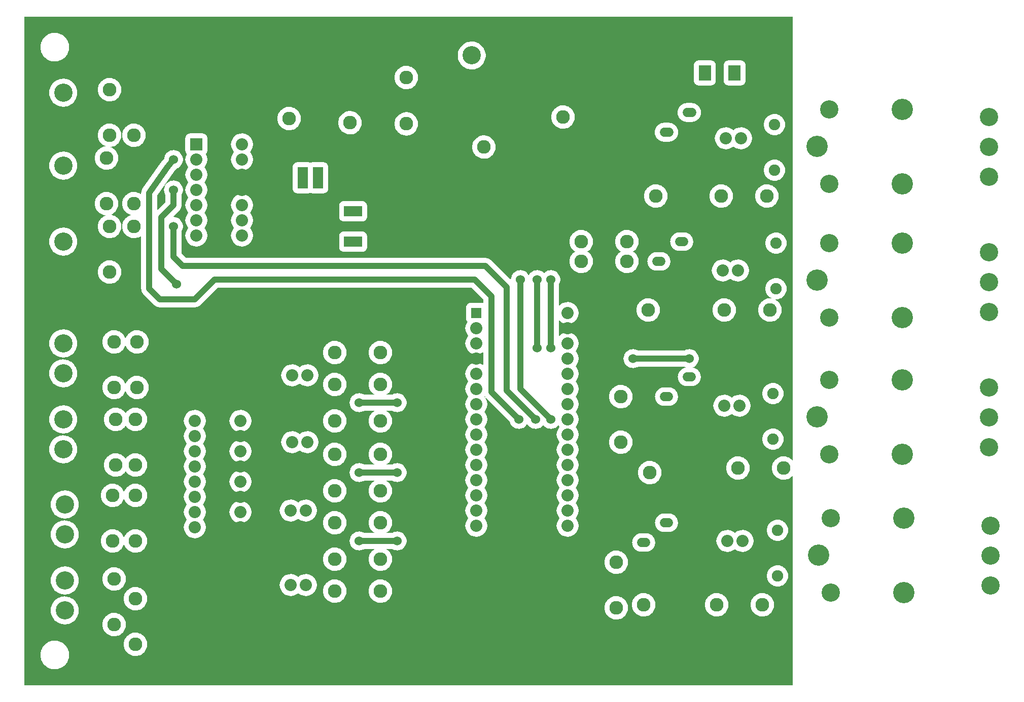
<source format=gtl>
G04 ---------------------------- Layer name :TOP LAYER*
G04 EasyEDA v5.4.11, Mon, 30 Apr 2018 15:56:54 GMT*
G04 06b4e347cf69432585f47c541de25614*
G04 Gerber Generator version 0.2*
G04 Scale: 100 percent, Rotated: No, Reflected: No *
G04 Dimensions in inches *
G04 leading zeros omitted , absolute positions ,2 integer and 4 decimal *
%FSLAX24Y24*%
%MOIN*%
G90*
G70D02*

%ADD11C,0.040000*%
%ADD12C,0.060000*%
%ADD13R,0.080000X0.100000*%
%ADD14R,0.070000X0.070000*%
%ADD15C,0.080000*%
%ADD16C,0.090000*%
%ADD17C,0.075000*%
%ADD18C,0.120000*%
%ADD19C,0.140000*%
%ADD20R,0.120000X0.070000*%
%ADD21R,0.070000X0.140000*%
%ADD22R,0.080000X0.080000*%
%ADD23C,0.059055*%

%LPD*%
G36*
G01X0Y0D02*
G01X0Y44000D01*
G01X50500Y44000D01*
G01X50500Y14781D01*
G01X50489Y14794D01*
G01X50437Y14851D01*
G01X50380Y14902D01*
G01X50317Y14946D01*
G01X50251Y14985D01*
G01X50181Y15016D01*
G01X50108Y15041D01*
G01X50033Y15058D01*
G01X49957Y15067D01*
G01X49880Y15069D01*
G01X49804Y15064D01*
G01X49728Y15050D01*
G01X49654Y15029D01*
G01X49583Y15001D01*
G01X49514Y14966D01*
G01X49450Y14925D01*
G01X49390Y14877D01*
G01X49335Y14823D01*
G01X49286Y14764D01*
G01X49242Y14701D01*
G01X49206Y14634D01*
G01X49176Y14563D01*
G01X49153Y14490D01*
G01X49138Y14414D01*
G01X49130Y14338D01*
G01X49130Y14261D01*
G01X49138Y14185D01*
G01X49153Y14109D01*
G01X49176Y14036D01*
G01X49206Y13965D01*
G01X49242Y13898D01*
G01X49286Y13835D01*
G01X49335Y13776D01*
G01X49390Y13722D01*
G01X49450Y13674D01*
G01X49514Y13633D01*
G01X49583Y13598D01*
G01X49654Y13570D01*
G01X49728Y13549D01*
G01X49804Y13535D01*
G01X49880Y13530D01*
G01X49957Y13532D01*
G01X50033Y13541D01*
G01X50108Y13558D01*
G01X50181Y13583D01*
G01X50251Y13614D01*
G01X50317Y13653D01*
G01X50380Y13697D01*
G01X50437Y13748D01*
G01X50489Y13805D01*
G01X50500Y13818D01*
G01X50500Y0D01*
G01X0Y0D01*
G37*

%LPC*%
G36*
G01X1976Y41055D02*
G01X2070Y41057D01*
G01X2164Y41069D01*
G01X2255Y41090D01*
G01X2345Y41120D01*
G01X2431Y41159D01*
G01X2512Y41206D01*
G01X2589Y41261D01*
G01X2659Y41323D01*
G01X2723Y41392D01*
G01X2780Y41467D01*
G01X2829Y41548D01*
G01X2870Y41632D01*
G01X2903Y41721D01*
G01X2926Y41812D01*
G01X2940Y41905D01*
G01X2944Y42000D01*
G01X2940Y42094D01*
G01X2926Y42187D01*
G01X2903Y42278D01*
G01X2870Y42367D01*
G01X2829Y42451D01*
G01X2780Y42532D01*
G01X2723Y42607D01*
G01X2659Y42676D01*
G01X2589Y42738D01*
G01X2512Y42793D01*
G01X2431Y42840D01*
G01X2345Y42879D01*
G01X2255Y42909D01*
G01X2164Y42930D01*
G01X2070Y42942D01*
G01X1976Y42944D01*
G01X1882Y42937D01*
G01X1789Y42921D01*
G01X1699Y42895D01*
G01X1611Y42861D01*
G01X1527Y42818D01*
G01X1448Y42767D01*
G01X1374Y42708D01*
G01X1307Y42642D01*
G01X1246Y42570D01*
G01X1193Y42492D01*
G01X1148Y42410D01*
G01X1111Y42323D01*
G01X1084Y42233D01*
G01X1065Y42140D01*
G01X1056Y42047D01*
G01X1056Y41952D01*
G01X1065Y41859D01*
G01X1084Y41766D01*
G01X1111Y41676D01*
G01X1148Y41589D01*
G01X1193Y41507D01*
G01X1246Y41429D01*
G01X1307Y41357D01*
G01X1374Y41291D01*
G01X1448Y41232D01*
G01X1527Y41181D01*
G01X1611Y41138D01*
G01X1699Y41104D01*
G01X1789Y41078D01*
G01X1882Y41062D01*
G01X1976Y41055D01*
G37*
G36*
G01X7280Y1930D02*
G01X7357Y1932D01*
G01X7433Y1941D01*
G01X7508Y1958D01*
G01X7581Y1983D01*
G01X7651Y2014D01*
G01X7717Y2053D01*
G01X7780Y2097D01*
G01X7837Y2148D01*
G01X7889Y2205D01*
G01X7936Y2266D01*
G01X7976Y2331D01*
G01X8009Y2400D01*
G01X8035Y2473D01*
G01X8054Y2547D01*
G01X8066Y2623D01*
G01X8069Y2700D01*
G01X8066Y2776D01*
G01X8054Y2852D01*
G01X8035Y2926D01*
G01X8009Y2999D01*
G01X7976Y3068D01*
G01X7936Y3133D01*
G01X7889Y3194D01*
G01X7837Y3251D01*
G01X7780Y3302D01*
G01X7717Y3346D01*
G01X7651Y3385D01*
G01X7581Y3416D01*
G01X7508Y3441D01*
G01X7433Y3458D01*
G01X7357Y3467D01*
G01X7280Y3469D01*
G01X7204Y3464D01*
G01X7128Y3450D01*
G01X7054Y3429D01*
G01X6983Y3401D01*
G01X6914Y3366D01*
G01X6850Y3325D01*
G01X6790Y3277D01*
G01X6735Y3223D01*
G01X6686Y3164D01*
G01X6642Y3101D01*
G01X6606Y3034D01*
G01X6576Y2963D01*
G01X6553Y2890D01*
G01X6538Y2814D01*
G01X6530Y2738D01*
G01X6530Y2661D01*
G01X6538Y2585D01*
G01X6553Y2509D01*
G01X6576Y2436D01*
G01X6606Y2365D01*
G01X6642Y2298D01*
G01X6686Y2235D01*
G01X6735Y2176D01*
G01X6790Y2122D01*
G01X6850Y2074D01*
G01X6914Y2033D01*
G01X6983Y1998D01*
G01X7054Y1970D01*
G01X7128Y1949D01*
G01X7204Y1935D01*
G01X7280Y1930D01*
G37*
G36*
G01X5880Y3230D02*
G01X5957Y3232D01*
G01X6033Y3241D01*
G01X6108Y3258D01*
G01X6181Y3283D01*
G01X6251Y3314D01*
G01X6317Y3353D01*
G01X6380Y3397D01*
G01X6437Y3448D01*
G01X6489Y3505D01*
G01X6536Y3566D01*
G01X6576Y3631D01*
G01X6609Y3700D01*
G01X6635Y3773D01*
G01X6654Y3847D01*
G01X6666Y3923D01*
G01X6669Y4000D01*
G01X6666Y4076D01*
G01X6654Y4152D01*
G01X6635Y4226D01*
G01X6609Y4299D01*
G01X6576Y4368D01*
G01X6536Y4433D01*
G01X6489Y4494D01*
G01X6437Y4551D01*
G01X6380Y4602D01*
G01X6317Y4646D01*
G01X6251Y4685D01*
G01X6181Y4716D01*
G01X6108Y4741D01*
G01X6033Y4758D01*
G01X5957Y4767D01*
G01X5880Y4769D01*
G01X5804Y4764D01*
G01X5728Y4750D01*
G01X5654Y4729D01*
G01X5583Y4701D01*
G01X5514Y4666D01*
G01X5450Y4625D01*
G01X5390Y4577D01*
G01X5335Y4523D01*
G01X5286Y4464D01*
G01X5242Y4401D01*
G01X5206Y4334D01*
G01X5176Y4263D01*
G01X5153Y4190D01*
G01X5138Y4114D01*
G01X5130Y4038D01*
G01X5130Y3961D01*
G01X5138Y3885D01*
G01X5153Y3809D01*
G01X5176Y3736D01*
G01X5206Y3665D01*
G01X5242Y3598D01*
G01X5286Y3535D01*
G01X5335Y3476D01*
G01X5390Y3422D01*
G01X5450Y3374D01*
G01X5514Y3333D01*
G01X5583Y3298D01*
G01X5654Y3270D01*
G01X5728Y3249D01*
G01X5804Y3235D01*
G01X5880Y3230D01*
G37*
G36*
G01X2627Y4011D02*
G01X2718Y4013D01*
G01X2809Y4024D01*
G01X2899Y4045D01*
G01X2986Y4074D01*
G01X3069Y4112D01*
G01X3149Y4158D01*
G01X3223Y4211D01*
G01X3292Y4272D01*
G01X3354Y4339D01*
G01X3410Y4412D01*
G01X3457Y4491D01*
G01X3497Y4573D01*
G01X3529Y4659D01*
G01X3551Y4748D01*
G01X3565Y4839D01*
G01X3569Y4930D01*
G01X3565Y5022D01*
G01X3551Y5113D01*
G01X3529Y5202D01*
G01X3497Y5288D01*
G01X3457Y5370D01*
G01X3410Y5449D01*
G01X3354Y5522D01*
G01X3292Y5589D01*
G01X3223Y5650D01*
G01X3149Y5703D01*
G01X3069Y5749D01*
G01X2986Y5787D01*
G01X2899Y5816D01*
G01X2809Y5837D01*
G01X2718Y5848D01*
G01X2627Y5850D01*
G01X2535Y5843D01*
G01X2445Y5827D01*
G01X2356Y5803D01*
G01X2271Y5769D01*
G01X2190Y5727D01*
G01X2112Y5677D01*
G01X2041Y5620D01*
G01X1975Y5556D01*
G01X1916Y5486D01*
G01X1864Y5410D01*
G01X1821Y5330D01*
G01X1785Y5245D01*
G01X1758Y5158D01*
G01X1740Y5068D01*
G01X1731Y4976D01*
G01X1731Y4885D01*
G01X1740Y4793D01*
G01X1758Y4703D01*
G01X1785Y4616D01*
G01X1821Y4531D01*
G01X1864Y4451D01*
G01X1916Y4375D01*
G01X1975Y4305D01*
G01X2041Y4241D01*
G01X2112Y4184D01*
G01X2190Y4134D01*
G01X2271Y4092D01*
G01X2356Y4058D01*
G01X2445Y4034D01*
G01X2535Y4018D01*
G01X2627Y4011D01*
G37*
G36*
G01X38880Y4330D02*
G01X38957Y4332D01*
G01X39033Y4341D01*
G01X39108Y4358D01*
G01X39181Y4383D01*
G01X39251Y4414D01*
G01X39317Y4453D01*
G01X39380Y4497D01*
G01X39437Y4548D01*
G01X39489Y4605D01*
G01X39536Y4666D01*
G01X39576Y4731D01*
G01X39609Y4800D01*
G01X39635Y4873D01*
G01X39654Y4947D01*
G01X39666Y5023D01*
G01X39669Y5100D01*
G01X39666Y5176D01*
G01X39654Y5252D01*
G01X39635Y5326D01*
G01X39609Y5399D01*
G01X39576Y5468D01*
G01X39536Y5533D01*
G01X39489Y5594D01*
G01X39437Y5651D01*
G01X39380Y5702D01*
G01X39317Y5746D01*
G01X39251Y5785D01*
G01X39181Y5816D01*
G01X39108Y5841D01*
G01X39033Y5858D01*
G01X38957Y5867D01*
G01X38880Y5869D01*
G01X38804Y5864D01*
G01X38728Y5850D01*
G01X38654Y5829D01*
G01X38583Y5801D01*
G01X38514Y5766D01*
G01X38450Y5725D01*
G01X38390Y5677D01*
G01X38335Y5623D01*
G01X38286Y5564D01*
G01X38242Y5501D01*
G01X38206Y5434D01*
G01X38176Y5363D01*
G01X38153Y5290D01*
G01X38138Y5214D01*
G01X38130Y5138D01*
G01X38130Y5061D01*
G01X38138Y4985D01*
G01X38153Y4909D01*
G01X38176Y4836D01*
G01X38206Y4765D01*
G01X38242Y4698D01*
G01X38286Y4635D01*
G01X38335Y4576D01*
G01X38390Y4522D01*
G01X38450Y4474D01*
G01X38514Y4433D01*
G01X38583Y4398D01*
G01X38654Y4370D01*
G01X38728Y4349D01*
G01X38804Y4335D01*
G01X38880Y4330D01*
G37*
G36*
G01X48480Y4530D02*
G01X48557Y4532D01*
G01X48633Y4541D01*
G01X48708Y4558D01*
G01X48781Y4583D01*
G01X48851Y4614D01*
G01X48917Y4653D01*
G01X48980Y4697D01*
G01X49037Y4748D01*
G01X49089Y4805D01*
G01X49136Y4866D01*
G01X49176Y4931D01*
G01X49209Y5000D01*
G01X49235Y5073D01*
G01X49254Y5147D01*
G01X49266Y5223D01*
G01X49269Y5300D01*
G01X49266Y5376D01*
G01X49254Y5452D01*
G01X49235Y5526D01*
G01X49209Y5599D01*
G01X49176Y5668D01*
G01X49136Y5733D01*
G01X49089Y5794D01*
G01X49037Y5851D01*
G01X48980Y5902D01*
G01X48917Y5946D01*
G01X48851Y5985D01*
G01X48781Y6016D01*
G01X48708Y6041D01*
G01X48633Y6058D01*
G01X48557Y6067D01*
G01X48480Y6069D01*
G01X48404Y6064D01*
G01X48328Y6050D01*
G01X48254Y6029D01*
G01X48183Y6001D01*
G01X48114Y5966D01*
G01X48050Y5925D01*
G01X47990Y5877D01*
G01X47935Y5823D01*
G01X47886Y5764D01*
G01X47842Y5701D01*
G01X47806Y5634D01*
G01X47776Y5563D01*
G01X47753Y5490D01*
G01X47738Y5414D01*
G01X47730Y5338D01*
G01X47730Y5261D01*
G01X47738Y5185D01*
G01X47753Y5109D01*
G01X47776Y5036D01*
G01X47806Y4965D01*
G01X47842Y4898D01*
G01X47886Y4835D01*
G01X47935Y4776D01*
G01X47990Y4722D01*
G01X48050Y4674D01*
G01X48114Y4633D01*
G01X48183Y4598D01*
G01X48254Y4570D01*
G01X48328Y4549D01*
G01X48404Y4535D01*
G01X48480Y4530D01*
G37*
G36*
G01X45480Y4530D02*
G01X45557Y4532D01*
G01X45633Y4541D01*
G01X45708Y4558D01*
G01X45781Y4583D01*
G01X45851Y4614D01*
G01X45917Y4653D01*
G01X45980Y4697D01*
G01X46037Y4748D01*
G01X46089Y4805D01*
G01X46136Y4866D01*
G01X46176Y4931D01*
G01X46209Y5000D01*
G01X46235Y5073D01*
G01X46254Y5147D01*
G01X46266Y5223D01*
G01X46269Y5300D01*
G01X46266Y5376D01*
G01X46254Y5452D01*
G01X46235Y5526D01*
G01X46209Y5599D01*
G01X46176Y5668D01*
G01X46136Y5733D01*
G01X46089Y5794D01*
G01X46037Y5851D01*
G01X45980Y5902D01*
G01X45917Y5946D01*
G01X45851Y5985D01*
G01X45781Y6016D01*
G01X45708Y6041D01*
G01X45633Y6058D01*
G01X45557Y6067D01*
G01X45480Y6069D01*
G01X45404Y6064D01*
G01X45328Y6050D01*
G01X45254Y6029D01*
G01X45183Y6001D01*
G01X45114Y5966D01*
G01X45050Y5925D01*
G01X44990Y5877D01*
G01X44935Y5823D01*
G01X44886Y5764D01*
G01X44842Y5701D01*
G01X44806Y5634D01*
G01X44776Y5563D01*
G01X44753Y5490D01*
G01X44738Y5414D01*
G01X44730Y5338D01*
G01X44730Y5261D01*
G01X44738Y5185D01*
G01X44753Y5109D01*
G01X44776Y5036D01*
G01X44806Y4965D01*
G01X44842Y4898D01*
G01X44886Y4835D01*
G01X44935Y4776D01*
G01X44990Y4722D01*
G01X45050Y4674D01*
G01X45114Y4633D01*
G01X45183Y4598D01*
G01X45254Y4570D01*
G01X45328Y4549D01*
G01X45404Y4535D01*
G01X45480Y4530D01*
G37*
G36*
G01X40680Y4530D02*
G01X40757Y4532D01*
G01X40833Y4541D01*
G01X40908Y4558D01*
G01X40981Y4583D01*
G01X41051Y4614D01*
G01X41117Y4653D01*
G01X41180Y4697D01*
G01X41237Y4748D01*
G01X41289Y4805D01*
G01X41336Y4866D01*
G01X41376Y4931D01*
G01X41409Y5000D01*
G01X41435Y5073D01*
G01X41454Y5147D01*
G01X41466Y5223D01*
G01X41469Y5300D01*
G01X41466Y5376D01*
G01X41454Y5452D01*
G01X41435Y5526D01*
G01X41409Y5599D01*
G01X41376Y5668D01*
G01X41336Y5733D01*
G01X41289Y5794D01*
G01X41237Y5851D01*
G01X41180Y5902D01*
G01X41117Y5946D01*
G01X41051Y5985D01*
G01X40981Y6016D01*
G01X40908Y6041D01*
G01X40833Y6058D01*
G01X40757Y6067D01*
G01X40680Y6069D01*
G01X40604Y6064D01*
G01X40528Y6050D01*
G01X40454Y6029D01*
G01X40383Y6001D01*
G01X40314Y5966D01*
G01X40250Y5925D01*
G01X40190Y5877D01*
G01X40135Y5823D01*
G01X40086Y5764D01*
G01X40042Y5701D01*
G01X40006Y5634D01*
G01X39976Y5563D01*
G01X39953Y5490D01*
G01X39938Y5414D01*
G01X39930Y5338D01*
G01X39930Y5261D01*
G01X39938Y5185D01*
G01X39953Y5109D01*
G01X39976Y5036D01*
G01X40006Y4965D01*
G01X40042Y4898D01*
G01X40086Y4835D01*
G01X40135Y4776D01*
G01X40190Y4722D01*
G01X40250Y4674D01*
G01X40314Y4633D01*
G01X40383Y4598D01*
G01X40454Y4570D01*
G01X40528Y4549D01*
G01X40604Y4535D01*
G01X40680Y4530D01*
G37*
G36*
G01X7280Y4930D02*
G01X7357Y4932D01*
G01X7433Y4941D01*
G01X7508Y4958D01*
G01X7581Y4983D01*
G01X7651Y5014D01*
G01X7717Y5053D01*
G01X7780Y5097D01*
G01X7837Y5148D01*
G01X7889Y5205D01*
G01X7936Y5266D01*
G01X7976Y5331D01*
G01X8009Y5400D01*
G01X8035Y5473D01*
G01X8054Y5547D01*
G01X8066Y5623D01*
G01X8069Y5700D01*
G01X8066Y5776D01*
G01X8054Y5852D01*
G01X8035Y5926D01*
G01X8009Y5999D01*
G01X7976Y6068D01*
G01X7936Y6133D01*
G01X7889Y6194D01*
G01X7837Y6251D01*
G01X7780Y6302D01*
G01X7717Y6346D01*
G01X7651Y6385D01*
G01X7581Y6416D01*
G01X7508Y6441D01*
G01X7433Y6458D01*
G01X7357Y6467D01*
G01X7280Y6469D01*
G01X7204Y6464D01*
G01X7128Y6450D01*
G01X7054Y6429D01*
G01X6983Y6401D01*
G01X6914Y6366D01*
G01X6850Y6325D01*
G01X6790Y6277D01*
G01X6735Y6223D01*
G01X6686Y6164D01*
G01X6642Y6101D01*
G01X6606Y6034D01*
G01X6576Y5963D01*
G01X6553Y5890D01*
G01X6538Y5814D01*
G01X6530Y5738D01*
G01X6530Y5661D01*
G01X6538Y5585D01*
G01X6553Y5509D01*
G01X6576Y5436D01*
G01X6606Y5365D01*
G01X6642Y5298D01*
G01X6686Y5235D01*
G01X6735Y5176D01*
G01X6790Y5122D01*
G01X6850Y5074D01*
G01X6914Y5033D01*
G01X6983Y4998D01*
G01X7054Y4970D01*
G01X7128Y4949D01*
G01X7204Y4935D01*
G01X7280Y4930D01*
G37*
G36*
G01X20380Y5430D02*
G01X20457Y5432D01*
G01X20533Y5441D01*
G01X20608Y5458D01*
G01X20681Y5483D01*
G01X20751Y5514D01*
G01X20817Y5553D01*
G01X20880Y5597D01*
G01X20937Y5648D01*
G01X20989Y5705D01*
G01X21036Y5766D01*
G01X21076Y5831D01*
G01X21109Y5900D01*
G01X21135Y5973D01*
G01X21154Y6047D01*
G01X21166Y6123D01*
G01X21169Y6200D01*
G01X21166Y6276D01*
G01X21154Y6352D01*
G01X21135Y6426D01*
G01X21109Y6499D01*
G01X21076Y6568D01*
G01X21036Y6633D01*
G01X20989Y6694D01*
G01X20937Y6751D01*
G01X20880Y6802D01*
G01X20817Y6846D01*
G01X20751Y6885D01*
G01X20681Y6916D01*
G01X20608Y6941D01*
G01X20533Y6958D01*
G01X20457Y6967D01*
G01X20380Y6969D01*
G01X20304Y6964D01*
G01X20228Y6950D01*
G01X20154Y6929D01*
G01X20083Y6901D01*
G01X20014Y6866D01*
G01X19950Y6825D01*
G01X19890Y6777D01*
G01X19835Y6723D01*
G01X19786Y6664D01*
G01X19742Y6601D01*
G01X19706Y6534D01*
G01X19676Y6463D01*
G01X19653Y6390D01*
G01X19638Y6314D01*
G01X19630Y6238D01*
G01X19630Y6161D01*
G01X19638Y6085D01*
G01X19653Y6009D01*
G01X19676Y5936D01*
G01X19706Y5865D01*
G01X19742Y5798D01*
G01X19786Y5735D01*
G01X19835Y5676D01*
G01X19890Y5622D01*
G01X19950Y5574D01*
G01X20014Y5533D01*
G01X20083Y5498D01*
G01X20154Y5470D01*
G01X20228Y5449D01*
G01X20304Y5435D01*
G01X20380Y5430D01*
G37*
G36*
G01X23380Y5430D02*
G01X23457Y5432D01*
G01X23533Y5441D01*
G01X23608Y5458D01*
G01X23681Y5483D01*
G01X23751Y5514D01*
G01X23817Y5553D01*
G01X23880Y5597D01*
G01X23937Y5648D01*
G01X23989Y5705D01*
G01X24036Y5766D01*
G01X24076Y5831D01*
G01X24109Y5900D01*
G01X24135Y5973D01*
G01X24154Y6047D01*
G01X24166Y6123D01*
G01X24169Y6200D01*
G01X24166Y6276D01*
G01X24154Y6352D01*
G01X24135Y6426D01*
G01X24109Y6499D01*
G01X24076Y6568D01*
G01X24036Y6633D01*
G01X23989Y6694D01*
G01X23937Y6751D01*
G01X23880Y6802D01*
G01X23817Y6846D01*
G01X23751Y6885D01*
G01X23681Y6916D01*
G01X23608Y6941D01*
G01X23533Y6958D01*
G01X23457Y6967D01*
G01X23380Y6969D01*
G01X23304Y6964D01*
G01X23228Y6950D01*
G01X23154Y6929D01*
G01X23083Y6901D01*
G01X23014Y6866D01*
G01X22950Y6825D01*
G01X22890Y6777D01*
G01X22835Y6723D01*
G01X22786Y6664D01*
G01X22742Y6601D01*
G01X22706Y6534D01*
G01X22676Y6463D01*
G01X22653Y6390D01*
G01X22638Y6314D01*
G01X22630Y6238D01*
G01X22630Y6161D01*
G01X22638Y6085D01*
G01X22653Y6009D01*
G01X22676Y5936D01*
G01X22706Y5865D01*
G01X22742Y5798D01*
G01X22786Y5735D01*
G01X22835Y5676D01*
G01X22890Y5622D01*
G01X22950Y5574D01*
G01X23014Y5533D01*
G01X23083Y5498D01*
G01X23154Y5470D01*
G01X23228Y5449D01*
G01X23304Y5435D01*
G01X23380Y5430D01*
G37*
G36*
G01X17482Y5880D02*
G01X17553Y5882D01*
G01X17625Y5890D01*
G01X17695Y5906D01*
G01X17763Y5929D01*
G01X17828Y5959D01*
G01X17890Y5995D01*
G01X17948Y6037D01*
G01X18000Y6082D01*
G01X18023Y6060D01*
G01X18079Y6015D01*
G01X18139Y5976D01*
G01X18203Y5943D01*
G01X18270Y5917D01*
G01X18339Y5898D01*
G01X18410Y5885D01*
G01X18482Y5880D01*
G01X18553Y5882D01*
G01X18625Y5890D01*
G01X18695Y5906D01*
G01X18763Y5929D01*
G01X18828Y5959D01*
G01X18890Y5995D01*
G01X18948Y6037D01*
G01X19002Y6084D01*
G01X19051Y6137D01*
G01X19094Y6194D01*
G01X19132Y6255D01*
G01X19163Y6320D01*
G01X19188Y6387D01*
G01X19205Y6457D01*
G01X19216Y6528D01*
G01X19219Y6600D01*
G01X19216Y6671D01*
G01X19205Y6742D01*
G01X19188Y6812D01*
G01X19163Y6879D01*
G01X19132Y6944D01*
G01X19094Y7005D01*
G01X19051Y7062D01*
G01X19002Y7115D01*
G01X18948Y7162D01*
G01X18890Y7204D01*
G01X18828Y7240D01*
G01X18763Y7270D01*
G01X18695Y7293D01*
G01X18625Y7309D01*
G01X18553Y7317D01*
G01X18482Y7319D01*
G01X18410Y7314D01*
G01X18339Y7301D01*
G01X18270Y7282D01*
G01X18203Y7256D01*
G01X18139Y7223D01*
G01X18079Y7184D01*
G01X18023Y7139D01*
G01X18000Y7117D01*
G01X17948Y7162D01*
G01X17890Y7204D01*
G01X17828Y7240D01*
G01X17763Y7270D01*
G01X17695Y7293D01*
G01X17625Y7309D01*
G01X17553Y7317D01*
G01X17482Y7319D01*
G01X17410Y7314D01*
G01X17339Y7301D01*
G01X17270Y7282D01*
G01X17203Y7256D01*
G01X17139Y7223D01*
G01X17079Y7184D01*
G01X17023Y7139D01*
G01X16972Y7089D01*
G01X16926Y7034D01*
G01X16885Y6975D01*
G01X16851Y6912D01*
G01X16823Y6846D01*
G01X16802Y6777D01*
G01X16788Y6707D01*
G01X16780Y6635D01*
G01X16780Y6564D01*
G01X16788Y6492D01*
G01X16802Y6422D01*
G01X16823Y6353D01*
G01X16851Y6287D01*
G01X16885Y6224D01*
G01X16926Y6165D01*
G01X16972Y6110D01*
G01X17023Y6060D01*
G01X17079Y6015D01*
G01X17139Y5976D01*
G01X17203Y5943D01*
G01X17270Y5917D01*
G01X17339Y5898D01*
G01X17410Y5885D01*
G01X17482Y5880D01*
G37*
G36*
G01X29377Y40530D02*
G01X29468Y40532D01*
G01X29559Y40543D01*
G01X29649Y40564D01*
G01X29736Y40593D01*
G01X29819Y40631D01*
G01X29899Y40677D01*
G01X29973Y40730D01*
G01X30042Y40791D01*
G01X30104Y40858D01*
G01X30160Y40931D01*
G01X30207Y41010D01*
G01X30247Y41092D01*
G01X30279Y41178D01*
G01X30301Y41267D01*
G01X30315Y41358D01*
G01X30319Y41450D01*
G01X30315Y41541D01*
G01X30301Y41632D01*
G01X30279Y41721D01*
G01X30247Y41807D01*
G01X30207Y41889D01*
G01X30160Y41968D01*
G01X30104Y42041D01*
G01X30042Y42108D01*
G01X29973Y42169D01*
G01X29899Y42222D01*
G01X29819Y42268D01*
G01X29736Y42306D01*
G01X29649Y42335D01*
G01X29559Y42356D01*
G01X29468Y42367D01*
G01X29377Y42369D01*
G01X29285Y42362D01*
G01X29195Y42346D01*
G01X29106Y42322D01*
G01X29021Y42288D01*
G01X28939Y42246D01*
G01X28862Y42196D01*
G01X28791Y42139D01*
G01X28725Y42075D01*
G01X28666Y42005D01*
G01X28614Y41929D01*
G01X28571Y41849D01*
G01X28535Y41764D01*
G01X28508Y41677D01*
G01X28490Y41587D01*
G01X28481Y41495D01*
G01X28481Y41404D01*
G01X28490Y41312D01*
G01X28508Y41222D01*
G01X28535Y41135D01*
G01X28571Y41050D01*
G01X28614Y40970D01*
G01X28666Y40894D01*
G01X28725Y40824D01*
G01X28791Y40760D01*
G01X28862Y40703D01*
G01X28939Y40653D01*
G01X29021Y40611D01*
G01X29106Y40577D01*
G01X29195Y40553D01*
G01X29285Y40537D01*
G01X29377Y40530D01*
G37*
G36*
G01X2627Y5980D02*
G01X2718Y5982D01*
G01X2809Y5993D01*
G01X2899Y6014D01*
G01X2986Y6043D01*
G01X3069Y6081D01*
G01X3149Y6127D01*
G01X3223Y6180D01*
G01X3292Y6241D01*
G01X3354Y6308D01*
G01X3410Y6381D01*
G01X3457Y6460D01*
G01X3497Y6542D01*
G01X3529Y6628D01*
G01X3551Y6717D01*
G01X3565Y6808D01*
G01X3569Y6900D01*
G01X3565Y6991D01*
G01X3551Y7082D01*
G01X3529Y7171D01*
G01X3497Y7257D01*
G01X3457Y7339D01*
G01X3410Y7418D01*
G01X3354Y7491D01*
G01X3292Y7558D01*
G01X3223Y7619D01*
G01X3149Y7672D01*
G01X3069Y7718D01*
G01X2986Y7756D01*
G01X2899Y7785D01*
G01X2809Y7806D01*
G01X2718Y7817D01*
G01X2627Y7819D01*
G01X2535Y7812D01*
G01X2445Y7796D01*
G01X2356Y7772D01*
G01X2271Y7738D01*
G01X2190Y7696D01*
G01X2112Y7646D01*
G01X2041Y7589D01*
G01X1975Y7525D01*
G01X1916Y7455D01*
G01X1864Y7379D01*
G01X1821Y7299D01*
G01X1785Y7214D01*
G01X1758Y7127D01*
G01X1740Y7037D01*
G01X1731Y6945D01*
G01X1731Y6854D01*
G01X1740Y6762D01*
G01X1758Y6672D01*
G01X1785Y6585D01*
G01X1821Y6500D01*
G01X1864Y6420D01*
G01X1916Y6344D01*
G01X1975Y6274D01*
G01X2041Y6210D01*
G01X2112Y6153D01*
G01X2190Y6103D01*
G01X2271Y6061D01*
G01X2356Y6027D01*
G01X2445Y6003D01*
G01X2535Y5987D01*
G01X2627Y5980D01*
G37*
G36*
G01X5880Y6230D02*
G01X5957Y6232D01*
G01X6033Y6241D01*
G01X6108Y6258D01*
G01X6181Y6283D01*
G01X6251Y6314D01*
G01X6317Y6353D01*
G01X6380Y6397D01*
G01X6437Y6448D01*
G01X6489Y6505D01*
G01X6536Y6566D01*
G01X6576Y6631D01*
G01X6609Y6700D01*
G01X6635Y6773D01*
G01X6654Y6847D01*
G01X6666Y6923D01*
G01X6669Y7000D01*
G01X6666Y7076D01*
G01X6654Y7152D01*
G01X6635Y7226D01*
G01X6609Y7299D01*
G01X6576Y7368D01*
G01X6536Y7433D01*
G01X6489Y7494D01*
G01X6437Y7551D01*
G01X6380Y7602D01*
G01X6317Y7646D01*
G01X6251Y7685D01*
G01X6181Y7716D01*
G01X6108Y7741D01*
G01X6033Y7758D01*
G01X5957Y7767D01*
G01X5880Y7769D01*
G01X5804Y7764D01*
G01X5728Y7750D01*
G01X5654Y7729D01*
G01X5583Y7701D01*
G01X5514Y7666D01*
G01X5450Y7625D01*
G01X5390Y7577D01*
G01X5335Y7523D01*
G01X5286Y7464D01*
G01X5242Y7401D01*
G01X5206Y7334D01*
G01X5176Y7263D01*
G01X5153Y7190D01*
G01X5138Y7114D01*
G01X5130Y7038D01*
G01X5130Y6961D01*
G01X5138Y6885D01*
G01X5153Y6809D01*
G01X5176Y6736D01*
G01X5206Y6665D01*
G01X5242Y6598D01*
G01X5286Y6535D01*
G01X5335Y6476D01*
G01X5390Y6422D01*
G01X5450Y6374D01*
G01X5514Y6333D01*
G01X5583Y6298D01*
G01X5654Y6270D01*
G01X5728Y6249D01*
G01X5804Y6235D01*
G01X5880Y6230D01*
G37*
G36*
G01X49482Y6505D02*
G01X49551Y6506D01*
G01X49620Y6515D01*
G01X49688Y6530D01*
G01X49753Y6553D01*
G01X49817Y6581D01*
G01X49877Y6616D01*
G01X49933Y6656D01*
G01X49985Y6702D01*
G01X50032Y6753D01*
G01X50074Y6808D01*
G01X50110Y6867D01*
G01X50140Y6930D01*
G01X50164Y6995D01*
G01X50181Y7062D01*
G01X50191Y7130D01*
G01X50194Y7200D01*
G01X50191Y7269D01*
G01X50181Y7337D01*
G01X50164Y7404D01*
G01X50140Y7469D01*
G01X50110Y7532D01*
G01X50074Y7591D01*
G01X50032Y7646D01*
G01X49985Y7697D01*
G01X49933Y7743D01*
G01X49877Y7783D01*
G01X49817Y7818D01*
G01X49753Y7846D01*
G01X49688Y7869D01*
G01X49620Y7884D01*
G01X49551Y7893D01*
G01X49482Y7894D01*
G01X49413Y7889D01*
G01X49345Y7877D01*
G01X49278Y7858D01*
G01X49214Y7833D01*
G01X49152Y7801D01*
G01X49094Y7764D01*
G01X49040Y7721D01*
G01X48990Y7672D01*
G01X48945Y7619D01*
G01X48906Y7562D01*
G01X48873Y7501D01*
G01X48846Y7437D01*
G01X48826Y7371D01*
G01X48812Y7303D01*
G01X48805Y7234D01*
G01X48805Y7165D01*
G01X48812Y7096D01*
G01X48826Y7028D01*
G01X48846Y6962D01*
G01X48873Y6898D01*
G01X48906Y6837D01*
G01X48945Y6780D01*
G01X48990Y6727D01*
G01X49040Y6678D01*
G01X49094Y6635D01*
G01X49152Y6598D01*
G01X49214Y6566D01*
G01X49278Y6541D01*
G01X49345Y6522D01*
G01X49413Y6510D01*
G01X49482Y6505D01*
G37*
G36*
G01X46280Y39480D02*
G01X47080Y39480D01*
G01X47087Y39480D01*
G01X47095Y39480D01*
G01X47103Y39480D01*
G01X47111Y39481D01*
G01X47119Y39482D01*
G01X47127Y39483D01*
G01X47135Y39484D01*
G01X47143Y39486D01*
G01X47151Y39488D01*
G01X47158Y39489D01*
G01X47166Y39491D01*
G01X47174Y39494D01*
G01X47181Y39496D01*
G01X47189Y39499D01*
G01X47196Y39502D01*
G01X47204Y39505D01*
G01X47211Y39508D01*
G01X47218Y39511D01*
G01X47225Y39515D01*
G01X47233Y39518D01*
G01X47239Y39522D01*
G01X47246Y39526D01*
G01X47253Y39531D01*
G01X47260Y39535D01*
G01X47266Y39540D01*
G01X47273Y39544D01*
G01X47279Y39549D01*
G01X47285Y39554D01*
G01X47291Y39560D01*
G01X47297Y39565D01*
G01X47303Y39570D01*
G01X47309Y39576D01*
G01X47314Y39582D01*
G01X47319Y39588D01*
G01X47325Y39594D01*
G01X47330Y39600D01*
G01X47335Y39606D01*
G01X47339Y39613D01*
G01X47344Y39619D01*
G01X47348Y39626D01*
G01X47353Y39633D01*
G01X47357Y39640D01*
G01X47361Y39646D01*
G01X47364Y39654D01*
G01X47368Y39661D01*
G01X47371Y39668D01*
G01X47374Y39675D01*
G01X47377Y39683D01*
G01X47380Y39690D01*
G01X47383Y39698D01*
G01X47385Y39705D01*
G01X47388Y39713D01*
G01X47390Y39721D01*
G01X47391Y39728D01*
G01X47393Y39736D01*
G01X47395Y39744D01*
G01X47396Y39752D01*
G01X47397Y39760D01*
G01X47398Y39768D01*
G01X47399Y39776D01*
G01X47399Y39784D01*
G01X47399Y39792D01*
G01X47400Y39800D01*
G01X47400Y40800D01*
G01X47399Y40807D01*
G01X47399Y40815D01*
G01X47399Y40823D01*
G01X47398Y40831D01*
G01X47397Y40839D01*
G01X47396Y40847D01*
G01X47395Y40855D01*
G01X47393Y40863D01*
G01X47391Y40871D01*
G01X47390Y40878D01*
G01X47388Y40886D01*
G01X47385Y40894D01*
G01X47383Y40901D01*
G01X47380Y40909D01*
G01X47377Y40916D01*
G01X47374Y40924D01*
G01X47371Y40931D01*
G01X47368Y40938D01*
G01X47364Y40945D01*
G01X47361Y40953D01*
G01X47357Y40959D01*
G01X47353Y40966D01*
G01X47348Y40973D01*
G01X47344Y40980D01*
G01X47339Y40986D01*
G01X47335Y40993D01*
G01X47330Y40999D01*
G01X47325Y41005D01*
G01X47319Y41011D01*
G01X47314Y41017D01*
G01X47309Y41023D01*
G01X47303Y41029D01*
G01X47297Y41034D01*
G01X47291Y41039D01*
G01X47285Y41045D01*
G01X47279Y41050D01*
G01X47273Y41055D01*
G01X47266Y41059D01*
G01X47260Y41064D01*
G01X47253Y41068D01*
G01X47246Y41073D01*
G01X47239Y41077D01*
G01X47233Y41081D01*
G01X47225Y41084D01*
G01X47218Y41088D01*
G01X47211Y41091D01*
G01X47204Y41094D01*
G01X47196Y41097D01*
G01X47189Y41100D01*
G01X47181Y41103D01*
G01X47174Y41105D01*
G01X47166Y41108D01*
G01X47158Y41110D01*
G01X47151Y41111D01*
G01X47143Y41113D01*
G01X47135Y41115D01*
G01X47127Y41116D01*
G01X47119Y41117D01*
G01X47111Y41118D01*
G01X47103Y41119D01*
G01X47095Y41119D01*
G01X47087Y41119D01*
G01X47080Y41119D01*
G01X46280Y41119D01*
G01X46272Y41119D01*
G01X46264Y41119D01*
G01X46256Y41119D01*
G01X46248Y41118D01*
G01X46240Y41117D01*
G01X46232Y41116D01*
G01X46224Y41115D01*
G01X46216Y41113D01*
G01X46208Y41111D01*
G01X46201Y41110D01*
G01X46193Y41108D01*
G01X46185Y41105D01*
G01X46178Y41103D01*
G01X46170Y41100D01*
G01X46163Y41097D01*
G01X46155Y41094D01*
G01X46148Y41091D01*
G01X46141Y41088D01*
G01X46134Y41084D01*
G01X46126Y41081D01*
G01X46119Y41077D01*
G01X46113Y41073D01*
G01X46106Y41068D01*
G01X46099Y41064D01*
G01X46093Y41059D01*
G01X46086Y41055D01*
G01X46080Y41050D01*
G01X46074Y41045D01*
G01X46068Y41039D01*
G01X46062Y41034D01*
G01X46056Y41029D01*
G01X46050Y41023D01*
G01X46045Y41017D01*
G01X46040Y41011D01*
G01X46034Y41005D01*
G01X46029Y40999D01*
G01X46024Y40993D01*
G01X46020Y40986D01*
G01X46015Y40980D01*
G01X46011Y40973D01*
G01X46006Y40966D01*
G01X46002Y40959D01*
G01X45998Y40953D01*
G01X45995Y40945D01*
G01X45991Y40938D01*
G01X45988Y40931D01*
G01X45985Y40924D01*
G01X45982Y40916D01*
G01X45979Y40909D01*
G01X45976Y40901D01*
G01X45974Y40894D01*
G01X45971Y40886D01*
G01X45969Y40878D01*
G01X45968Y40871D01*
G01X45966Y40863D01*
G01X45964Y40855D01*
G01X45963Y40847D01*
G01X45962Y40839D01*
G01X45961Y40831D01*
G01X45960Y40823D01*
G01X45960Y40815D01*
G01X45960Y40807D01*
G01X45960Y40800D01*
G01X45960Y39800D01*
G01X45960Y39792D01*
G01X45960Y39784D01*
G01X45960Y39776D01*
G01X45961Y39768D01*
G01X45962Y39760D01*
G01X45963Y39752D01*
G01X45964Y39744D01*
G01X45966Y39736D01*
G01X45968Y39728D01*
G01X45969Y39721D01*
G01X45971Y39713D01*
G01X45974Y39705D01*
G01X45976Y39698D01*
G01X45979Y39690D01*
G01X45982Y39683D01*
G01X45985Y39675D01*
G01X45988Y39668D01*
G01X45991Y39661D01*
G01X45995Y39654D01*
G01X45998Y39646D01*
G01X46002Y39640D01*
G01X46006Y39633D01*
G01X46011Y39626D01*
G01X46015Y39619D01*
G01X46020Y39613D01*
G01X46024Y39606D01*
G01X46029Y39600D01*
G01X46034Y39594D01*
G01X46040Y39588D01*
G01X46045Y39582D01*
G01X46050Y39576D01*
G01X46056Y39570D01*
G01X46062Y39565D01*
G01X46068Y39560D01*
G01X46074Y39554D01*
G01X46080Y39549D01*
G01X46086Y39544D01*
G01X46093Y39540D01*
G01X46099Y39535D01*
G01X46106Y39531D01*
G01X46113Y39526D01*
G01X46119Y39522D01*
G01X46126Y39518D01*
G01X46134Y39515D01*
G01X46141Y39511D01*
G01X46148Y39508D01*
G01X46155Y39505D01*
G01X46163Y39502D01*
G01X46170Y39499D01*
G01X46178Y39496D01*
G01X46185Y39494D01*
G01X46193Y39491D01*
G01X46201Y39489D01*
G01X46208Y39488D01*
G01X46216Y39486D01*
G01X46224Y39484D01*
G01X46232Y39483D01*
G01X46240Y39482D01*
G01X46248Y39481D01*
G01X46256Y39480D01*
G01X46264Y39480D01*
G01X46272Y39480D01*
G01X46280Y39480D01*
G37*
G36*
G01X38880Y7330D02*
G01X38957Y7332D01*
G01X39033Y7341D01*
G01X39108Y7358D01*
G01X39181Y7383D01*
G01X39251Y7414D01*
G01X39317Y7453D01*
G01X39380Y7497D01*
G01X39437Y7548D01*
G01X39489Y7605D01*
G01X39536Y7666D01*
G01X39576Y7731D01*
G01X39609Y7800D01*
G01X39635Y7873D01*
G01X39654Y7947D01*
G01X39666Y8023D01*
G01X39669Y8100D01*
G01X39666Y8176D01*
G01X39654Y8252D01*
G01X39635Y8326D01*
G01X39609Y8399D01*
G01X39576Y8468D01*
G01X39536Y8533D01*
G01X39489Y8594D01*
G01X39437Y8651D01*
G01X39380Y8702D01*
G01X39317Y8746D01*
G01X39251Y8785D01*
G01X39181Y8816D01*
G01X39108Y8841D01*
G01X39033Y8858D01*
G01X38957Y8867D01*
G01X38880Y8869D01*
G01X38804Y8864D01*
G01X38728Y8850D01*
G01X38654Y8829D01*
G01X38583Y8801D01*
G01X38514Y8766D01*
G01X38450Y8725D01*
G01X38390Y8677D01*
G01X38335Y8623D01*
G01X38286Y8564D01*
G01X38242Y8501D01*
G01X38206Y8434D01*
G01X38176Y8363D01*
G01X38153Y8290D01*
G01X38138Y8214D01*
G01X38130Y8138D01*
G01X38130Y8061D01*
G01X38138Y7985D01*
G01X38153Y7909D01*
G01X38176Y7836D01*
G01X38206Y7765D01*
G01X38242Y7698D01*
G01X38286Y7635D01*
G01X38335Y7576D01*
G01X38390Y7522D01*
G01X38450Y7474D01*
G01X38514Y7433D01*
G01X38583Y7398D01*
G01X38654Y7370D01*
G01X38728Y7349D01*
G01X38804Y7335D01*
G01X38880Y7330D01*
G37*
G36*
G01X20380Y7530D02*
G01X20457Y7532D01*
G01X20533Y7541D01*
G01X20608Y7558D01*
G01X20681Y7583D01*
G01X20751Y7614D01*
G01X20817Y7653D01*
G01X20880Y7697D01*
G01X20937Y7748D01*
G01X20989Y7805D01*
G01X21036Y7866D01*
G01X21076Y7931D01*
G01X21109Y8000D01*
G01X21135Y8073D01*
G01X21154Y8147D01*
G01X21166Y8223D01*
G01X21169Y8300D01*
G01X21166Y8376D01*
G01X21154Y8452D01*
G01X21135Y8526D01*
G01X21109Y8599D01*
G01X21076Y8668D01*
G01X21036Y8733D01*
G01X20989Y8794D01*
G01X20937Y8851D01*
G01X20880Y8902D01*
G01X20817Y8946D01*
G01X20751Y8985D01*
G01X20681Y9016D01*
G01X20608Y9041D01*
G01X20533Y9058D01*
G01X20457Y9067D01*
G01X20380Y9069D01*
G01X20304Y9064D01*
G01X20228Y9050D01*
G01X20154Y9029D01*
G01X20083Y9001D01*
G01X20014Y8966D01*
G01X19950Y8925D01*
G01X19890Y8877D01*
G01X19835Y8823D01*
G01X19786Y8764D01*
G01X19742Y8701D01*
G01X19706Y8634D01*
G01X19676Y8563D01*
G01X19653Y8490D01*
G01X19638Y8414D01*
G01X19630Y8338D01*
G01X19630Y8261D01*
G01X19638Y8185D01*
G01X19653Y8109D01*
G01X19676Y8036D01*
G01X19706Y7965D01*
G01X19742Y7898D01*
G01X19786Y7835D01*
G01X19835Y7776D01*
G01X19890Y7722D01*
G01X19950Y7674D01*
G01X20014Y7633D01*
G01X20083Y7598D01*
G01X20154Y7570D01*
G01X20228Y7549D01*
G01X20304Y7535D01*
G01X20380Y7530D01*
G37*
G36*
G01X23380Y7530D02*
G01X23457Y7532D01*
G01X23533Y7541D01*
G01X23608Y7558D01*
G01X23681Y7583D01*
G01X23751Y7614D01*
G01X23817Y7653D01*
G01X23880Y7697D01*
G01X23937Y7748D01*
G01X23989Y7805D01*
G01X24036Y7866D01*
G01X24076Y7931D01*
G01X24109Y8000D01*
G01X24135Y8073D01*
G01X24154Y8147D01*
G01X24166Y8223D01*
G01X24169Y8300D01*
G01X24166Y8376D01*
G01X24154Y8452D01*
G01X24135Y8526D01*
G01X24109Y8599D01*
G01X24076Y8668D01*
G01X24036Y8733D01*
G01X23989Y8794D01*
G01X23937Y8851D01*
G01X23880Y8902D01*
G01X23817Y8946D01*
G01X23760Y8980D01*
G01X24163Y8980D01*
G01X24189Y8963D01*
G01X24244Y8934D01*
G01X24302Y8912D01*
G01X24362Y8895D01*
G01X24422Y8884D01*
G01X24484Y8880D01*
G01X24546Y8881D01*
G01X24607Y8889D01*
G01X24667Y8903D01*
G01X24726Y8922D01*
G01X24782Y8948D01*
G01X24836Y8979D01*
G01X24886Y9015D01*
G01X24932Y9056D01*
G01X24974Y9101D01*
G01X25012Y9150D01*
G01X25044Y9203D01*
G01X25071Y9259D01*
G01X25092Y9317D01*
G01X25107Y9377D01*
G01X25116Y9438D01*
G01X25119Y9500D01*
G01X25116Y9561D01*
G01X25107Y9622D01*
G01X25092Y9682D01*
G01X25071Y9740D01*
G01X25044Y9796D01*
G01X25012Y9849D01*
G01X24974Y9898D01*
G01X24932Y9943D01*
G01X24886Y9984D01*
G01X24836Y10020D01*
G01X24782Y10051D01*
G01X24726Y10077D01*
G01X24667Y10096D01*
G01X24607Y10110D01*
G01X24546Y10118D01*
G01X24484Y10119D01*
G01X24422Y10115D01*
G01X24362Y10104D01*
G01X24302Y10087D01*
G01X24244Y10065D01*
G01X24189Y10036D01*
G01X24163Y10019D01*
G01X23760Y10019D01*
G01X23817Y10053D01*
G01X23880Y10097D01*
G01X23937Y10148D01*
G01X23989Y10205D01*
G01X24036Y10266D01*
G01X24076Y10331D01*
G01X24109Y10400D01*
G01X24135Y10473D01*
G01X24154Y10547D01*
G01X24166Y10623D01*
G01X24169Y10700D01*
G01X24166Y10776D01*
G01X24154Y10852D01*
G01X24135Y10926D01*
G01X24109Y10999D01*
G01X24076Y11068D01*
G01X24036Y11133D01*
G01X23989Y11194D01*
G01X23937Y11251D01*
G01X23880Y11302D01*
G01X23817Y11346D01*
G01X23751Y11385D01*
G01X23681Y11416D01*
G01X23608Y11441D01*
G01X23533Y11458D01*
G01X23457Y11467D01*
G01X23380Y11469D01*
G01X23304Y11464D01*
G01X23228Y11450D01*
G01X23154Y11429D01*
G01X23083Y11401D01*
G01X23014Y11366D01*
G01X22950Y11325D01*
G01X22890Y11277D01*
G01X22835Y11223D01*
G01X22786Y11164D01*
G01X22742Y11101D01*
G01X22706Y11034D01*
G01X22676Y10963D01*
G01X22653Y10890D01*
G01X22638Y10814D01*
G01X22630Y10738D01*
G01X22630Y10661D01*
G01X22638Y10585D01*
G01X22653Y10509D01*
G01X22676Y10436D01*
G01X22706Y10365D01*
G01X22742Y10298D01*
G01X22786Y10235D01*
G01X22835Y10176D01*
G01X22890Y10122D01*
G01X22950Y10074D01*
G01X23014Y10033D01*
G01X23040Y10019D01*
G01X22337Y10019D01*
G01X22336Y10020D01*
G01X22282Y10051D01*
G01X22226Y10077D01*
G01X22167Y10096D01*
G01X22107Y10110D01*
G01X22046Y10118D01*
G01X21984Y10119D01*
G01X21922Y10115D01*
G01X21862Y10104D01*
G01X21802Y10087D01*
G01X21744Y10065D01*
G01X21689Y10036D01*
G01X21638Y10003D01*
G01X21589Y9964D01*
G01X21545Y9921D01*
G01X21505Y9874D01*
G01X21470Y9823D01*
G01X21441Y9769D01*
G01X21417Y9712D01*
G01X21399Y9652D01*
G01X21386Y9592D01*
G01X21380Y9530D01*
G01X21380Y9469D01*
G01X21386Y9407D01*
G01X21399Y9347D01*
G01X21417Y9287D01*
G01X21441Y9230D01*
G01X21470Y9176D01*
G01X21505Y9125D01*
G01X21545Y9078D01*
G01X21589Y9035D01*
G01X21638Y8996D01*
G01X21689Y8963D01*
G01X21744Y8934D01*
G01X21802Y8912D01*
G01X21862Y8895D01*
G01X21922Y8884D01*
G01X21984Y8880D01*
G01X22046Y8881D01*
G01X22107Y8889D01*
G01X22167Y8903D01*
G01X22226Y8922D01*
G01X22282Y8948D01*
G01X22336Y8979D01*
G01X22337Y8980D01*
G01X23040Y8980D01*
G01X23014Y8966D01*
G01X22950Y8925D01*
G01X22890Y8877D01*
G01X22835Y8823D01*
G01X22786Y8764D01*
G01X22742Y8701D01*
G01X22706Y8634D01*
G01X22676Y8563D01*
G01X22653Y8490D01*
G01X22638Y8414D01*
G01X22630Y8338D01*
G01X22630Y8261D01*
G01X22638Y8185D01*
G01X22653Y8109D01*
G01X22676Y8036D01*
G01X22706Y7965D01*
G01X22742Y7898D01*
G01X22786Y7835D01*
G01X22835Y7776D01*
G01X22890Y7722D01*
G01X22950Y7674D01*
G01X23014Y7633D01*
G01X23083Y7598D01*
G01X23154Y7570D01*
G01X23228Y7549D01*
G01X23304Y7535D01*
G01X23380Y7530D01*
G37*
G36*
G01X5780Y8730D02*
G01X5857Y8732D01*
G01X5933Y8741D01*
G01X6008Y8758D01*
G01X6081Y8783D01*
G01X6151Y8814D01*
G01X6217Y8853D01*
G01X6280Y8897D01*
G01X6337Y8948D01*
G01X6389Y9005D01*
G01X6436Y9066D01*
G01X6476Y9131D01*
G01X6509Y9200D01*
G01X6535Y9273D01*
G01X6550Y9328D01*
G01X6553Y9309D01*
G01X6576Y9236D01*
G01X6606Y9165D01*
G01X6642Y9098D01*
G01X6686Y9035D01*
G01X6735Y8976D01*
G01X6790Y8922D01*
G01X6850Y8874D01*
G01X6914Y8833D01*
G01X6983Y8798D01*
G01X7054Y8770D01*
G01X7128Y8749D01*
G01X7204Y8735D01*
G01X7280Y8730D01*
G01X7357Y8732D01*
G01X7433Y8741D01*
G01X7508Y8758D01*
G01X7581Y8783D01*
G01X7651Y8814D01*
G01X7717Y8853D01*
G01X7780Y8897D01*
G01X7837Y8948D01*
G01X7889Y9005D01*
G01X7936Y9066D01*
G01X7976Y9131D01*
G01X8009Y9200D01*
G01X8035Y9273D01*
G01X8054Y9347D01*
G01X8066Y9423D01*
G01X8069Y9500D01*
G01X8066Y9576D01*
G01X8054Y9652D01*
G01X8035Y9726D01*
G01X8009Y9799D01*
G01X7976Y9868D01*
G01X7936Y9933D01*
G01X7889Y9994D01*
G01X7837Y10051D01*
G01X7780Y10102D01*
G01X7717Y10146D01*
G01X7651Y10185D01*
G01X7581Y10216D01*
G01X7508Y10241D01*
G01X7433Y10258D01*
G01X7357Y10267D01*
G01X7280Y10269D01*
G01X7204Y10264D01*
G01X7128Y10250D01*
G01X7054Y10229D01*
G01X6983Y10201D01*
G01X6914Y10166D01*
G01X6850Y10125D01*
G01X6790Y10077D01*
G01X6735Y10023D01*
G01X6686Y9964D01*
G01X6642Y9901D01*
G01X6606Y9834D01*
G01X6576Y9763D01*
G01X6553Y9690D01*
G01X6550Y9671D01*
G01X6535Y9726D01*
G01X6509Y9799D01*
G01X6476Y9868D01*
G01X6436Y9933D01*
G01X6389Y9994D01*
G01X6337Y10051D01*
G01X6280Y10102D01*
G01X6217Y10146D01*
G01X6151Y10185D01*
G01X6081Y10216D01*
G01X6008Y10241D01*
G01X5933Y10258D01*
G01X5857Y10267D01*
G01X5780Y10269D01*
G01X5704Y10264D01*
G01X5628Y10250D01*
G01X5554Y10229D01*
G01X5483Y10201D01*
G01X5414Y10166D01*
G01X5350Y10125D01*
G01X5290Y10077D01*
G01X5235Y10023D01*
G01X5186Y9964D01*
G01X5142Y9901D01*
G01X5106Y9834D01*
G01X5076Y9763D01*
G01X5053Y9690D01*
G01X5038Y9614D01*
G01X5030Y9538D01*
G01X5030Y9461D01*
G01X5038Y9385D01*
G01X5053Y9309D01*
G01X5076Y9236D01*
G01X5106Y9165D01*
G01X5142Y9098D01*
G01X5186Y9035D01*
G01X5235Y8976D01*
G01X5290Y8922D01*
G01X5350Y8874D01*
G01X5414Y8833D01*
G01X5483Y8798D01*
G01X5554Y8770D01*
G01X5628Y8749D01*
G01X5704Y8735D01*
G01X5780Y8730D01*
G37*
G36*
G01X44319Y39480D02*
G01X45119Y39480D01*
G01X45127Y39480D01*
G01X45135Y39480D01*
G01X45143Y39480D01*
G01X45151Y39481D01*
G01X45159Y39482D01*
G01X45167Y39483D01*
G01X45175Y39484D01*
G01X45183Y39486D01*
G01X45191Y39488D01*
G01X45198Y39489D01*
G01X45206Y39491D01*
G01X45214Y39494D01*
G01X45221Y39496D01*
G01X45229Y39499D01*
G01X45236Y39502D01*
G01X45244Y39505D01*
G01X45251Y39508D01*
G01X45258Y39511D01*
G01X45265Y39515D01*
G01X45273Y39518D01*
G01X45280Y39522D01*
G01X45286Y39526D01*
G01X45293Y39531D01*
G01X45300Y39535D01*
G01X45306Y39540D01*
G01X45313Y39544D01*
G01X45319Y39549D01*
G01X45325Y39554D01*
G01X45331Y39560D01*
G01X45337Y39565D01*
G01X45343Y39570D01*
G01X45349Y39576D01*
G01X45354Y39582D01*
G01X45359Y39588D01*
G01X45365Y39594D01*
G01X45370Y39600D01*
G01X45375Y39606D01*
G01X45379Y39613D01*
G01X45384Y39619D01*
G01X45388Y39626D01*
G01X45393Y39633D01*
G01X45397Y39640D01*
G01X45401Y39646D01*
G01X45404Y39654D01*
G01X45408Y39661D01*
G01X45411Y39668D01*
G01X45414Y39675D01*
G01X45417Y39683D01*
G01X45420Y39690D01*
G01X45423Y39698D01*
G01X45425Y39705D01*
G01X45428Y39713D01*
G01X45430Y39721D01*
G01X45431Y39728D01*
G01X45433Y39736D01*
G01X45435Y39744D01*
G01X45436Y39752D01*
G01X45437Y39760D01*
G01X45438Y39768D01*
G01X45439Y39776D01*
G01X45439Y39784D01*
G01X45439Y39792D01*
G01X45439Y39800D01*
G01X45439Y40800D01*
G01X45439Y40807D01*
G01X45439Y40815D01*
G01X45439Y40823D01*
G01X45438Y40831D01*
G01X45437Y40839D01*
G01X45436Y40847D01*
G01X45435Y40855D01*
G01X45433Y40863D01*
G01X45431Y40871D01*
G01X45430Y40878D01*
G01X45428Y40886D01*
G01X45425Y40894D01*
G01X45423Y40901D01*
G01X45420Y40909D01*
G01X45417Y40916D01*
G01X45414Y40924D01*
G01X45411Y40931D01*
G01X45408Y40938D01*
G01X45404Y40945D01*
G01X45401Y40953D01*
G01X45397Y40959D01*
G01X45393Y40966D01*
G01X45388Y40973D01*
G01X45384Y40980D01*
G01X45379Y40986D01*
G01X45375Y40993D01*
G01X45370Y40999D01*
G01X45365Y41005D01*
G01X45359Y41011D01*
G01X45354Y41017D01*
G01X45349Y41023D01*
G01X45343Y41029D01*
G01X45337Y41034D01*
G01X45331Y41039D01*
G01X45325Y41045D01*
G01X45319Y41050D01*
G01X45313Y41055D01*
G01X45306Y41059D01*
G01X45300Y41064D01*
G01X45293Y41068D01*
G01X45286Y41073D01*
G01X45280Y41077D01*
G01X45273Y41081D01*
G01X45265Y41084D01*
G01X45258Y41088D01*
G01X45251Y41091D01*
G01X45244Y41094D01*
G01X45236Y41097D01*
G01X45229Y41100D01*
G01X45221Y41103D01*
G01X45214Y41105D01*
G01X45206Y41108D01*
G01X45198Y41110D01*
G01X45191Y41111D01*
G01X45183Y41113D01*
G01X45175Y41115D01*
G01X45167Y41116D01*
G01X45159Y41117D01*
G01X45151Y41118D01*
G01X45143Y41119D01*
G01X45135Y41119D01*
G01X45127Y41119D01*
G01X45119Y41119D01*
G01X44319Y41119D01*
G01X44312Y41119D01*
G01X44304Y41119D01*
G01X44296Y41119D01*
G01X44288Y41118D01*
G01X44280Y41117D01*
G01X44272Y41116D01*
G01X44264Y41115D01*
G01X44256Y41113D01*
G01X44248Y41111D01*
G01X44241Y41110D01*
G01X44233Y41108D01*
G01X44225Y41105D01*
G01X44218Y41103D01*
G01X44210Y41100D01*
G01X44203Y41097D01*
G01X44195Y41094D01*
G01X44188Y41091D01*
G01X44181Y41088D01*
G01X44174Y41084D01*
G01X44166Y41081D01*
G01X44160Y41077D01*
G01X44153Y41073D01*
G01X44146Y41068D01*
G01X44139Y41064D01*
G01X44133Y41059D01*
G01X44126Y41055D01*
G01X44120Y41050D01*
G01X44114Y41045D01*
G01X44108Y41039D01*
G01X44102Y41034D01*
G01X44096Y41029D01*
G01X44090Y41023D01*
G01X44085Y41017D01*
G01X44080Y41011D01*
G01X44074Y41005D01*
G01X44069Y40999D01*
G01X44064Y40993D01*
G01X44060Y40986D01*
G01X44055Y40980D01*
G01X44051Y40973D01*
G01X44046Y40966D01*
G01X44042Y40959D01*
G01X44038Y40953D01*
G01X44035Y40945D01*
G01X44031Y40938D01*
G01X44028Y40931D01*
G01X44025Y40924D01*
G01X44022Y40916D01*
G01X44019Y40909D01*
G01X44016Y40901D01*
G01X44014Y40894D01*
G01X44011Y40886D01*
G01X44009Y40878D01*
G01X44008Y40871D01*
G01X44006Y40863D01*
G01X44004Y40855D01*
G01X44003Y40847D01*
G01X44002Y40839D01*
G01X44001Y40831D01*
G01X44000Y40823D01*
G01X44000Y40815D01*
G01X44000Y40807D01*
G01X44000Y40800D01*
G01X44000Y39800D01*
G01X44000Y39792D01*
G01X44000Y39784D01*
G01X44000Y39776D01*
G01X44001Y39768D01*
G01X44002Y39760D01*
G01X44003Y39752D01*
G01X44004Y39744D01*
G01X44006Y39736D01*
G01X44008Y39728D01*
G01X44009Y39721D01*
G01X44011Y39713D01*
G01X44014Y39705D01*
G01X44016Y39698D01*
G01X44019Y39690D01*
G01X44022Y39683D01*
G01X44025Y39675D01*
G01X44028Y39668D01*
G01X44031Y39661D01*
G01X44035Y39654D01*
G01X44038Y39646D01*
G01X44042Y39640D01*
G01X44046Y39633D01*
G01X44051Y39626D01*
G01X44055Y39619D01*
G01X44060Y39613D01*
G01X44064Y39606D01*
G01X44069Y39600D01*
G01X44074Y39594D01*
G01X44080Y39588D01*
G01X44085Y39582D01*
G01X44090Y39576D01*
G01X44096Y39570D01*
G01X44102Y39565D01*
G01X44108Y39560D01*
G01X44114Y39554D01*
G01X44120Y39549D01*
G01X44126Y39544D01*
G01X44133Y39540D01*
G01X44139Y39535D01*
G01X44146Y39531D01*
G01X44153Y39526D01*
G01X44160Y39522D01*
G01X44166Y39518D01*
G01X44174Y39515D01*
G01X44181Y39511D01*
G01X44188Y39508D01*
G01X44195Y39505D01*
G01X44203Y39502D01*
G01X44210Y39499D01*
G01X44218Y39496D01*
G01X44225Y39494D01*
G01X44233Y39491D01*
G01X44241Y39489D01*
G01X44248Y39488D01*
G01X44256Y39486D01*
G01X44264Y39484D01*
G01X44272Y39483D01*
G01X44280Y39482D01*
G01X44288Y39481D01*
G01X44296Y39480D01*
G01X44304Y39480D01*
G01X44312Y39480D01*
G01X44319Y39480D01*
G37*
G36*
G01X46182Y8780D02*
G01X46253Y8782D01*
G01X46325Y8790D01*
G01X46395Y8806D01*
G01X46463Y8829D01*
G01X46528Y8859D01*
G01X46590Y8895D01*
G01X46648Y8937D01*
G01X46700Y8982D01*
G01X46723Y8960D01*
G01X46779Y8915D01*
G01X46839Y8876D01*
G01X46903Y8843D01*
G01X46970Y8817D01*
G01X47039Y8798D01*
G01X47110Y8785D01*
G01X47182Y8780D01*
G01X47253Y8782D01*
G01X47325Y8790D01*
G01X47395Y8806D01*
G01X47463Y8829D01*
G01X47528Y8859D01*
G01X47590Y8895D01*
G01X47648Y8937D01*
G01X47702Y8984D01*
G01X47751Y9037D01*
G01X47794Y9094D01*
G01X47832Y9155D01*
G01X47863Y9220D01*
G01X47888Y9287D01*
G01X47905Y9357D01*
G01X47916Y9428D01*
G01X47919Y9500D01*
G01X47916Y9571D01*
G01X47905Y9642D01*
G01X47888Y9712D01*
G01X47863Y9779D01*
G01X47832Y9844D01*
G01X47794Y9905D01*
G01X47751Y9962D01*
G01X47702Y10015D01*
G01X47648Y10062D01*
G01X47590Y10104D01*
G01X47528Y10140D01*
G01X47463Y10170D01*
G01X47395Y10193D01*
G01X47325Y10209D01*
G01X47253Y10217D01*
G01X47182Y10219D01*
G01X47110Y10214D01*
G01X47039Y10201D01*
G01X46970Y10182D01*
G01X46903Y10156D01*
G01X46839Y10123D01*
G01X46779Y10084D01*
G01X46723Y10039D01*
G01X46700Y10017D01*
G01X46648Y10062D01*
G01X46590Y10104D01*
G01X46528Y10140D01*
G01X46463Y10170D01*
G01X46395Y10193D01*
G01X46325Y10209D01*
G01X46253Y10217D01*
G01X46182Y10219D01*
G01X46110Y10214D01*
G01X46039Y10201D01*
G01X45970Y10182D01*
G01X45903Y10156D01*
G01X45839Y10123D01*
G01X45779Y10084D01*
G01X45723Y10039D01*
G01X45672Y9989D01*
G01X45626Y9934D01*
G01X45585Y9875D01*
G01X45551Y9812D01*
G01X45523Y9746D01*
G01X45502Y9677D01*
G01X45488Y9607D01*
G01X45480Y9535D01*
G01X45480Y9464D01*
G01X45488Y9392D01*
G01X45502Y9322D01*
G01X45523Y9253D01*
G01X45551Y9187D01*
G01X45585Y9124D01*
G01X45626Y9065D01*
G01X45672Y9010D01*
G01X45723Y8960D01*
G01X45779Y8915D01*
G01X45839Y8876D01*
G01X45903Y8843D01*
G01X45970Y8817D01*
G01X46039Y8798D01*
G01X46110Y8785D01*
G01X46182Y8780D01*
G37*
G36*
G01X25080Y39230D02*
G01X25157Y39232D01*
G01X25233Y39241D01*
G01X25308Y39258D01*
G01X25381Y39283D01*
G01X25451Y39314D01*
G01X25517Y39353D01*
G01X25580Y39397D01*
G01X25637Y39448D01*
G01X25689Y39505D01*
G01X25736Y39566D01*
G01X25776Y39631D01*
G01X25809Y39700D01*
G01X25835Y39773D01*
G01X25854Y39847D01*
G01X25866Y39923D01*
G01X25869Y40000D01*
G01X25866Y40076D01*
G01X25854Y40152D01*
G01X25835Y40226D01*
G01X25809Y40299D01*
G01X25776Y40368D01*
G01X25736Y40433D01*
G01X25689Y40494D01*
G01X25637Y40551D01*
G01X25580Y40602D01*
G01X25517Y40646D01*
G01X25451Y40685D01*
G01X25381Y40716D01*
G01X25308Y40741D01*
G01X25233Y40758D01*
G01X25157Y40767D01*
G01X25080Y40769D01*
G01X25004Y40764D01*
G01X24928Y40750D01*
G01X24854Y40729D01*
G01X24783Y40701D01*
G01X24714Y40666D01*
G01X24650Y40625D01*
G01X24590Y40577D01*
G01X24535Y40523D01*
G01X24486Y40464D01*
G01X24442Y40401D01*
G01X24406Y40334D01*
G01X24376Y40263D01*
G01X24353Y40190D01*
G01X24338Y40114D01*
G01X24330Y40038D01*
G01X24330Y39961D01*
G01X24338Y39885D01*
G01X24353Y39809D01*
G01X24376Y39736D01*
G01X24406Y39665D01*
G01X24442Y39598D01*
G01X24486Y39535D01*
G01X24535Y39476D01*
G01X24590Y39422D01*
G01X24650Y39374D01*
G01X24714Y39333D01*
G01X24783Y39298D01*
G01X24854Y39270D01*
G01X24928Y39249D01*
G01X25004Y39235D01*
G01X25080Y39230D01*
G37*
G36*
G01X40562Y8784D02*
G01X40837Y8784D01*
G01X40845Y8784D01*
G01X40860Y8785D01*
G01X40876Y8785D01*
G01X40891Y8787D01*
G01X40906Y8788D01*
G01X40921Y8790D01*
G01X40937Y8792D01*
G01X40951Y8795D01*
G01X40967Y8798D01*
G01X40981Y8801D01*
G01X40997Y8805D01*
G01X41011Y8809D01*
G01X41026Y8814D01*
G01X41040Y8819D01*
G01X41055Y8824D01*
G01X41069Y8830D01*
G01X41084Y8836D01*
G01X41097Y8842D01*
G01X41111Y8849D01*
G01X41125Y8855D01*
G01X41139Y8863D01*
G01X41151Y8870D01*
G01X41165Y8879D01*
G01X41177Y8887D01*
G01X41190Y8896D01*
G01X41202Y8904D01*
G01X41215Y8914D01*
G01X41227Y8923D01*
G01X41239Y8933D01*
G01X41250Y8943D01*
G01X41262Y8954D01*
G01X41272Y8964D01*
G01X41283Y8976D01*
G01X41293Y8986D01*
G01X41304Y8998D01*
G01X41313Y9010D01*
G01X41323Y9022D01*
G01X41332Y9034D01*
G01X41342Y9047D01*
G01X41350Y9059D01*
G01X41358Y9072D01*
G01X41366Y9085D01*
G01X41374Y9099D01*
G01X41381Y9112D01*
G01X41388Y9126D01*
G01X41395Y9139D01*
G01X41401Y9154D01*
G01X41407Y9167D01*
G01X41413Y9182D01*
G01X41418Y9196D01*
G01X41423Y9211D01*
G01X41427Y9225D01*
G01X41432Y9240D01*
G01X41435Y9255D01*
G01X41439Y9271D01*
G01X41442Y9285D01*
G01X41444Y9300D01*
G01X41447Y9315D01*
G01X41449Y9331D01*
G01X41450Y9346D01*
G01X41451Y9361D01*
G01X41452Y9376D01*
G01X41452Y9392D01*
G01X41452Y9407D01*
G01X41452Y9423D01*
G01X41451Y9438D01*
G01X41450Y9453D01*
G01X41449Y9468D01*
G01X41447Y9484D01*
G01X41444Y9499D01*
G01X41442Y9514D01*
G01X41439Y9528D01*
G01X41435Y9544D01*
G01X41432Y9559D01*
G01X41427Y9574D01*
G01X41423Y9588D01*
G01X41418Y9603D01*
G01X41413Y9617D01*
G01X41407Y9632D01*
G01X41401Y9645D01*
G01X41395Y9660D01*
G01X41388Y9673D01*
G01X41381Y9687D01*
G01X41374Y9700D01*
G01X41366Y9714D01*
G01X41358Y9727D01*
G01X41350Y9740D01*
G01X41342Y9752D01*
G01X41332Y9765D01*
G01X41323Y9777D01*
G01X41313Y9789D01*
G01X41304Y9801D01*
G01X41293Y9813D01*
G01X41283Y9823D01*
G01X41272Y9835D01*
G01X41262Y9845D01*
G01X41250Y9856D01*
G01X41239Y9866D01*
G01X41227Y9876D01*
G01X41215Y9885D01*
G01X41202Y9895D01*
G01X41190Y9903D01*
G01X41177Y9912D01*
G01X41165Y9920D01*
G01X41151Y9929D01*
G01X41139Y9936D01*
G01X41125Y9944D01*
G01X41111Y9950D01*
G01X41097Y9957D01*
G01X41084Y9963D01*
G01X41069Y9969D01*
G01X41055Y9975D01*
G01X41040Y9980D01*
G01X41026Y9985D01*
G01X41011Y9990D01*
G01X40997Y9994D01*
G01X40981Y9998D01*
G01X40967Y10001D01*
G01X40951Y10004D01*
G01X40937Y10007D01*
G01X40921Y10009D01*
G01X40906Y10011D01*
G01X40891Y10012D01*
G01X40876Y10014D01*
G01X40860Y10014D01*
G01X40845Y10015D01*
G01X40837Y10015D01*
G01X40562Y10015D01*
G01X40554Y10015D01*
G01X40539Y10014D01*
G01X40523Y10014D01*
G01X40508Y10012D01*
G01X40493Y10011D01*
G01X40478Y10009D01*
G01X40462Y10007D01*
G01X40448Y10004D01*
G01X40432Y10001D01*
G01X40418Y9998D01*
G01X40402Y9994D01*
G01X40388Y9990D01*
G01X40373Y9985D01*
G01X40359Y9980D01*
G01X40344Y9975D01*
G01X40330Y9969D01*
G01X40315Y9963D01*
G01X40302Y9957D01*
G01X40288Y9950D01*
G01X40274Y9944D01*
G01X40261Y9936D01*
G01X40248Y9929D01*
G01X40234Y9920D01*
G01X40222Y9912D01*
G01X40209Y9903D01*
G01X40197Y9895D01*
G01X40184Y9885D01*
G01X40172Y9876D01*
G01X40160Y9866D01*
G01X40149Y9856D01*
G01X40137Y9845D01*
G01X40127Y9835D01*
G01X40116Y9823D01*
G01X40106Y9813D01*
G01X40095Y9801D01*
G01X40086Y9789D01*
G01X40076Y9777D01*
G01X40067Y9765D01*
G01X40057Y9752D01*
G01X40049Y9740D01*
G01X40041Y9727D01*
G01X40033Y9714D01*
G01X40025Y9700D01*
G01X40018Y9687D01*
G01X40011Y9673D01*
G01X40004Y9660D01*
G01X39998Y9645D01*
G01X39992Y9632D01*
G01X39986Y9617D01*
G01X39981Y9603D01*
G01X39976Y9588D01*
G01X39972Y9574D01*
G01X39967Y9559D01*
G01X39964Y9544D01*
G01X39960Y9528D01*
G01X39957Y9514D01*
G01X39955Y9499D01*
G01X39952Y9484D01*
G01X39950Y9468D01*
G01X39949Y9453D01*
G01X39948Y9438D01*
G01X39947Y9423D01*
G01X39947Y9407D01*
G01X39947Y9392D01*
G01X39947Y9376D01*
G01X39948Y9361D01*
G01X39949Y9346D01*
G01X39950Y9331D01*
G01X39952Y9315D01*
G01X39955Y9300D01*
G01X39957Y9285D01*
G01X39960Y9271D01*
G01X39964Y9255D01*
G01X39967Y9240D01*
G01X39972Y9225D01*
G01X39976Y9211D01*
G01X39981Y9196D01*
G01X39986Y9182D01*
G01X39992Y9167D01*
G01X39998Y9154D01*
G01X40004Y9139D01*
G01X40011Y9126D01*
G01X40018Y9112D01*
G01X40025Y9099D01*
G01X40033Y9085D01*
G01X40041Y9072D01*
G01X40049Y9059D01*
G01X40057Y9047D01*
G01X40067Y9034D01*
G01X40076Y9022D01*
G01X40086Y9010D01*
G01X40095Y8998D01*
G01X40106Y8986D01*
G01X40116Y8976D01*
G01X40127Y8964D01*
G01X40137Y8954D01*
G01X40149Y8943D01*
G01X40160Y8933D01*
G01X40172Y8923D01*
G01X40184Y8914D01*
G01X40197Y8904D01*
G01X40209Y8896D01*
G01X40222Y8887D01*
G01X40234Y8879D01*
G01X40248Y8870D01*
G01X40261Y8863D01*
G01X40274Y8855D01*
G01X40288Y8849D01*
G01X40302Y8842D01*
G01X40315Y8836D01*
G01X40330Y8830D01*
G01X40344Y8824D01*
G01X40359Y8819D01*
G01X40373Y8814D01*
G01X40388Y8809D01*
G01X40402Y8805D01*
G01X40418Y8801D01*
G01X40432Y8798D01*
G01X40448Y8795D01*
G01X40462Y8792D01*
G01X40478Y8790D01*
G01X40493Y8788D01*
G01X40508Y8787D01*
G01X40523Y8785D01*
G01X40539Y8785D01*
G01X40554Y8784D01*
G01X40562Y8784D01*
G37*
G36*
G01X5580Y38430D02*
G01X5657Y38432D01*
G01X5733Y38441D01*
G01X5808Y38458D01*
G01X5881Y38483D01*
G01X5951Y38514D01*
G01X6017Y38553D01*
G01X6080Y38597D01*
G01X6137Y38648D01*
G01X6189Y38705D01*
G01X6236Y38766D01*
G01X6276Y38831D01*
G01X6309Y38900D01*
G01X6335Y38973D01*
G01X6354Y39047D01*
G01X6366Y39123D01*
G01X6369Y39200D01*
G01X6366Y39276D01*
G01X6354Y39352D01*
G01X6335Y39426D01*
G01X6309Y39499D01*
G01X6276Y39568D01*
G01X6236Y39633D01*
G01X6189Y39694D01*
G01X6137Y39751D01*
G01X6080Y39802D01*
G01X6017Y39846D01*
G01X5951Y39885D01*
G01X5881Y39916D01*
G01X5808Y39941D01*
G01X5733Y39958D01*
G01X5657Y39967D01*
G01X5580Y39969D01*
G01X5504Y39964D01*
G01X5428Y39950D01*
G01X5354Y39929D01*
G01X5283Y39901D01*
G01X5214Y39866D01*
G01X5150Y39825D01*
G01X5090Y39777D01*
G01X5035Y39723D01*
G01X4986Y39664D01*
G01X4942Y39601D01*
G01X4906Y39534D01*
G01X4876Y39463D01*
G01X4853Y39390D01*
G01X4838Y39314D01*
G01X4830Y39238D01*
G01X4830Y39161D01*
G01X4838Y39085D01*
G01X4853Y39009D01*
G01X4876Y38936D01*
G01X4906Y38865D01*
G01X4942Y38798D01*
G01X4986Y38735D01*
G01X5035Y38676D01*
G01X5090Y38622D01*
G01X5150Y38574D01*
G01X5214Y38533D01*
G01X5283Y38498D01*
G01X5354Y38470D01*
G01X5428Y38449D01*
G01X5504Y38435D01*
G01X5580Y38430D01*
G37*
G36*
G01X2527Y38080D02*
G01X2618Y38082D01*
G01X2709Y38093D01*
G01X2799Y38114D01*
G01X2886Y38143D01*
G01X2969Y38181D01*
G01X3049Y38227D01*
G01X3123Y38280D01*
G01X3192Y38341D01*
G01X3254Y38408D01*
G01X3310Y38481D01*
G01X3357Y38560D01*
G01X3397Y38642D01*
G01X3429Y38728D01*
G01X3451Y38817D01*
G01X3465Y38908D01*
G01X3469Y39000D01*
G01X3465Y39091D01*
G01X3451Y39182D01*
G01X3429Y39271D01*
G01X3397Y39357D01*
G01X3357Y39439D01*
G01X3310Y39518D01*
G01X3254Y39591D01*
G01X3192Y39658D01*
G01X3123Y39719D01*
G01X3049Y39772D01*
G01X2969Y39818D01*
G01X2886Y39856D01*
G01X2799Y39885D01*
G01X2709Y39906D01*
G01X2618Y39917D01*
G01X2527Y39919D01*
G01X2435Y39912D01*
G01X2345Y39896D01*
G01X2256Y39872D01*
G01X2171Y39838D01*
G01X2090Y39796D01*
G01X2012Y39746D01*
G01X1941Y39689D01*
G01X1875Y39625D01*
G01X1816Y39555D01*
G01X1764Y39479D01*
G01X1721Y39399D01*
G01X1685Y39314D01*
G01X1658Y39227D01*
G01X1640Y39137D01*
G01X1631Y39045D01*
G01X1631Y38954D01*
G01X1640Y38862D01*
G01X1658Y38772D01*
G01X1685Y38685D01*
G01X1721Y38600D01*
G01X1764Y38520D01*
G01X1816Y38444D01*
G01X1875Y38374D01*
G01X1941Y38310D01*
G01X2012Y38253D01*
G01X2090Y38203D01*
G01X2171Y38161D01*
G01X2256Y38127D01*
G01X2345Y38103D01*
G01X2435Y38087D01*
G01X2527Y38080D01*
G37*
G36*
G01X2627Y9011D02*
G01X2718Y9013D01*
G01X2809Y9024D01*
G01X2899Y9045D01*
G01X2986Y9074D01*
G01X3069Y9112D01*
G01X3149Y9158D01*
G01X3223Y9211D01*
G01X3292Y9272D01*
G01X3354Y9339D01*
G01X3410Y9412D01*
G01X3457Y9491D01*
G01X3497Y9573D01*
G01X3529Y9659D01*
G01X3551Y9748D01*
G01X3565Y9839D01*
G01X3569Y9930D01*
G01X3565Y10022D01*
G01X3551Y10113D01*
G01X3529Y10202D01*
G01X3497Y10288D01*
G01X3457Y10370D01*
G01X3410Y10449D01*
G01X3354Y10522D01*
G01X3292Y10589D01*
G01X3223Y10650D01*
G01X3149Y10703D01*
G01X3069Y10749D01*
G01X2986Y10787D01*
G01X2899Y10816D01*
G01X2809Y10837D01*
G01X2718Y10848D01*
G01X2627Y10850D01*
G01X2535Y10843D01*
G01X2445Y10827D01*
G01X2356Y10803D01*
G01X2271Y10769D01*
G01X2190Y10727D01*
G01X2112Y10677D01*
G01X2041Y10620D01*
G01X1975Y10556D01*
G01X1916Y10486D01*
G01X1864Y10410D01*
G01X1821Y10330D01*
G01X1785Y10245D01*
G01X1758Y10158D01*
G01X1740Y10068D01*
G01X1731Y9976D01*
G01X1731Y9885D01*
G01X1740Y9793D01*
G01X1758Y9703D01*
G01X1785Y9616D01*
G01X1821Y9531D01*
G01X1864Y9451D01*
G01X1916Y9375D01*
G01X1975Y9305D01*
G01X2041Y9241D01*
G01X2112Y9184D01*
G01X2190Y9134D01*
G01X2271Y9092D01*
G01X2356Y9058D01*
G01X2445Y9034D01*
G01X2535Y9018D01*
G01X2627Y9011D01*
G37*
G36*
G01X49482Y9505D02*
G01X49551Y9506D01*
G01X49620Y9515D01*
G01X49688Y9530D01*
G01X49753Y9553D01*
G01X49817Y9581D01*
G01X49877Y9616D01*
G01X49933Y9656D01*
G01X49985Y9702D01*
G01X50032Y9753D01*
G01X50074Y9808D01*
G01X50110Y9867D01*
G01X50140Y9930D01*
G01X50164Y9995D01*
G01X50181Y10062D01*
G01X50191Y10130D01*
G01X50194Y10200D01*
G01X50191Y10269D01*
G01X50181Y10337D01*
G01X50164Y10404D01*
G01X50140Y10469D01*
G01X50110Y10532D01*
G01X50074Y10591D01*
G01X50032Y10646D01*
G01X49985Y10697D01*
G01X49933Y10743D01*
G01X49877Y10783D01*
G01X49817Y10818D01*
G01X49753Y10846D01*
G01X49688Y10869D01*
G01X49620Y10884D01*
G01X49551Y10893D01*
G01X49482Y10894D01*
G01X49413Y10889D01*
G01X49345Y10877D01*
G01X49278Y10858D01*
G01X49214Y10833D01*
G01X49152Y10801D01*
G01X49094Y10764D01*
G01X49040Y10721D01*
G01X48990Y10672D01*
G01X48945Y10619D01*
G01X48906Y10562D01*
G01X48873Y10501D01*
G01X48846Y10437D01*
G01X48826Y10371D01*
G01X48812Y10303D01*
G01X48805Y10234D01*
G01X48805Y10165D01*
G01X48812Y10096D01*
G01X48826Y10028D01*
G01X48846Y9962D01*
G01X48873Y9898D01*
G01X48906Y9837D01*
G01X48945Y9780D01*
G01X48990Y9727D01*
G01X49040Y9678D01*
G01X49094Y9635D01*
G01X49152Y9598D01*
G01X49214Y9566D01*
G01X49278Y9541D01*
G01X49345Y9522D01*
G01X49413Y9510D01*
G01X49482Y9505D01*
G37*
G36*
G01X43550Y37080D02*
G01X43850Y37080D01*
G01X43857Y37080D01*
G01X43872Y37080D01*
G01X43888Y37081D01*
G01X43903Y37082D01*
G01X43919Y37083D01*
G01X43934Y37085D01*
G01X43950Y37088D01*
G01X43965Y37090D01*
G01X43980Y37093D01*
G01X43995Y37097D01*
G01X44010Y37101D01*
G01X44025Y37105D01*
G01X44040Y37109D01*
G01X44054Y37114D01*
G01X44069Y37120D01*
G01X44083Y37125D01*
G01X44098Y37131D01*
G01X44111Y37137D01*
G01X44126Y37144D01*
G01X44139Y37151D01*
G01X44153Y37159D01*
G01X44166Y37166D01*
G01X44180Y37175D01*
G01X44192Y37183D01*
G01X44205Y37192D01*
G01X44217Y37201D01*
G01X44230Y37210D01*
G01X44242Y37219D01*
G01X44254Y37230D01*
G01X44265Y37240D01*
G01X44277Y37251D01*
G01X44288Y37261D01*
G01X44299Y37272D01*
G01X44309Y37283D01*
G01X44320Y37295D01*
G01X44329Y37307D01*
G01X44339Y37319D01*
G01X44348Y37331D01*
G01X44357Y37344D01*
G01X44366Y37356D01*
G01X44375Y37370D01*
G01X44382Y37383D01*
G01X44390Y37397D01*
G01X44398Y37410D01*
G01X44405Y37424D01*
G01X44411Y37437D01*
G01X44418Y37452D01*
G01X44424Y37466D01*
G01X44429Y37480D01*
G01X44435Y37494D01*
G01X44440Y37510D01*
G01X44444Y37524D01*
G01X44448Y37539D01*
G01X44452Y37554D01*
G01X44456Y37569D01*
G01X44459Y37584D01*
G01X44461Y37600D01*
G01X44464Y37614D01*
G01X44466Y37630D01*
G01X44467Y37645D01*
G01X44468Y37661D01*
G01X44469Y37676D01*
G01X44469Y37692D01*
G01X44469Y37707D01*
G01X44469Y37723D01*
G01X44468Y37738D01*
G01X44467Y37754D01*
G01X44466Y37769D01*
G01X44464Y37785D01*
G01X44461Y37799D01*
G01X44459Y37815D01*
G01X44456Y37830D01*
G01X44452Y37845D01*
G01X44448Y37860D01*
G01X44444Y37875D01*
G01X44440Y37889D01*
G01X44435Y37905D01*
G01X44429Y37919D01*
G01X44424Y37933D01*
G01X44418Y37947D01*
G01X44411Y37962D01*
G01X44405Y37975D01*
G01X44398Y37989D01*
G01X44390Y38002D01*
G01X44382Y38016D01*
G01X44375Y38029D01*
G01X44366Y38043D01*
G01X44357Y38055D01*
G01X44348Y38068D01*
G01X44339Y38080D01*
G01X44329Y38092D01*
G01X44320Y38104D01*
G01X44309Y38116D01*
G01X44299Y38127D01*
G01X44288Y38138D01*
G01X44277Y38148D01*
G01X44265Y38159D01*
G01X44254Y38169D01*
G01X44242Y38180D01*
G01X44230Y38189D01*
G01X44217Y38198D01*
G01X44205Y38207D01*
G01X44192Y38216D01*
G01X44180Y38224D01*
G01X44166Y38233D01*
G01X44153Y38240D01*
G01X44139Y38248D01*
G01X44126Y38255D01*
G01X44111Y38262D01*
G01X44098Y38268D01*
G01X44083Y38274D01*
G01X44069Y38279D01*
G01X44054Y38285D01*
G01X44040Y38290D01*
G01X44025Y38294D01*
G01X44010Y38298D01*
G01X43995Y38302D01*
G01X43980Y38306D01*
G01X43965Y38309D01*
G01X43950Y38311D01*
G01X43934Y38314D01*
G01X43919Y38316D01*
G01X43903Y38317D01*
G01X43888Y38318D01*
G01X43872Y38319D01*
G01X43857Y38319D01*
G01X43850Y38319D01*
G01X43550Y38319D01*
G01X43542Y38319D01*
G01X43527Y38319D01*
G01X43511Y38318D01*
G01X43496Y38317D01*
G01X43480Y38316D01*
G01X43465Y38314D01*
G01X43449Y38311D01*
G01X43434Y38309D01*
G01X43419Y38306D01*
G01X43404Y38302D01*
G01X43389Y38298D01*
G01X43374Y38294D01*
G01X43359Y38290D01*
G01X43345Y38285D01*
G01X43330Y38279D01*
G01X43316Y38274D01*
G01X43301Y38268D01*
G01X43288Y38262D01*
G01X43273Y38255D01*
G01X43260Y38248D01*
G01X43246Y38240D01*
G01X43233Y38233D01*
G01X43219Y38224D01*
G01X43207Y38216D01*
G01X43194Y38207D01*
G01X43182Y38198D01*
G01X43169Y38189D01*
G01X43157Y38180D01*
G01X43145Y38169D01*
G01X43134Y38159D01*
G01X43122Y38148D01*
G01X43111Y38138D01*
G01X43100Y38127D01*
G01X43090Y38116D01*
G01X43079Y38104D01*
G01X43070Y38092D01*
G01X43060Y38080D01*
G01X43051Y38068D01*
G01X43042Y38055D01*
G01X43033Y38043D01*
G01X43024Y38029D01*
G01X43017Y38016D01*
G01X43009Y38002D01*
G01X43001Y37989D01*
G01X42994Y37975D01*
G01X42988Y37962D01*
G01X42981Y37947D01*
G01X42975Y37933D01*
G01X42970Y37919D01*
G01X42964Y37905D01*
G01X42959Y37889D01*
G01X42955Y37875D01*
G01X42951Y37860D01*
G01X42947Y37845D01*
G01X42943Y37830D01*
G01X42940Y37815D01*
G01X42938Y37799D01*
G01X42935Y37785D01*
G01X42933Y37769D01*
G01X42932Y37754D01*
G01X42931Y37738D01*
G01X42930Y37723D01*
G01X42930Y37707D01*
G01X42930Y37692D01*
G01X42930Y37676D01*
G01X42931Y37661D01*
G01X42932Y37645D01*
G01X42933Y37630D01*
G01X42935Y37614D01*
G01X42938Y37600D01*
G01X42940Y37584D01*
G01X42943Y37569D01*
G01X42947Y37554D01*
G01X42951Y37539D01*
G01X42955Y37524D01*
G01X42959Y37510D01*
G01X42964Y37494D01*
G01X42970Y37480D01*
G01X42975Y37466D01*
G01X42981Y37452D01*
G01X42988Y37437D01*
G01X42994Y37424D01*
G01X43001Y37410D01*
G01X43009Y37397D01*
G01X43017Y37383D01*
G01X43024Y37370D01*
G01X43033Y37356D01*
G01X43042Y37344D01*
G01X43051Y37331D01*
G01X43060Y37319D01*
G01X43070Y37307D01*
G01X43079Y37295D01*
G01X43090Y37283D01*
G01X43100Y37272D01*
G01X43111Y37261D01*
G01X43122Y37251D01*
G01X43134Y37240D01*
G01X43145Y37230D01*
G01X43157Y37219D01*
G01X43169Y37210D01*
G01X43182Y37201D01*
G01X43194Y37192D01*
G01X43207Y37183D01*
G01X43219Y37175D01*
G01X43233Y37166D01*
G01X43246Y37159D01*
G01X43260Y37151D01*
G01X43273Y37144D01*
G01X43288Y37137D01*
G01X43301Y37131D01*
G01X43316Y37125D01*
G01X43330Y37120D01*
G01X43345Y37114D01*
G01X43359Y37109D01*
G01X43374Y37105D01*
G01X43389Y37101D01*
G01X43404Y37097D01*
G01X43419Y37093D01*
G01X43434Y37090D01*
G01X43449Y37088D01*
G01X43465Y37085D01*
G01X43480Y37083D01*
G01X43496Y37082D01*
G01X43511Y37081D01*
G01X43527Y37080D01*
G01X43542Y37080D01*
G01X43550Y37080D01*
G37*
G36*
G01X11182Y9680D02*
G01X11253Y9682D01*
G01X11325Y9690D01*
G01X11395Y9706D01*
G01X11463Y9729D01*
G01X11528Y9759D01*
G01X11590Y9795D01*
G01X11648Y9837D01*
G01X11702Y9884D01*
G01X11751Y9937D01*
G01X11794Y9994D01*
G01X11832Y10055D01*
G01X11863Y10120D01*
G01X11888Y10187D01*
G01X11905Y10257D01*
G01X11916Y10328D01*
G01X11919Y10400D01*
G01X11916Y10471D01*
G01X11905Y10542D01*
G01X11888Y10612D01*
G01X11863Y10679D01*
G01X11832Y10744D01*
G01X11794Y10805D01*
G01X11751Y10862D01*
G01X11717Y10900D01*
G01X11751Y10937D01*
G01X11794Y10994D01*
G01X11832Y11055D01*
G01X11863Y11120D01*
G01X11888Y11187D01*
G01X11905Y11257D01*
G01X11916Y11328D01*
G01X11919Y11400D01*
G01X11916Y11471D01*
G01X11905Y11542D01*
G01X11888Y11612D01*
G01X11863Y11679D01*
G01X11832Y11744D01*
G01X11794Y11805D01*
G01X11751Y11862D01*
G01X11717Y11900D01*
G01X11751Y11937D01*
G01X11794Y11994D01*
G01X11832Y12055D01*
G01X11863Y12120D01*
G01X11888Y12187D01*
G01X11905Y12257D01*
G01X11916Y12328D01*
G01X11919Y12400D01*
G01X11916Y12471D01*
G01X11905Y12542D01*
G01X11888Y12612D01*
G01X11863Y12679D01*
G01X11832Y12744D01*
G01X11794Y12805D01*
G01X11751Y12862D01*
G01X11717Y12900D01*
G01X11751Y12937D01*
G01X11794Y12994D01*
G01X11832Y13055D01*
G01X11863Y13120D01*
G01X11888Y13187D01*
G01X11905Y13257D01*
G01X11916Y13328D01*
G01X11919Y13400D01*
G01X11916Y13471D01*
G01X11905Y13542D01*
G01X11888Y13612D01*
G01X11863Y13679D01*
G01X11832Y13744D01*
G01X11794Y13805D01*
G01X11751Y13862D01*
G01X11717Y13900D01*
G01X11751Y13937D01*
G01X11794Y13994D01*
G01X11832Y14055D01*
G01X11863Y14120D01*
G01X11888Y14187D01*
G01X11905Y14257D01*
G01X11916Y14328D01*
G01X11919Y14400D01*
G01X11916Y14471D01*
G01X11905Y14542D01*
G01X11888Y14612D01*
G01X11863Y14679D01*
G01X11832Y14744D01*
G01X11794Y14805D01*
G01X11751Y14862D01*
G01X11717Y14900D01*
G01X11751Y14937D01*
G01X11794Y14994D01*
G01X11832Y15055D01*
G01X11863Y15120D01*
G01X11888Y15187D01*
G01X11905Y15257D01*
G01X11916Y15328D01*
G01X11919Y15400D01*
G01X11916Y15471D01*
G01X11905Y15542D01*
G01X11888Y15612D01*
G01X11863Y15679D01*
G01X11832Y15744D01*
G01X11794Y15805D01*
G01X11751Y15862D01*
G01X11717Y15900D01*
G01X11751Y15937D01*
G01X11794Y15994D01*
G01X11832Y16055D01*
G01X11863Y16120D01*
G01X11888Y16187D01*
G01X11905Y16257D01*
G01X11916Y16328D01*
G01X11919Y16400D01*
G01X11916Y16471D01*
G01X11905Y16542D01*
G01X11888Y16612D01*
G01X11863Y16679D01*
G01X11832Y16744D01*
G01X11794Y16805D01*
G01X11751Y16862D01*
G01X11717Y16900D01*
G01X11751Y16937D01*
G01X11794Y16994D01*
G01X11832Y17055D01*
G01X11863Y17120D01*
G01X11888Y17187D01*
G01X11905Y17257D01*
G01X11916Y17328D01*
G01X11919Y17400D01*
G01X11916Y17471D01*
G01X11905Y17542D01*
G01X11888Y17612D01*
G01X11863Y17679D01*
G01X11832Y17744D01*
G01X11794Y17805D01*
G01X11751Y17862D01*
G01X11702Y17915D01*
G01X11648Y17962D01*
G01X11590Y18004D01*
G01X11528Y18040D01*
G01X11463Y18070D01*
G01X11395Y18093D01*
G01X11325Y18109D01*
G01X11253Y18117D01*
G01X11182Y18119D01*
G01X11110Y18114D01*
G01X11039Y18101D01*
G01X10970Y18082D01*
G01X10903Y18056D01*
G01X10839Y18023D01*
G01X10779Y17984D01*
G01X10723Y17939D01*
G01X10672Y17889D01*
G01X10626Y17834D01*
G01X10585Y17775D01*
G01X10551Y17712D01*
G01X10523Y17646D01*
G01X10502Y17577D01*
G01X10488Y17507D01*
G01X10480Y17435D01*
G01X10480Y17364D01*
G01X10488Y17292D01*
G01X10502Y17222D01*
G01X10523Y17153D01*
G01X10551Y17087D01*
G01X10585Y17024D01*
G01X10626Y16965D01*
G01X10672Y16910D01*
G01X10682Y16900D01*
G01X10672Y16889D01*
G01X10626Y16834D01*
G01X10585Y16775D01*
G01X10551Y16712D01*
G01X10523Y16646D01*
G01X10502Y16577D01*
G01X10488Y16507D01*
G01X10480Y16435D01*
G01X10480Y16364D01*
G01X10488Y16292D01*
G01X10502Y16222D01*
G01X10523Y16153D01*
G01X10551Y16087D01*
G01X10585Y16024D01*
G01X10626Y15965D01*
G01X10672Y15910D01*
G01X10682Y15900D01*
G01X10672Y15889D01*
G01X10626Y15834D01*
G01X10585Y15775D01*
G01X10551Y15712D01*
G01X10523Y15646D01*
G01X10502Y15577D01*
G01X10488Y15507D01*
G01X10480Y15435D01*
G01X10480Y15364D01*
G01X10488Y15292D01*
G01X10502Y15222D01*
G01X10523Y15153D01*
G01X10551Y15087D01*
G01X10585Y15024D01*
G01X10626Y14965D01*
G01X10672Y14910D01*
G01X10682Y14900D01*
G01X10672Y14889D01*
G01X10626Y14834D01*
G01X10585Y14775D01*
G01X10551Y14712D01*
G01X10523Y14646D01*
G01X10502Y14577D01*
G01X10488Y14507D01*
G01X10480Y14435D01*
G01X10480Y14364D01*
G01X10488Y14292D01*
G01X10502Y14222D01*
G01X10523Y14153D01*
G01X10551Y14087D01*
G01X10585Y14024D01*
G01X10626Y13965D01*
G01X10672Y13910D01*
G01X10682Y13900D01*
G01X10672Y13889D01*
G01X10626Y13834D01*
G01X10585Y13775D01*
G01X10551Y13712D01*
G01X10523Y13646D01*
G01X10502Y13577D01*
G01X10488Y13507D01*
G01X10480Y13435D01*
G01X10480Y13364D01*
G01X10488Y13292D01*
G01X10502Y13222D01*
G01X10523Y13153D01*
G01X10551Y13087D01*
G01X10585Y13024D01*
G01X10626Y12965D01*
G01X10672Y12910D01*
G01X10682Y12900D01*
G01X10672Y12889D01*
G01X10626Y12834D01*
G01X10585Y12775D01*
G01X10551Y12712D01*
G01X10523Y12646D01*
G01X10502Y12577D01*
G01X10488Y12507D01*
G01X10480Y12435D01*
G01X10480Y12364D01*
G01X10488Y12292D01*
G01X10502Y12222D01*
G01X10523Y12153D01*
G01X10551Y12087D01*
G01X10585Y12024D01*
G01X10626Y11965D01*
G01X10672Y11910D01*
G01X10682Y11900D01*
G01X10672Y11889D01*
G01X10626Y11834D01*
G01X10585Y11775D01*
G01X10551Y11712D01*
G01X10523Y11646D01*
G01X10502Y11577D01*
G01X10488Y11507D01*
G01X10480Y11435D01*
G01X10480Y11364D01*
G01X10488Y11292D01*
G01X10502Y11222D01*
G01X10523Y11153D01*
G01X10551Y11087D01*
G01X10585Y11024D01*
G01X10626Y10965D01*
G01X10672Y10910D01*
G01X10682Y10900D01*
G01X10672Y10889D01*
G01X10626Y10834D01*
G01X10585Y10775D01*
G01X10551Y10712D01*
G01X10523Y10646D01*
G01X10502Y10577D01*
G01X10488Y10507D01*
G01X10480Y10435D01*
G01X10480Y10364D01*
G01X10488Y10292D01*
G01X10502Y10222D01*
G01X10523Y10153D01*
G01X10551Y10087D01*
G01X10585Y10024D01*
G01X10626Y9965D01*
G01X10672Y9910D01*
G01X10723Y9860D01*
G01X10779Y9815D01*
G01X10839Y9776D01*
G01X10903Y9743D01*
G01X10970Y9717D01*
G01X11039Y9698D01*
G01X11110Y9685D01*
G01X11182Y9680D01*
G37*
G36*
G01X29682Y9780D02*
G01X29753Y9782D01*
G01X29825Y9790D01*
G01X29895Y9806D01*
G01X29963Y9829D01*
G01X30028Y9859D01*
G01X30090Y9895D01*
G01X30148Y9937D01*
G01X30202Y9984D01*
G01X30251Y10037D01*
G01X30294Y10094D01*
G01X30332Y10155D01*
G01X30363Y10220D01*
G01X30388Y10287D01*
G01X30405Y10357D01*
G01X30416Y10428D01*
G01X30419Y10500D01*
G01X30416Y10571D01*
G01X30405Y10642D01*
G01X30388Y10712D01*
G01X30363Y10779D01*
G01X30332Y10844D01*
G01X30294Y10905D01*
G01X30251Y10962D01*
G01X30217Y11000D01*
G01X30251Y11037D01*
G01X30294Y11094D01*
G01X30332Y11155D01*
G01X30363Y11220D01*
G01X30388Y11287D01*
G01X30405Y11357D01*
G01X30416Y11428D01*
G01X30419Y11500D01*
G01X30416Y11571D01*
G01X30405Y11642D01*
G01X30388Y11712D01*
G01X30363Y11779D01*
G01X30332Y11844D01*
G01X30294Y11905D01*
G01X30251Y11962D01*
G01X30217Y12000D01*
G01X30251Y12037D01*
G01X30294Y12094D01*
G01X30332Y12155D01*
G01X30363Y12220D01*
G01X30388Y12287D01*
G01X30405Y12357D01*
G01X30416Y12428D01*
G01X30419Y12500D01*
G01X30416Y12571D01*
G01X30405Y12642D01*
G01X30388Y12712D01*
G01X30363Y12779D01*
G01X30332Y12844D01*
G01X30294Y12905D01*
G01X30251Y12962D01*
G01X30217Y13000D01*
G01X30251Y13037D01*
G01X30294Y13094D01*
G01X30332Y13155D01*
G01X30363Y13220D01*
G01X30388Y13287D01*
G01X30405Y13357D01*
G01X30416Y13428D01*
G01X30419Y13500D01*
G01X30416Y13571D01*
G01X30405Y13642D01*
G01X30388Y13712D01*
G01X30363Y13779D01*
G01X30332Y13844D01*
G01X30294Y13905D01*
G01X30251Y13962D01*
G01X30217Y14000D01*
G01X30251Y14037D01*
G01X30294Y14094D01*
G01X30332Y14155D01*
G01X30363Y14220D01*
G01X30388Y14287D01*
G01X30405Y14357D01*
G01X30416Y14428D01*
G01X30419Y14500D01*
G01X30416Y14571D01*
G01X30405Y14642D01*
G01X30388Y14712D01*
G01X30363Y14779D01*
G01X30332Y14844D01*
G01X30294Y14905D01*
G01X30251Y14962D01*
G01X30217Y15000D01*
G01X30251Y15037D01*
G01X30294Y15094D01*
G01X30332Y15155D01*
G01X30363Y15220D01*
G01X30388Y15287D01*
G01X30405Y15357D01*
G01X30416Y15428D01*
G01X30419Y15500D01*
G01X30416Y15571D01*
G01X30405Y15642D01*
G01X30388Y15712D01*
G01X30363Y15779D01*
G01X30332Y15844D01*
G01X30294Y15905D01*
G01X30251Y15962D01*
G01X30217Y16000D01*
G01X30251Y16037D01*
G01X30294Y16094D01*
G01X30332Y16155D01*
G01X30363Y16220D01*
G01X30388Y16287D01*
G01X30405Y16357D01*
G01X30416Y16428D01*
G01X30419Y16500D01*
G01X30416Y16571D01*
G01X30405Y16642D01*
G01X30388Y16712D01*
G01X30363Y16779D01*
G01X30332Y16844D01*
G01X30294Y16905D01*
G01X30251Y16962D01*
G01X30217Y17000D01*
G01X30251Y17037D01*
G01X30294Y17094D01*
G01X30332Y17155D01*
G01X30363Y17220D01*
G01X30388Y17287D01*
G01X30405Y17357D01*
G01X30416Y17428D01*
G01X30419Y17500D01*
G01X30416Y17571D01*
G01X30405Y17642D01*
G01X30388Y17712D01*
G01X30363Y17779D01*
G01X30332Y17844D01*
G01X30294Y17905D01*
G01X30251Y17962D01*
G01X30217Y18000D01*
G01X30251Y18037D01*
G01X30294Y18094D01*
G01X30332Y18155D01*
G01X30363Y18220D01*
G01X30388Y18287D01*
G01X30405Y18357D01*
G01X30416Y18428D01*
G01X30419Y18500D01*
G01X30416Y18571D01*
G01X30405Y18642D01*
G01X30388Y18712D01*
G01X30363Y18779D01*
G01X30332Y18844D01*
G01X30294Y18905D01*
G01X30251Y18962D01*
G01X30217Y19000D01*
G01X30251Y19037D01*
G01X30256Y19029D01*
G01X30261Y19021D01*
G01X30266Y19013D01*
G01X30271Y19005D01*
G01X30277Y18997D01*
G01X30282Y18989D01*
G01X30288Y18982D01*
G01X30294Y18974D01*
G01X30300Y18967D01*
G01X30306Y18960D01*
G01X30312Y18952D01*
G01X30319Y18945D01*
G01X30325Y18939D01*
G01X30332Y18932D01*
G01X31894Y17370D01*
G01X31899Y17347D01*
G01X31917Y17287D01*
G01X31941Y17230D01*
G01X31970Y17176D01*
G01X32005Y17125D01*
G01X32045Y17078D01*
G01X32089Y17035D01*
G01X32138Y16996D01*
G01X32189Y16963D01*
G01X32244Y16934D01*
G01X32302Y16912D01*
G01X32362Y16895D01*
G01X32422Y16884D01*
G01X32484Y16880D01*
G01X32546Y16881D01*
G01X32607Y16889D01*
G01X32667Y16903D01*
G01X32726Y16922D01*
G01X32782Y16948D01*
G01X32836Y16979D01*
G01X32886Y17015D01*
G01X32932Y17056D01*
G01X32974Y17101D01*
G01X33012Y17150D01*
G01X33044Y17203D01*
G01X33050Y17215D01*
G01X33070Y17176D01*
G01X33105Y17125D01*
G01X33145Y17078D01*
G01X33189Y17035D01*
G01X33238Y16996D01*
G01X33289Y16963D01*
G01X33344Y16934D01*
G01X33402Y16912D01*
G01X33462Y16895D01*
G01X33522Y16884D01*
G01X33584Y16880D01*
G01X33646Y16881D01*
G01X33707Y16889D01*
G01X33767Y16903D01*
G01X33826Y16922D01*
G01X33882Y16948D01*
G01X33936Y16979D01*
G01X33986Y17015D01*
G01X34032Y17056D01*
G01X34074Y17101D01*
G01X34099Y17134D01*
G01X34105Y17125D01*
G01X34145Y17078D01*
G01X34189Y17035D01*
G01X34238Y16996D01*
G01X34289Y16963D01*
G01X34344Y16934D01*
G01X34402Y16912D01*
G01X34462Y16895D01*
G01X34522Y16884D01*
G01X34584Y16880D01*
G01X34646Y16881D01*
G01X34707Y16889D01*
G01X34767Y16903D01*
G01X34826Y16922D01*
G01X34882Y16948D01*
G01X34936Y16979D01*
G01X34986Y17015D01*
G01X35032Y17056D01*
G01X35074Y17101D01*
G01X35088Y17119D01*
G01X35126Y17065D01*
G01X35172Y17010D01*
G01X35182Y17000D01*
G01X35172Y16989D01*
G01X35126Y16934D01*
G01X35085Y16875D01*
G01X35051Y16812D01*
G01X35023Y16746D01*
G01X35002Y16677D01*
G01X34988Y16607D01*
G01X34980Y16535D01*
G01X34980Y16464D01*
G01X34988Y16392D01*
G01X35002Y16322D01*
G01X35023Y16253D01*
G01X35051Y16187D01*
G01X35085Y16124D01*
G01X35126Y16065D01*
G01X35172Y16010D01*
G01X35182Y16000D01*
G01X35172Y15989D01*
G01X35126Y15934D01*
G01X35085Y15875D01*
G01X35051Y15812D01*
G01X35023Y15746D01*
G01X35002Y15677D01*
G01X34988Y15607D01*
G01X34980Y15535D01*
G01X34980Y15464D01*
G01X34988Y15392D01*
G01X35002Y15322D01*
G01X35023Y15253D01*
G01X35051Y15187D01*
G01X35085Y15124D01*
G01X35126Y15065D01*
G01X35172Y15010D01*
G01X35182Y15000D01*
G01X35172Y14989D01*
G01X35126Y14934D01*
G01X35085Y14875D01*
G01X35051Y14812D01*
G01X35023Y14746D01*
G01X35002Y14677D01*
G01X34988Y14607D01*
G01X34980Y14535D01*
G01X34980Y14464D01*
G01X34988Y14392D01*
G01X35002Y14322D01*
G01X35023Y14253D01*
G01X35051Y14187D01*
G01X35085Y14124D01*
G01X35126Y14065D01*
G01X35172Y14010D01*
G01X35182Y14000D01*
G01X35172Y13989D01*
G01X35126Y13934D01*
G01X35085Y13875D01*
G01X35051Y13812D01*
G01X35023Y13746D01*
G01X35002Y13677D01*
G01X34988Y13607D01*
G01X34980Y13535D01*
G01X34980Y13464D01*
G01X34988Y13392D01*
G01X35002Y13322D01*
G01X35023Y13253D01*
G01X35051Y13187D01*
G01X35085Y13124D01*
G01X35126Y13065D01*
G01X35172Y13010D01*
G01X35182Y13000D01*
G01X35172Y12989D01*
G01X35126Y12934D01*
G01X35085Y12875D01*
G01X35051Y12812D01*
G01X35023Y12746D01*
G01X35002Y12677D01*
G01X34988Y12607D01*
G01X34980Y12535D01*
G01X34980Y12464D01*
G01X34988Y12392D01*
G01X35002Y12322D01*
G01X35023Y12253D01*
G01X35051Y12187D01*
G01X35085Y12124D01*
G01X35126Y12065D01*
G01X35172Y12010D01*
G01X35182Y12000D01*
G01X35172Y11989D01*
G01X35126Y11934D01*
G01X35085Y11875D01*
G01X35051Y11812D01*
G01X35023Y11746D01*
G01X35002Y11677D01*
G01X34988Y11607D01*
G01X34980Y11535D01*
G01X34980Y11464D01*
G01X34988Y11392D01*
G01X35002Y11322D01*
G01X35023Y11253D01*
G01X35051Y11187D01*
G01X35085Y11124D01*
G01X35126Y11065D01*
G01X35172Y11010D01*
G01X35182Y11000D01*
G01X35172Y10989D01*
G01X35126Y10934D01*
G01X35085Y10875D01*
G01X35051Y10812D01*
G01X35023Y10746D01*
G01X35002Y10677D01*
G01X34988Y10607D01*
G01X34980Y10535D01*
G01X34980Y10464D01*
G01X34988Y10392D01*
G01X35002Y10322D01*
G01X35023Y10253D01*
G01X35051Y10187D01*
G01X35085Y10124D01*
G01X35126Y10065D01*
G01X35172Y10010D01*
G01X35223Y9960D01*
G01X35279Y9915D01*
G01X35339Y9876D01*
G01X35403Y9843D01*
G01X35470Y9817D01*
G01X35539Y9798D01*
G01X35610Y9785D01*
G01X35682Y9780D01*
G01X35753Y9782D01*
G01X35825Y9790D01*
G01X35895Y9806D01*
G01X35963Y9829D01*
G01X36028Y9859D01*
G01X36090Y9895D01*
G01X36148Y9937D01*
G01X36202Y9984D01*
G01X36251Y10037D01*
G01X36294Y10094D01*
G01X36332Y10155D01*
G01X36363Y10220D01*
G01X36388Y10287D01*
G01X36405Y10357D01*
G01X36416Y10428D01*
G01X36419Y10500D01*
G01X36416Y10571D01*
G01X36405Y10642D01*
G01X36388Y10712D01*
G01X36363Y10779D01*
G01X36332Y10844D01*
G01X36294Y10905D01*
G01X36251Y10962D01*
G01X36217Y11000D01*
G01X36251Y11037D01*
G01X36294Y11094D01*
G01X36332Y11155D01*
G01X36363Y11220D01*
G01X36388Y11287D01*
G01X36405Y11357D01*
G01X36416Y11428D01*
G01X36419Y11500D01*
G01X36416Y11571D01*
G01X36405Y11642D01*
G01X36388Y11712D01*
G01X36363Y11779D01*
G01X36332Y11844D01*
G01X36294Y11905D01*
G01X36251Y11962D01*
G01X36217Y12000D01*
G01X36251Y12037D01*
G01X36294Y12094D01*
G01X36332Y12155D01*
G01X36363Y12220D01*
G01X36388Y12287D01*
G01X36405Y12357D01*
G01X36416Y12428D01*
G01X36419Y12500D01*
G01X36416Y12571D01*
G01X36405Y12642D01*
G01X36388Y12712D01*
G01X36363Y12779D01*
G01X36332Y12844D01*
G01X36294Y12905D01*
G01X36251Y12962D01*
G01X36217Y13000D01*
G01X36251Y13037D01*
G01X36294Y13094D01*
G01X36332Y13155D01*
G01X36363Y13220D01*
G01X36388Y13287D01*
G01X36405Y13357D01*
G01X36416Y13428D01*
G01X36419Y13500D01*
G01X36416Y13571D01*
G01X36405Y13642D01*
G01X36388Y13712D01*
G01X36363Y13779D01*
G01X36332Y13844D01*
G01X36294Y13905D01*
G01X36251Y13962D01*
G01X36217Y14000D01*
G01X36251Y14037D01*
G01X36294Y14094D01*
G01X36332Y14155D01*
G01X36363Y14220D01*
G01X36388Y14287D01*
G01X36405Y14357D01*
G01X36416Y14428D01*
G01X36419Y14500D01*
G01X36416Y14571D01*
G01X36405Y14642D01*
G01X36388Y14712D01*
G01X36363Y14779D01*
G01X36332Y14844D01*
G01X36294Y14905D01*
G01X36251Y14962D01*
G01X36217Y15000D01*
G01X36251Y15037D01*
G01X36294Y15094D01*
G01X36332Y15155D01*
G01X36363Y15220D01*
G01X36388Y15287D01*
G01X36405Y15357D01*
G01X36416Y15428D01*
G01X36419Y15500D01*
G01X36416Y15571D01*
G01X36405Y15642D01*
G01X36388Y15712D01*
G01X36363Y15779D01*
G01X36332Y15844D01*
G01X36294Y15905D01*
G01X36251Y15962D01*
G01X36217Y16000D01*
G01X36251Y16037D01*
G01X36294Y16094D01*
G01X36332Y16155D01*
G01X36363Y16220D01*
G01X36388Y16287D01*
G01X36405Y16357D01*
G01X36416Y16428D01*
G01X36419Y16500D01*
G01X36416Y16571D01*
G01X36405Y16642D01*
G01X36388Y16712D01*
G01X36363Y16779D01*
G01X36332Y16844D01*
G01X36294Y16905D01*
G01X36251Y16962D01*
G01X36217Y17000D01*
G01X36251Y17037D01*
G01X36294Y17094D01*
G01X36332Y17155D01*
G01X36363Y17220D01*
G01X36388Y17287D01*
G01X36405Y17357D01*
G01X36416Y17428D01*
G01X36419Y17500D01*
G01X36416Y17571D01*
G01X36405Y17642D01*
G01X36388Y17712D01*
G01X36363Y17779D01*
G01X36332Y17844D01*
G01X36294Y17905D01*
G01X36251Y17962D01*
G01X36217Y18000D01*
G01X36251Y18037D01*
G01X36294Y18094D01*
G01X36332Y18155D01*
G01X36363Y18220D01*
G01X36388Y18287D01*
G01X36405Y18357D01*
G01X36416Y18428D01*
G01X36419Y18500D01*
G01X36416Y18571D01*
G01X36405Y18642D01*
G01X36388Y18712D01*
G01X36363Y18779D01*
G01X36332Y18844D01*
G01X36294Y18905D01*
G01X36251Y18962D01*
G01X36217Y19000D01*
G01X36251Y19037D01*
G01X36294Y19094D01*
G01X36332Y19155D01*
G01X36363Y19220D01*
G01X36388Y19287D01*
G01X36405Y19357D01*
G01X36416Y19428D01*
G01X36419Y19500D01*
G01X36416Y19571D01*
G01X36405Y19642D01*
G01X36388Y19712D01*
G01X36363Y19779D01*
G01X36332Y19844D01*
G01X36294Y19905D01*
G01X36251Y19962D01*
G01X36217Y20000D01*
G01X36251Y20037D01*
G01X36294Y20094D01*
G01X36332Y20155D01*
G01X36363Y20220D01*
G01X36388Y20287D01*
G01X36405Y20357D01*
G01X36416Y20428D01*
G01X36419Y20500D01*
G01X36416Y20571D01*
G01X36405Y20642D01*
G01X36388Y20712D01*
G01X36363Y20779D01*
G01X36332Y20844D01*
G01X36294Y20905D01*
G01X36251Y20962D01*
G01X36217Y21000D01*
G01X36251Y21037D01*
G01X36294Y21094D01*
G01X36332Y21155D01*
G01X36363Y21220D01*
G01X36388Y21287D01*
G01X36405Y21357D01*
G01X36416Y21428D01*
G01X36419Y21500D01*
G01X36416Y21571D01*
G01X36405Y21642D01*
G01X36388Y21712D01*
G01X36363Y21779D01*
G01X36332Y21844D01*
G01X36294Y21905D01*
G01X36251Y21962D01*
G01X36217Y22000D01*
G01X36251Y22037D01*
G01X36294Y22094D01*
G01X36332Y22155D01*
G01X36363Y22220D01*
G01X36388Y22287D01*
G01X36405Y22357D01*
G01X36416Y22428D01*
G01X36419Y22500D01*
G01X36416Y22571D01*
G01X36405Y22642D01*
G01X36388Y22712D01*
G01X36363Y22779D01*
G01X36332Y22844D01*
G01X36294Y22905D01*
G01X36251Y22962D01*
G01X36202Y23015D01*
G01X36148Y23062D01*
G01X36090Y23104D01*
G01X36028Y23140D01*
G01X35963Y23170D01*
G01X35895Y23193D01*
G01X35825Y23209D01*
G01X35753Y23217D01*
G01X35682Y23219D01*
G01X35610Y23214D01*
G01X35539Y23201D01*
G01X35470Y23182D01*
G01X35403Y23156D01*
G01X35339Y23123D01*
G01X35279Y23084D01*
G01X35223Y23039D01*
G01X35172Y22989D01*
G01X35126Y22934D01*
G01X35119Y22925D01*
G01X35119Y24074D01*
G01X35126Y24065D01*
G01X35172Y24010D01*
G01X35223Y23960D01*
G01X35279Y23915D01*
G01X35339Y23876D01*
G01X35403Y23843D01*
G01X35470Y23817D01*
G01X35539Y23798D01*
G01X35610Y23785D01*
G01X35682Y23780D01*
G01X35753Y23782D01*
G01X35825Y23790D01*
G01X35895Y23806D01*
G01X35963Y23829D01*
G01X36028Y23859D01*
G01X36090Y23895D01*
G01X36148Y23937D01*
G01X36202Y23984D01*
G01X36251Y24037D01*
G01X36294Y24094D01*
G01X36332Y24155D01*
G01X36363Y24220D01*
G01X36388Y24287D01*
G01X36405Y24357D01*
G01X36416Y24428D01*
G01X36419Y24500D01*
G01X36416Y24571D01*
G01X36405Y24642D01*
G01X36388Y24712D01*
G01X36363Y24779D01*
G01X36332Y24844D01*
G01X36294Y24905D01*
G01X36251Y24962D01*
G01X36202Y25015D01*
G01X36148Y25062D01*
G01X36090Y25104D01*
G01X36028Y25140D01*
G01X35963Y25170D01*
G01X35895Y25193D01*
G01X35825Y25209D01*
G01X35753Y25217D01*
G01X35682Y25219D01*
G01X35610Y25214D01*
G01X35539Y25201D01*
G01X35470Y25182D01*
G01X35403Y25156D01*
G01X35339Y25123D01*
G01X35279Y25084D01*
G01X35223Y25039D01*
G01X35172Y24989D01*
G01X35126Y24934D01*
G01X35119Y24925D01*
G01X35119Y26363D01*
G01X35144Y26403D01*
G01X35171Y26459D01*
G01X35192Y26517D01*
G01X35207Y26577D01*
G01X35216Y26638D01*
G01X35219Y26700D01*
G01X35216Y26761D01*
G01X35207Y26822D01*
G01X35192Y26882D01*
G01X35171Y26940D01*
G01X35144Y26996D01*
G01X35112Y27049D01*
G01X35074Y27098D01*
G01X35032Y27143D01*
G01X34986Y27184D01*
G01X34936Y27220D01*
G01X34882Y27251D01*
G01X34826Y27277D01*
G01X34767Y27296D01*
G01X34707Y27310D01*
G01X34646Y27318D01*
G01X34584Y27319D01*
G01X34522Y27315D01*
G01X34462Y27304D01*
G01X34402Y27287D01*
G01X34344Y27265D01*
G01X34289Y27236D01*
G01X34238Y27203D01*
G01X34189Y27164D01*
G01X34149Y27125D01*
G01X34132Y27143D01*
G01X34086Y27184D01*
G01X34036Y27220D01*
G01X33982Y27251D01*
G01X33926Y27277D01*
G01X33867Y27296D01*
G01X33807Y27310D01*
G01X33746Y27318D01*
G01X33684Y27319D01*
G01X33622Y27315D01*
G01X33562Y27304D01*
G01X33502Y27287D01*
G01X33444Y27265D01*
G01X33389Y27236D01*
G01X33338Y27203D01*
G01X33289Y27164D01*
G01X33245Y27121D01*
G01X33205Y27074D01*
G01X33170Y27023D01*
G01X33150Y26984D01*
G01X33144Y26996D01*
G01X33112Y27049D01*
G01X33074Y27098D01*
G01X33032Y27143D01*
G01X32986Y27184D01*
G01X32936Y27220D01*
G01X32882Y27251D01*
G01X32826Y27277D01*
G01X32767Y27296D01*
G01X32707Y27310D01*
G01X32646Y27318D01*
G01X32584Y27319D01*
G01X32522Y27315D01*
G01X32462Y27304D01*
G01X32402Y27287D01*
G01X32344Y27265D01*
G01X32289Y27236D01*
G01X32238Y27203D01*
G01X32189Y27164D01*
G01X32145Y27121D01*
G01X32105Y27074D01*
G01X32070Y27023D01*
G01X32041Y26969D01*
G01X32017Y26912D01*
G01X31999Y26852D01*
G01X31986Y26792D01*
G01X31980Y26730D01*
G01X31980Y26669D01*
G01X31982Y26653D01*
G01X30667Y27967D01*
G01X30660Y27974D01*
G01X30653Y27981D01*
G01X30651Y27983D01*
G01X30648Y27985D01*
G01X30641Y27992D01*
G01X30634Y27998D01*
G01X30631Y28000D01*
G01X30629Y28002D01*
G01X30621Y28008D01*
G01X30613Y28014D01*
G01X30611Y28016D01*
G01X30608Y28018D01*
G01X30600Y28023D01*
G01X30592Y28029D01*
G01X30590Y28031D01*
G01X30587Y28033D01*
G01X30579Y28038D01*
G01X30571Y28043D01*
G01X30568Y28045D01*
G01X30565Y28047D01*
G01X30557Y28051D01*
G01X30548Y28056D01*
G01X30545Y28058D01*
G01X30542Y28059D01*
G01X30534Y28064D01*
G01X30525Y28068D01*
G01X30522Y28069D01*
G01X30519Y28071D01*
G01X30510Y28075D01*
G01X30501Y28079D01*
G01X30498Y28080D01*
G01X30496Y28081D01*
G01X30486Y28085D01*
G01X30477Y28088D01*
G01X30474Y28089D01*
G01X30471Y28090D01*
G01X30462Y28093D01*
G01X30453Y28096D01*
G01X30450Y28097D01*
G01X30447Y28098D01*
G01X30437Y28101D01*
G01X30428Y28103D01*
G01X30425Y28104D01*
G01X30422Y28105D01*
G01X30412Y28107D01*
G01X30403Y28109D01*
G01X30399Y28110D01*
G01X30396Y28110D01*
G01X30387Y28112D01*
G01X30377Y28114D01*
G01X30374Y28114D01*
G01X30371Y28115D01*
G01X30361Y28116D01*
G01X30351Y28117D01*
G01X30348Y28117D01*
G01X30345Y28118D01*
G01X30335Y28118D01*
G01X30325Y28119D01*
G01X30322Y28119D01*
G01X30319Y28119D01*
G01X30309Y28119D01*
G01X30300Y28119D01*
G01X10615Y28119D01*
G01X10319Y28415D01*
G01X10319Y29863D01*
G01X10344Y29903D01*
G01X10371Y29959D01*
G01X10392Y30017D01*
G01X10407Y30077D01*
G01X10416Y30138D01*
G01X10419Y30200D01*
G01X10416Y30261D01*
G01X10407Y30322D01*
G01X10392Y30382D01*
G01X10371Y30440D01*
G01X10344Y30496D01*
G01X10312Y30549D01*
G01X10274Y30598D01*
G01X10232Y30643D01*
G01X10186Y30684D01*
G01X10136Y30720D01*
G01X10082Y30751D01*
G01X10026Y30777D01*
G01X9967Y30796D01*
G01X9907Y30810D01*
G01X9846Y30818D01*
G01X9784Y30819D01*
G01X9752Y30817D01*
G01X10167Y31232D01*
G01X10174Y31239D01*
G01X10180Y31245D01*
G01X10187Y31252D01*
G01X10193Y31260D01*
G01X10199Y31267D01*
G01X10205Y31274D01*
G01X10211Y31282D01*
G01X10217Y31289D01*
G01X10222Y31297D01*
G01X10228Y31305D01*
G01X10233Y31313D01*
G01X10238Y31321D01*
G01X10243Y31329D01*
G01X10248Y31337D01*
G01X10253Y31345D01*
G01X10258Y31353D01*
G01X10262Y31362D01*
G01X10266Y31370D01*
G01X10270Y31379D01*
G01X10274Y31387D01*
G01X10278Y31396D01*
G01X10282Y31405D01*
G01X10285Y31414D01*
G01X10289Y31423D01*
G01X10292Y31432D01*
G01X10295Y31441D01*
G01X10297Y31450D01*
G01X10300Y31459D01*
G01X10303Y31468D01*
G01X10305Y31477D01*
G01X10307Y31486D01*
G01X10309Y31496D01*
G01X10311Y31505D01*
G01X10312Y31514D01*
G01X10314Y31524D01*
G01X10315Y31533D01*
G01X10316Y31543D01*
G01X10317Y31552D01*
G01X10318Y31562D01*
G01X10319Y31571D01*
G01X10319Y31581D01*
G01X10319Y31590D01*
G01X10319Y31600D01*
G01X10319Y32263D01*
G01X10344Y32303D01*
G01X10371Y32359D01*
G01X10392Y32417D01*
G01X10407Y32477D01*
G01X10416Y32538D01*
G01X10419Y32600D01*
G01X10416Y32661D01*
G01X10407Y32722D01*
G01X10392Y32782D01*
G01X10371Y32840D01*
G01X10344Y32896D01*
G01X10312Y32949D01*
G01X10274Y32998D01*
G01X10232Y33043D01*
G01X10186Y33084D01*
G01X10136Y33120D01*
G01X10082Y33151D01*
G01X10026Y33177D01*
G01X9967Y33196D01*
G01X9907Y33210D01*
G01X9846Y33218D01*
G01X9784Y33219D01*
G01X9722Y33215D01*
G01X9662Y33204D01*
G01X9602Y33187D01*
G01X9544Y33165D01*
G01X9489Y33136D01*
G01X9438Y33103D01*
G01X9389Y33064D01*
G01X9345Y33021D01*
G01X9305Y32974D01*
G01X9270Y32923D01*
G01X9241Y32869D01*
G01X9217Y32812D01*
G01X9199Y32752D01*
G01X9186Y32692D01*
G01X9180Y32630D01*
G01X9180Y32569D01*
G01X9186Y32507D01*
G01X9199Y32447D01*
G01X9217Y32387D01*
G01X9241Y32330D01*
G01X9270Y32276D01*
G01X9280Y32263D01*
G01X9280Y31815D01*
G01X8719Y31255D01*
G01X8719Y32234D01*
G01X9815Y33787D01*
G01X9996Y34012D01*
G01X10026Y34022D01*
G01X10082Y34048D01*
G01X10136Y34079D01*
G01X10186Y34115D01*
G01X10232Y34156D01*
G01X10274Y34201D01*
G01X10312Y34250D01*
G01X10344Y34303D01*
G01X10371Y34359D01*
G01X10392Y34417D01*
G01X10407Y34477D01*
G01X10416Y34538D01*
G01X10419Y34600D01*
G01X10416Y34661D01*
G01X10407Y34722D01*
G01X10392Y34782D01*
G01X10371Y34840D01*
G01X10344Y34896D01*
G01X10312Y34949D01*
G01X10274Y34998D01*
G01X10232Y35043D01*
G01X10186Y35084D01*
G01X10136Y35120D01*
G01X10082Y35151D01*
G01X10026Y35177D01*
G01X9967Y35196D01*
G01X9907Y35210D01*
G01X9846Y35218D01*
G01X9784Y35219D01*
G01X9722Y35215D01*
G01X9662Y35204D01*
G01X9602Y35187D01*
G01X9544Y35165D01*
G01X9489Y35136D01*
G01X9438Y35103D01*
G01X9389Y35064D01*
G01X9345Y35021D01*
G01X9305Y34974D01*
G01X9270Y34923D01*
G01X9241Y34869D01*
G01X9217Y34812D01*
G01X9199Y34752D01*
G01X9186Y34692D01*
G01X9183Y34662D01*
G01X8993Y34424D01*
G01X8975Y34399D01*
G01X7775Y32699D01*
G01X7769Y32692D01*
G01X7764Y32684D01*
G01X7759Y32676D01*
G01X7754Y32668D01*
G01X7749Y32660D01*
G01X7745Y32652D01*
G01X7740Y32643D01*
G01X7736Y32635D01*
G01X7732Y32627D01*
G01X7728Y32618D01*
G01X7724Y32610D01*
G01X7720Y32601D01*
G01X7717Y32592D01*
G01X7713Y32583D01*
G01X7710Y32575D01*
G01X7707Y32566D01*
G01X7704Y32557D01*
G01X7701Y32548D01*
G01X7698Y32539D01*
G01X7696Y32530D01*
G01X7694Y32521D01*
G01X7692Y32511D01*
G01X7690Y32502D01*
G01X7688Y32493D01*
G01X7686Y32484D01*
G01X7685Y32474D01*
G01X7684Y32465D01*
G01X7683Y32456D01*
G01X7682Y32446D01*
G01X7681Y32437D01*
G01X7680Y32428D01*
G01X7680Y32418D01*
G01X7680Y32409D01*
G01X7680Y32400D01*
G01X7680Y32302D01*
G01X7617Y32346D01*
G01X7551Y32385D01*
G01X7481Y32416D01*
G01X7408Y32441D01*
G01X7333Y32458D01*
G01X7257Y32467D01*
G01X7180Y32469D01*
G01X7104Y32464D01*
G01X7028Y32450D01*
G01X6954Y32429D01*
G01X6883Y32401D01*
G01X6814Y32366D01*
G01X6750Y32325D01*
G01X6690Y32277D01*
G01X6635Y32223D01*
G01X6586Y32164D01*
G01X6542Y32101D01*
G01X6506Y32034D01*
G01X6476Y31963D01*
G01X6453Y31890D01*
G01X6438Y31814D01*
G01X6430Y31738D01*
G01X6430Y31661D01*
G01X6438Y31585D01*
G01X6453Y31509D01*
G01X6476Y31436D01*
G01X6506Y31365D01*
G01X6542Y31298D01*
G01X6586Y31235D01*
G01X6635Y31176D01*
G01X6690Y31122D01*
G01X6750Y31074D01*
G01X6814Y31033D01*
G01X6883Y30998D01*
G01X6954Y30970D01*
G01X7026Y30950D01*
G01X6954Y30929D01*
G01X6883Y30901D01*
G01X6814Y30866D01*
G01X6750Y30825D01*
G01X6690Y30777D01*
G01X6635Y30723D01*
G01X6586Y30664D01*
G01X6542Y30601D01*
G01X6506Y30534D01*
G01X6476Y30463D01*
G01X6453Y30390D01*
G01X6438Y30314D01*
G01X6430Y30238D01*
G01X6430Y30161D01*
G01X6438Y30085D01*
G01X6453Y30009D01*
G01X6476Y29936D01*
G01X6506Y29865D01*
G01X6542Y29798D01*
G01X6586Y29735D01*
G01X6635Y29676D01*
G01X6690Y29622D01*
G01X6750Y29574D01*
G01X6814Y29533D01*
G01X6883Y29498D01*
G01X6954Y29470D01*
G01X7028Y29449D01*
G01X7104Y29435D01*
G01X7180Y29430D01*
G01X7257Y29432D01*
G01X7333Y29441D01*
G01X7408Y29458D01*
G01X7481Y29483D01*
G01X7551Y29514D01*
G01X7617Y29553D01*
G01X7680Y29597D01*
G01X7680Y26100D01*
G01X7680Y26090D01*
G01X7680Y26081D01*
G01X7680Y26071D01*
G01X7681Y26062D01*
G01X7682Y26052D01*
G01X7683Y26043D01*
G01X7684Y26033D01*
G01X7685Y26024D01*
G01X7687Y26014D01*
G01X7688Y26005D01*
G01X7690Y25996D01*
G01X7692Y25986D01*
G01X7694Y25977D01*
G01X7696Y25968D01*
G01X7699Y25959D01*
G01X7702Y25950D01*
G01X7704Y25941D01*
G01X7707Y25932D01*
G01X7710Y25923D01*
G01X7714Y25914D01*
G01X7717Y25905D01*
G01X7721Y25896D01*
G01X7725Y25887D01*
G01X7729Y25879D01*
G01X7733Y25870D01*
G01X7737Y25862D01*
G01X7741Y25853D01*
G01X7746Y25845D01*
G01X7751Y25837D01*
G01X7756Y25829D01*
G01X7761Y25821D01*
G01X7766Y25813D01*
G01X7771Y25805D01*
G01X7777Y25797D01*
G01X7782Y25789D01*
G01X7788Y25782D01*
G01X7794Y25774D01*
G01X7800Y25767D01*
G01X7806Y25760D01*
G01X7812Y25752D01*
G01X7819Y25745D01*
G01X7825Y25739D01*
G01X7832Y25732D01*
G01X8532Y25032D01*
G01X8539Y25025D01*
G01X8545Y25019D01*
G01X8552Y25012D01*
G01X8560Y25006D01*
G01X8567Y25000D01*
G01X8574Y24994D01*
G01X8582Y24988D01*
G01X8589Y24982D01*
G01X8597Y24977D01*
G01X8605Y24971D01*
G01X8613Y24966D01*
G01X8621Y24961D01*
G01X8629Y24956D01*
G01X8637Y24951D01*
G01X8645Y24946D01*
G01X8653Y24941D01*
G01X8662Y24937D01*
G01X8670Y24933D01*
G01X8679Y24929D01*
G01X8687Y24925D01*
G01X8696Y24921D01*
G01X8705Y24917D01*
G01X8714Y24914D01*
G01X8723Y24911D01*
G01X8732Y24907D01*
G01X8741Y24904D01*
G01X8750Y24902D01*
G01X8759Y24899D01*
G01X8768Y24896D01*
G01X8777Y24894D01*
G01X8786Y24892D01*
G01X8796Y24890D01*
G01X8805Y24888D01*
G01X8814Y24887D01*
G01X8824Y24885D01*
G01X8833Y24884D01*
G01X8843Y24883D01*
G01X8852Y24882D01*
G01X8862Y24881D01*
G01X8871Y24880D01*
G01X8881Y24880D01*
G01X8890Y24880D01*
G01X8900Y24880D01*
G01X11200Y24880D01*
G01X11209Y24880D01*
G01X11218Y24880D01*
G01X11228Y24880D01*
G01X11237Y24881D01*
G01X11247Y24882D01*
G01X11256Y24883D01*
G01X11266Y24884D01*
G01X11275Y24885D01*
G01X11285Y24887D01*
G01X11294Y24888D01*
G01X11303Y24890D01*
G01X11313Y24892D01*
G01X11322Y24894D01*
G01X11331Y24896D01*
G01X11340Y24899D01*
G01X11349Y24902D01*
G01X11358Y24904D01*
G01X11367Y24907D01*
G01X11376Y24911D01*
G01X11385Y24914D01*
G01X11394Y24917D01*
G01X11403Y24921D01*
G01X11412Y24925D01*
G01X11420Y24929D01*
G01X11429Y24933D01*
G01X11437Y24937D01*
G01X11446Y24941D01*
G01X11454Y24946D01*
G01X11462Y24951D01*
G01X11470Y24956D01*
G01X11478Y24961D01*
G01X11486Y24966D01*
G01X11494Y24971D01*
G01X11502Y24977D01*
G01X11510Y24982D01*
G01X11517Y24988D01*
G01X11525Y24994D01*
G01X11532Y25000D01*
G01X11539Y25006D01*
G01X11547Y25012D01*
G01X11554Y25019D01*
G01X11560Y25025D01*
G01X11567Y25032D01*
G01X12715Y26180D01*
G01X29384Y26180D01*
G01X30180Y25384D01*
G01X30180Y25142D01*
G01X30174Y25144D01*
G01X30166Y25147D01*
G01X30159Y25150D01*
G01X30151Y25153D01*
G01X30144Y25155D01*
G01X30136Y25158D01*
G01X30128Y25160D01*
G01X30121Y25161D01*
G01X30113Y25163D01*
G01X30105Y25165D01*
G01X30097Y25166D01*
G01X30089Y25167D01*
G01X30081Y25168D01*
G01X30073Y25169D01*
G01X30065Y25169D01*
G01X30057Y25169D01*
G01X30050Y25169D01*
G01X29350Y25169D01*
G01X29342Y25169D01*
G01X29334Y25169D01*
G01X29326Y25169D01*
G01X29318Y25168D01*
G01X29310Y25167D01*
G01X29302Y25166D01*
G01X29294Y25165D01*
G01X29286Y25163D01*
G01X29278Y25161D01*
G01X29271Y25160D01*
G01X29263Y25158D01*
G01X29255Y25155D01*
G01X29248Y25153D01*
G01X29240Y25150D01*
G01X29233Y25147D01*
G01X29225Y25144D01*
G01X29218Y25141D01*
G01X29211Y25138D01*
G01X29204Y25134D01*
G01X29196Y25131D01*
G01X29189Y25127D01*
G01X29183Y25123D01*
G01X29176Y25118D01*
G01X29169Y25114D01*
G01X29163Y25109D01*
G01X29156Y25105D01*
G01X29150Y25100D01*
G01X29144Y25095D01*
G01X29138Y25089D01*
G01X29132Y25084D01*
G01X29126Y25079D01*
G01X29120Y25073D01*
G01X29115Y25067D01*
G01X29110Y25061D01*
G01X29104Y25055D01*
G01X29099Y25049D01*
G01X29094Y25043D01*
G01X29090Y25036D01*
G01X29085Y25030D01*
G01X29081Y25023D01*
G01X29076Y25016D01*
G01X29072Y25009D01*
G01X29068Y25003D01*
G01X29065Y24995D01*
G01X29061Y24988D01*
G01X29058Y24981D01*
G01X29055Y24974D01*
G01X29052Y24966D01*
G01X29049Y24959D01*
G01X29046Y24951D01*
G01X29044Y24944D01*
G01X29041Y24936D01*
G01X29039Y24928D01*
G01X29038Y24921D01*
G01X29036Y24913D01*
G01X29034Y24905D01*
G01X29033Y24897D01*
G01X29032Y24889D01*
G01X29031Y24881D01*
G01X29030Y24873D01*
G01X29030Y24865D01*
G01X29030Y24857D01*
G01X29030Y24850D01*
G01X29030Y24150D01*
G01X29030Y24142D01*
G01X29030Y24134D01*
G01X29030Y24126D01*
G01X29031Y24118D01*
G01X29032Y24110D01*
G01X29033Y24102D01*
G01X29034Y24094D01*
G01X29036Y24086D01*
G01X29038Y24078D01*
G01X29039Y24071D01*
G01X29041Y24063D01*
G01X29044Y24055D01*
G01X29046Y24048D01*
G01X29049Y24040D01*
G01X29052Y24033D01*
G01X29055Y24025D01*
G01X29058Y24018D01*
G01X29061Y24011D01*
G01X29065Y24004D01*
G01X29068Y23996D01*
G01X29072Y23990D01*
G01X29076Y23983D01*
G01X29081Y23976D01*
G01X29085Y23969D01*
G01X29090Y23963D01*
G01X29094Y23956D01*
G01X29099Y23950D01*
G01X29104Y23944D01*
G01X29110Y23938D01*
G01X29115Y23932D01*
G01X29120Y23926D01*
G01X29085Y23875D01*
G01X29051Y23812D01*
G01X29023Y23746D01*
G01X29002Y23677D01*
G01X28988Y23607D01*
G01X28980Y23535D01*
G01X28980Y23464D01*
G01X28988Y23392D01*
G01X29002Y23322D01*
G01X29023Y23253D01*
G01X29051Y23187D01*
G01X29085Y23124D01*
G01X29126Y23065D01*
G01X29172Y23010D01*
G01X29182Y23000D01*
G01X29172Y22989D01*
G01X29126Y22934D01*
G01X29085Y22875D01*
G01X29051Y22812D01*
G01X29023Y22746D01*
G01X29002Y22677D01*
G01X28988Y22607D01*
G01X28980Y22535D01*
G01X28980Y22464D01*
G01X28988Y22392D01*
G01X29002Y22322D01*
G01X29023Y22253D01*
G01X29051Y22187D01*
G01X29085Y22124D01*
G01X29126Y22065D01*
G01X29172Y22010D01*
G01X29223Y21960D01*
G01X29279Y21915D01*
G01X29339Y21876D01*
G01X29403Y21843D01*
G01X29470Y21817D01*
G01X29539Y21798D01*
G01X29610Y21785D01*
G01X29682Y21780D01*
G01X29753Y21782D01*
G01X29825Y21790D01*
G01X29895Y21806D01*
G01X29963Y21829D01*
G01X30028Y21859D01*
G01X30090Y21895D01*
G01X30148Y21937D01*
G01X30180Y21964D01*
G01X30180Y21035D01*
G01X30148Y21062D01*
G01X30090Y21104D01*
G01X30028Y21140D01*
G01X29963Y21170D01*
G01X29895Y21193D01*
G01X29825Y21209D01*
G01X29753Y21217D01*
G01X29682Y21219D01*
G01X29610Y21214D01*
G01X29539Y21201D01*
G01X29470Y21182D01*
G01X29403Y21156D01*
G01X29339Y21123D01*
G01X29279Y21084D01*
G01X29223Y21039D01*
G01X29172Y20989D01*
G01X29126Y20934D01*
G01X29085Y20875D01*
G01X29051Y20812D01*
G01X29023Y20746D01*
G01X29002Y20677D01*
G01X28988Y20607D01*
G01X28980Y20535D01*
G01X28980Y20464D01*
G01X28988Y20392D01*
G01X29002Y20322D01*
G01X29023Y20253D01*
G01X29051Y20187D01*
G01X29085Y20124D01*
G01X29126Y20065D01*
G01X29172Y20010D01*
G01X29182Y20000D01*
G01X29172Y19989D01*
G01X29126Y19934D01*
G01X29085Y19875D01*
G01X29051Y19812D01*
G01X29023Y19746D01*
G01X29002Y19677D01*
G01X28988Y19607D01*
G01X28980Y19535D01*
G01X28980Y19464D01*
G01X28988Y19392D01*
G01X29002Y19322D01*
G01X29023Y19253D01*
G01X29051Y19187D01*
G01X29085Y19124D01*
G01X29126Y19065D01*
G01X29172Y19010D01*
G01X29182Y19000D01*
G01X29172Y18989D01*
G01X29126Y18934D01*
G01X29085Y18875D01*
G01X29051Y18812D01*
G01X29023Y18746D01*
G01X29002Y18677D01*
G01X28988Y18607D01*
G01X28980Y18535D01*
G01X28980Y18464D01*
G01X28988Y18392D01*
G01X29002Y18322D01*
G01X29023Y18253D01*
G01X29051Y18187D01*
G01X29085Y18124D01*
G01X29126Y18065D01*
G01X29172Y18010D01*
G01X29182Y18000D01*
G01X29172Y17989D01*
G01X29126Y17934D01*
G01X29085Y17875D01*
G01X29051Y17812D01*
G01X29023Y17746D01*
G01X29002Y17677D01*
G01X28988Y17607D01*
G01X28980Y17535D01*
G01X28980Y17464D01*
G01X28988Y17392D01*
G01X29002Y17322D01*
G01X29023Y17253D01*
G01X29051Y17187D01*
G01X29085Y17124D01*
G01X29126Y17065D01*
G01X29172Y17010D01*
G01X29182Y17000D01*
G01X29172Y16989D01*
G01X29126Y16934D01*
G01X29085Y16875D01*
G01X29051Y16812D01*
G01X29023Y16746D01*
G01X29002Y16677D01*
G01X28988Y16607D01*
G01X28980Y16535D01*
G01X28980Y16464D01*
G01X28988Y16392D01*
G01X29002Y16322D01*
G01X29023Y16253D01*
G01X29051Y16187D01*
G01X29085Y16124D01*
G01X29126Y16065D01*
G01X29172Y16010D01*
G01X29182Y16000D01*
G01X29172Y15989D01*
G01X29126Y15934D01*
G01X29085Y15875D01*
G01X29051Y15812D01*
G01X29023Y15746D01*
G01X29002Y15677D01*
G01X28988Y15607D01*
G01X28980Y15535D01*
G01X28980Y15464D01*
G01X28988Y15392D01*
G01X29002Y15322D01*
G01X29023Y15253D01*
G01X29051Y15187D01*
G01X29085Y15124D01*
G01X29126Y15065D01*
G01X29172Y15010D01*
G01X29182Y15000D01*
G01X29172Y14989D01*
G01X29126Y14934D01*
G01X29085Y14875D01*
G01X29051Y14812D01*
G01X29023Y14746D01*
G01X29002Y14677D01*
G01X28988Y14607D01*
G01X28980Y14535D01*
G01X28980Y14464D01*
G01X28988Y14392D01*
G01X29002Y14322D01*
G01X29023Y14253D01*
G01X29051Y14187D01*
G01X29085Y14124D01*
G01X29126Y14065D01*
G01X29172Y14010D01*
G01X29182Y14000D01*
G01X29172Y13989D01*
G01X29126Y13934D01*
G01X29085Y13875D01*
G01X29051Y13812D01*
G01X29023Y13746D01*
G01X29002Y13677D01*
G01X28988Y13607D01*
G01X28980Y13535D01*
G01X28980Y13464D01*
G01X28988Y13392D01*
G01X29002Y13322D01*
G01X29023Y13253D01*
G01X29051Y13187D01*
G01X29085Y13124D01*
G01X29126Y13065D01*
G01X29172Y13010D01*
G01X29182Y13000D01*
G01X29172Y12989D01*
G01X29126Y12934D01*
G01X29085Y12875D01*
G01X29051Y12812D01*
G01X29023Y12746D01*
G01X29002Y12677D01*
G01X28988Y12607D01*
G01X28980Y12535D01*
G01X28980Y12464D01*
G01X28988Y12392D01*
G01X29002Y12322D01*
G01X29023Y12253D01*
G01X29051Y12187D01*
G01X29085Y12124D01*
G01X29126Y12065D01*
G01X29172Y12010D01*
G01X29182Y12000D01*
G01X29172Y11989D01*
G01X29126Y11934D01*
G01X29085Y11875D01*
G01X29051Y11812D01*
G01X29023Y11746D01*
G01X29002Y11677D01*
G01X28988Y11607D01*
G01X28980Y11535D01*
G01X28980Y11464D01*
G01X28988Y11392D01*
G01X29002Y11322D01*
G01X29023Y11253D01*
G01X29051Y11187D01*
G01X29085Y11124D01*
G01X29126Y11065D01*
G01X29172Y11010D01*
G01X29182Y11000D01*
G01X29172Y10989D01*
G01X29126Y10934D01*
G01X29085Y10875D01*
G01X29051Y10812D01*
G01X29023Y10746D01*
G01X29002Y10677D01*
G01X28988Y10607D01*
G01X28980Y10535D01*
G01X28980Y10464D01*
G01X28988Y10392D01*
G01X29002Y10322D01*
G01X29023Y10253D01*
G01X29051Y10187D01*
G01X29085Y10124D01*
G01X29126Y10065D01*
G01X29172Y10010D01*
G01X29223Y9960D01*
G01X29279Y9915D01*
G01X29339Y9876D01*
G01X29403Y9843D01*
G01X29470Y9817D01*
G01X29539Y9798D01*
G01X29610Y9785D01*
G01X29682Y9780D01*
G37*
G36*
G01X35380Y36630D02*
G01X35457Y36632D01*
G01X35533Y36641D01*
G01X35608Y36658D01*
G01X35681Y36683D01*
G01X35751Y36714D01*
G01X35817Y36753D01*
G01X35880Y36797D01*
G01X35937Y36848D01*
G01X35989Y36905D01*
G01X36036Y36966D01*
G01X36076Y37031D01*
G01X36109Y37100D01*
G01X36135Y37173D01*
G01X36154Y37247D01*
G01X36166Y37323D01*
G01X36169Y37400D01*
G01X36166Y37476D01*
G01X36154Y37552D01*
G01X36135Y37626D01*
G01X36109Y37699D01*
G01X36076Y37768D01*
G01X36036Y37833D01*
G01X35989Y37894D01*
G01X35937Y37951D01*
G01X35880Y38002D01*
G01X35817Y38046D01*
G01X35751Y38085D01*
G01X35681Y38116D01*
G01X35608Y38141D01*
G01X35533Y38158D01*
G01X35457Y38167D01*
G01X35380Y38169D01*
G01X35304Y38164D01*
G01X35228Y38150D01*
G01X35154Y38129D01*
G01X35083Y38101D01*
G01X35014Y38066D01*
G01X34950Y38025D01*
G01X34890Y37977D01*
G01X34835Y37923D01*
G01X34786Y37864D01*
G01X34742Y37801D01*
G01X34706Y37734D01*
G01X34676Y37663D01*
G01X34653Y37590D01*
G01X34638Y37514D01*
G01X34630Y37438D01*
G01X34630Y37361D01*
G01X34638Y37285D01*
G01X34653Y37209D01*
G01X34676Y37136D01*
G01X34706Y37065D01*
G01X34742Y36998D01*
G01X34786Y36935D01*
G01X34835Y36876D01*
G01X34890Y36822D01*
G01X34950Y36774D01*
G01X35014Y36733D01*
G01X35083Y36698D01*
G01X35154Y36670D01*
G01X35228Y36649D01*
G01X35304Y36635D01*
G01X35380Y36630D01*
G37*
G36*
G01X20380Y9930D02*
G01X20457Y9932D01*
G01X20533Y9941D01*
G01X20608Y9958D01*
G01X20681Y9983D01*
G01X20751Y10014D01*
G01X20817Y10053D01*
G01X20880Y10097D01*
G01X20937Y10148D01*
G01X20989Y10205D01*
G01X21036Y10266D01*
G01X21076Y10331D01*
G01X21109Y10400D01*
G01X21135Y10473D01*
G01X21154Y10547D01*
G01X21166Y10623D01*
G01X21169Y10700D01*
G01X21166Y10776D01*
G01X21154Y10852D01*
G01X21135Y10926D01*
G01X21109Y10999D01*
G01X21076Y11068D01*
G01X21036Y11133D01*
G01X20989Y11194D01*
G01X20937Y11251D01*
G01X20880Y11302D01*
G01X20817Y11346D01*
G01X20751Y11385D01*
G01X20681Y11416D01*
G01X20608Y11441D01*
G01X20533Y11458D01*
G01X20457Y11467D01*
G01X20380Y11469D01*
G01X20304Y11464D01*
G01X20228Y11450D01*
G01X20154Y11429D01*
G01X20083Y11401D01*
G01X20014Y11366D01*
G01X19950Y11325D01*
G01X19890Y11277D01*
G01X19835Y11223D01*
G01X19786Y11164D01*
G01X19742Y11101D01*
G01X19706Y11034D01*
G01X19676Y10963D01*
G01X19653Y10890D01*
G01X19638Y10814D01*
G01X19630Y10738D01*
G01X19630Y10661D01*
G01X19638Y10585D01*
G01X19653Y10509D01*
G01X19676Y10436D01*
G01X19706Y10365D01*
G01X19742Y10298D01*
G01X19786Y10235D01*
G01X19835Y10176D01*
G01X19890Y10122D01*
G01X19950Y10074D01*
G01X20014Y10033D01*
G01X20083Y9998D01*
G01X20154Y9970D01*
G01X20228Y9949D01*
G01X20304Y9935D01*
G01X20380Y9930D01*
G37*
G36*
G01X17380Y36530D02*
G01X17457Y36532D01*
G01X17533Y36541D01*
G01X17608Y36558D01*
G01X17681Y36583D01*
G01X17751Y36614D01*
G01X17817Y36653D01*
G01X17880Y36697D01*
G01X17937Y36748D01*
G01X17989Y36805D01*
G01X18036Y36866D01*
G01X18076Y36931D01*
G01X18109Y37000D01*
G01X18135Y37073D01*
G01X18154Y37147D01*
G01X18166Y37223D01*
G01X18169Y37300D01*
G01X18166Y37376D01*
G01X18154Y37452D01*
G01X18135Y37526D01*
G01X18109Y37599D01*
G01X18076Y37668D01*
G01X18036Y37733D01*
G01X17989Y37794D01*
G01X17937Y37851D01*
G01X17880Y37902D01*
G01X17817Y37946D01*
G01X17751Y37985D01*
G01X17681Y38016D01*
G01X17608Y38041D01*
G01X17533Y38058D01*
G01X17457Y38067D01*
G01X17380Y38069D01*
G01X17304Y38064D01*
G01X17228Y38050D01*
G01X17154Y38029D01*
G01X17083Y38001D01*
G01X17014Y37966D01*
G01X16950Y37925D01*
G01X16890Y37877D01*
G01X16835Y37823D01*
G01X16786Y37764D01*
G01X16742Y37701D01*
G01X16706Y37634D01*
G01X16676Y37563D01*
G01X16653Y37490D01*
G01X16638Y37414D01*
G01X16630Y37338D01*
G01X16630Y37261D01*
G01X16638Y37185D01*
G01X16653Y37109D01*
G01X16676Y37036D01*
G01X16706Y36965D01*
G01X16742Y36898D01*
G01X16786Y36835D01*
G01X16835Y36776D01*
G01X16890Y36722D01*
G01X16950Y36674D01*
G01X17014Y36633D01*
G01X17083Y36598D01*
G01X17154Y36570D01*
G01X17228Y36549D01*
G01X17304Y36535D01*
G01X17380Y36530D01*
G37*
G36*
G01X21380Y36252D02*
G01X21457Y36254D01*
G01X21533Y36263D01*
G01X21608Y36280D01*
G01X21681Y36305D01*
G01X21751Y36336D01*
G01X21817Y36375D01*
G01X21880Y36419D01*
G01X21937Y36470D01*
G01X21989Y36527D01*
G01X22036Y36588D01*
G01X22076Y36653D01*
G01X22109Y36722D01*
G01X22135Y36795D01*
G01X22154Y36869D01*
G01X22166Y36945D01*
G01X22169Y37021D01*
G01X22166Y37098D01*
G01X22154Y37174D01*
G01X22135Y37248D01*
G01X22109Y37321D01*
G01X22076Y37390D01*
G01X22036Y37455D01*
G01X21989Y37516D01*
G01X21937Y37573D01*
G01X21880Y37624D01*
G01X21817Y37668D01*
G01X21751Y37707D01*
G01X21681Y37738D01*
G01X21608Y37763D01*
G01X21533Y37780D01*
G01X21457Y37789D01*
G01X21380Y37791D01*
G01X21304Y37786D01*
G01X21228Y37772D01*
G01X21154Y37751D01*
G01X21083Y37723D01*
G01X21014Y37688D01*
G01X20950Y37647D01*
G01X20890Y37599D01*
G01X20835Y37545D01*
G01X20786Y37486D01*
G01X20742Y37423D01*
G01X20706Y37356D01*
G01X20676Y37285D01*
G01X20653Y37211D01*
G01X20638Y37136D01*
G01X20630Y37060D01*
G01X20630Y36983D01*
G01X20638Y36907D01*
G01X20653Y36832D01*
G01X20676Y36758D01*
G01X20706Y36687D01*
G01X20742Y36620D01*
G01X20786Y36557D01*
G01X20835Y36498D01*
G01X20890Y36444D01*
G01X20950Y36396D01*
G01X21014Y36355D01*
G01X21083Y36320D01*
G01X21154Y36292D01*
G01X21228Y36271D01*
G01X21304Y36257D01*
G01X21380Y36252D01*
G37*
G36*
G01X49282Y36205D02*
G01X49351Y36206D01*
G01X49420Y36215D01*
G01X49488Y36230D01*
G01X49553Y36253D01*
G01X49617Y36281D01*
G01X49677Y36316D01*
G01X49733Y36356D01*
G01X49785Y36402D01*
G01X49832Y36453D01*
G01X49874Y36508D01*
G01X49910Y36567D01*
G01X49940Y36630D01*
G01X49964Y36695D01*
G01X49981Y36762D01*
G01X49991Y36830D01*
G01X49994Y36900D01*
G01X49991Y36969D01*
G01X49981Y37037D01*
G01X49964Y37104D01*
G01X49940Y37169D01*
G01X49910Y37232D01*
G01X49874Y37291D01*
G01X49832Y37346D01*
G01X49785Y37397D01*
G01X49733Y37443D01*
G01X49677Y37483D01*
G01X49617Y37518D01*
G01X49553Y37546D01*
G01X49488Y37569D01*
G01X49420Y37584D01*
G01X49351Y37593D01*
G01X49282Y37594D01*
G01X49213Y37589D01*
G01X49145Y37577D01*
G01X49078Y37558D01*
G01X49014Y37533D01*
G01X48952Y37501D01*
G01X48894Y37464D01*
G01X48840Y37421D01*
G01X48790Y37372D01*
G01X48745Y37319D01*
G01X48706Y37262D01*
G01X48673Y37201D01*
G01X48646Y37137D01*
G01X48626Y37071D01*
G01X48612Y37003D01*
G01X48605Y36934D01*
G01X48605Y36865D01*
G01X48612Y36796D01*
G01X48626Y36728D01*
G01X48646Y36662D01*
G01X48673Y36598D01*
G01X48706Y36537D01*
G01X48745Y36480D01*
G01X48790Y36427D01*
G01X48840Y36378D01*
G01X48894Y36335D01*
G01X48952Y36298D01*
G01X49014Y36266D01*
G01X49078Y36241D01*
G01X49145Y36222D01*
G01X49213Y36210D01*
G01X49282Y36205D01*
G37*
G36*
G01X42062Y10084D02*
G01X42337Y10084D01*
G01X42345Y10084D01*
G01X42360Y10085D01*
G01X42376Y10085D01*
G01X42391Y10087D01*
G01X42406Y10088D01*
G01X42421Y10090D01*
G01X42437Y10092D01*
G01X42451Y10095D01*
G01X42467Y10098D01*
G01X42481Y10101D01*
G01X42497Y10105D01*
G01X42511Y10109D01*
G01X42526Y10114D01*
G01X42540Y10119D01*
G01X42555Y10124D01*
G01X42569Y10130D01*
G01X42584Y10136D01*
G01X42597Y10142D01*
G01X42611Y10149D01*
G01X42625Y10155D01*
G01X42639Y10163D01*
G01X42651Y10170D01*
G01X42665Y10179D01*
G01X42677Y10187D01*
G01X42690Y10196D01*
G01X42702Y10204D01*
G01X42715Y10214D01*
G01X42727Y10223D01*
G01X42739Y10233D01*
G01X42750Y10243D01*
G01X42762Y10254D01*
G01X42772Y10264D01*
G01X42783Y10276D01*
G01X42793Y10286D01*
G01X42804Y10298D01*
G01X42813Y10310D01*
G01X42823Y10322D01*
G01X42832Y10334D01*
G01X42842Y10347D01*
G01X42850Y10359D01*
G01X42858Y10372D01*
G01X42866Y10385D01*
G01X42874Y10399D01*
G01X42881Y10412D01*
G01X42888Y10426D01*
G01X42895Y10439D01*
G01X42901Y10454D01*
G01X42907Y10467D01*
G01X42913Y10482D01*
G01X42918Y10496D01*
G01X42923Y10511D01*
G01X42927Y10525D01*
G01X42932Y10540D01*
G01X42935Y10555D01*
G01X42939Y10571D01*
G01X42942Y10585D01*
G01X42944Y10600D01*
G01X42947Y10615D01*
G01X42949Y10631D01*
G01X42950Y10646D01*
G01X42951Y10661D01*
G01X42952Y10676D01*
G01X42952Y10692D01*
G01X42952Y10707D01*
G01X42952Y10723D01*
G01X42951Y10738D01*
G01X42950Y10753D01*
G01X42949Y10768D01*
G01X42947Y10784D01*
G01X42944Y10799D01*
G01X42942Y10814D01*
G01X42939Y10828D01*
G01X42935Y10844D01*
G01X42932Y10859D01*
G01X42927Y10874D01*
G01X42923Y10888D01*
G01X42918Y10903D01*
G01X42913Y10917D01*
G01X42907Y10932D01*
G01X42901Y10945D01*
G01X42895Y10960D01*
G01X42888Y10973D01*
G01X42881Y10987D01*
G01X42874Y11000D01*
G01X42866Y11014D01*
G01X42858Y11027D01*
G01X42850Y11040D01*
G01X42842Y11052D01*
G01X42832Y11065D01*
G01X42823Y11077D01*
G01X42813Y11089D01*
G01X42804Y11101D01*
G01X42793Y11113D01*
G01X42783Y11123D01*
G01X42772Y11135D01*
G01X42762Y11145D01*
G01X42750Y11156D01*
G01X42739Y11166D01*
G01X42727Y11176D01*
G01X42715Y11185D01*
G01X42702Y11195D01*
G01X42690Y11203D01*
G01X42677Y11212D01*
G01X42665Y11220D01*
G01X42651Y11229D01*
G01X42639Y11236D01*
G01X42625Y11244D01*
G01X42611Y11250D01*
G01X42597Y11257D01*
G01X42584Y11263D01*
G01X42569Y11269D01*
G01X42555Y11275D01*
G01X42540Y11280D01*
G01X42526Y11285D01*
G01X42511Y11290D01*
G01X42497Y11294D01*
G01X42481Y11298D01*
G01X42467Y11301D01*
G01X42451Y11304D01*
G01X42437Y11307D01*
G01X42421Y11309D01*
G01X42406Y11311D01*
G01X42391Y11312D01*
G01X42376Y11314D01*
G01X42360Y11314D01*
G01X42345Y11315D01*
G01X42337Y11315D01*
G01X42062Y11315D01*
G01X42054Y11315D01*
G01X42039Y11314D01*
G01X42023Y11314D01*
G01X42008Y11312D01*
G01X41993Y11311D01*
G01X41978Y11309D01*
G01X41962Y11307D01*
G01X41948Y11304D01*
G01X41932Y11301D01*
G01X41918Y11298D01*
G01X41902Y11294D01*
G01X41888Y11290D01*
G01X41873Y11285D01*
G01X41859Y11280D01*
G01X41844Y11275D01*
G01X41830Y11269D01*
G01X41815Y11263D01*
G01X41802Y11257D01*
G01X41788Y11250D01*
G01X41774Y11244D01*
G01X41761Y11236D01*
G01X41748Y11229D01*
G01X41734Y11220D01*
G01X41722Y11212D01*
G01X41709Y11203D01*
G01X41697Y11195D01*
G01X41684Y11185D01*
G01X41672Y11176D01*
G01X41660Y11166D01*
G01X41649Y11156D01*
G01X41637Y11145D01*
G01X41627Y11135D01*
G01X41616Y11123D01*
G01X41606Y11113D01*
G01X41595Y11101D01*
G01X41586Y11089D01*
G01X41576Y11077D01*
G01X41567Y11065D01*
G01X41557Y11052D01*
G01X41549Y11040D01*
G01X41541Y11027D01*
G01X41533Y11014D01*
G01X41525Y11000D01*
G01X41518Y10987D01*
G01X41511Y10973D01*
G01X41504Y10960D01*
G01X41498Y10945D01*
G01X41492Y10932D01*
G01X41486Y10917D01*
G01X41481Y10903D01*
G01X41476Y10888D01*
G01X41472Y10874D01*
G01X41467Y10859D01*
G01X41464Y10844D01*
G01X41460Y10828D01*
G01X41457Y10814D01*
G01X41455Y10799D01*
G01X41452Y10784D01*
G01X41450Y10768D01*
G01X41449Y10753D01*
G01X41448Y10738D01*
G01X41447Y10723D01*
G01X41447Y10707D01*
G01X41447Y10692D01*
G01X41447Y10676D01*
G01X41448Y10661D01*
G01X41449Y10646D01*
G01X41450Y10631D01*
G01X41452Y10615D01*
G01X41455Y10600D01*
G01X41457Y10585D01*
G01X41460Y10571D01*
G01X41464Y10555D01*
G01X41467Y10540D01*
G01X41472Y10525D01*
G01X41476Y10511D01*
G01X41481Y10496D01*
G01X41486Y10482D01*
G01X41492Y10467D01*
G01X41498Y10454D01*
G01X41504Y10439D01*
G01X41511Y10426D01*
G01X41518Y10412D01*
G01X41525Y10399D01*
G01X41533Y10385D01*
G01X41541Y10372D01*
G01X41549Y10359D01*
G01X41557Y10347D01*
G01X41567Y10334D01*
G01X41576Y10322D01*
G01X41586Y10310D01*
G01X41595Y10298D01*
G01X41606Y10286D01*
G01X41616Y10276D01*
G01X41627Y10264D01*
G01X41637Y10254D01*
G01X41649Y10243D01*
G01X41660Y10233D01*
G01X41672Y10223D01*
G01X41684Y10214D01*
G01X41697Y10204D01*
G01X41709Y10196D01*
G01X41722Y10187D01*
G01X41734Y10179D01*
G01X41748Y10170D01*
G01X41761Y10163D01*
G01X41774Y10155D01*
G01X41788Y10149D01*
G01X41802Y10142D01*
G01X41815Y10136D01*
G01X41830Y10130D01*
G01X41844Y10124D01*
G01X41859Y10119D01*
G01X41873Y10114D01*
G01X41888Y10109D01*
G01X41902Y10105D01*
G01X41918Y10101D01*
G01X41932Y10098D01*
G01X41948Y10095D01*
G01X41962Y10092D01*
G01X41978Y10090D01*
G01X41993Y10088D01*
G01X42008Y10087D01*
G01X42023Y10085D01*
G01X42039Y10085D01*
G01X42054Y10084D01*
G01X42062Y10084D01*
G37*
G36*
G01X14182Y10680D02*
G01X14253Y10682D01*
G01X14325Y10690D01*
G01X14395Y10706D01*
G01X14463Y10729D01*
G01X14528Y10759D01*
G01X14590Y10795D01*
G01X14648Y10837D01*
G01X14702Y10884D01*
G01X14751Y10937D01*
G01X14794Y10994D01*
G01X14832Y11055D01*
G01X14863Y11120D01*
G01X14888Y11187D01*
G01X14905Y11257D01*
G01X14916Y11328D01*
G01X14919Y11400D01*
G01X14916Y11471D01*
G01X14905Y11542D01*
G01X14888Y11612D01*
G01X14863Y11679D01*
G01X14832Y11744D01*
G01X14794Y11805D01*
G01X14751Y11862D01*
G01X14702Y11915D01*
G01X14648Y11962D01*
G01X14590Y12004D01*
G01X14528Y12040D01*
G01X14463Y12070D01*
G01X14395Y12093D01*
G01X14325Y12109D01*
G01X14253Y12117D01*
G01X14182Y12119D01*
G01X14110Y12114D01*
G01X14039Y12101D01*
G01X13970Y12082D01*
G01X13903Y12056D01*
G01X13839Y12023D01*
G01X13779Y11984D01*
G01X13723Y11939D01*
G01X13672Y11889D01*
G01X13626Y11834D01*
G01X13585Y11775D01*
G01X13551Y11712D01*
G01X13523Y11646D01*
G01X13502Y11577D01*
G01X13488Y11507D01*
G01X13480Y11435D01*
G01X13480Y11364D01*
G01X13488Y11292D01*
G01X13502Y11222D01*
G01X13523Y11153D01*
G01X13551Y11087D01*
G01X13585Y11024D01*
G01X13626Y10965D01*
G01X13672Y10910D01*
G01X13723Y10860D01*
G01X13779Y10815D01*
G01X13839Y10776D01*
G01X13903Y10743D01*
G01X13970Y10717D01*
G01X14039Y10698D01*
G01X14110Y10685D01*
G01X14182Y10680D01*
G37*
G36*
G01X17482Y10780D02*
G01X17553Y10782D01*
G01X17625Y10790D01*
G01X17695Y10806D01*
G01X17763Y10829D01*
G01X17828Y10859D01*
G01X17890Y10895D01*
G01X17948Y10937D01*
G01X18000Y10982D01*
G01X18023Y10960D01*
G01X18079Y10915D01*
G01X18139Y10876D01*
G01X18203Y10843D01*
G01X18270Y10817D01*
G01X18339Y10798D01*
G01X18410Y10785D01*
G01X18482Y10780D01*
G01X18553Y10782D01*
G01X18625Y10790D01*
G01X18695Y10806D01*
G01X18763Y10829D01*
G01X18828Y10859D01*
G01X18890Y10895D01*
G01X18948Y10937D01*
G01X19002Y10984D01*
G01X19051Y11037D01*
G01X19094Y11094D01*
G01X19132Y11155D01*
G01X19163Y11220D01*
G01X19188Y11287D01*
G01X19205Y11357D01*
G01X19216Y11428D01*
G01X19219Y11500D01*
G01X19216Y11571D01*
G01X19205Y11642D01*
G01X19188Y11712D01*
G01X19163Y11779D01*
G01X19132Y11844D01*
G01X19094Y11905D01*
G01X19051Y11962D01*
G01X19002Y12015D01*
G01X18948Y12062D01*
G01X18890Y12104D01*
G01X18828Y12140D01*
G01X18763Y12170D01*
G01X18695Y12193D01*
G01X18625Y12209D01*
G01X18553Y12217D01*
G01X18482Y12219D01*
G01X18410Y12214D01*
G01X18339Y12201D01*
G01X18270Y12182D01*
G01X18203Y12156D01*
G01X18139Y12123D01*
G01X18079Y12084D01*
G01X18023Y12039D01*
G01X18000Y12017D01*
G01X17948Y12062D01*
G01X17890Y12104D01*
G01X17828Y12140D01*
G01X17763Y12170D01*
G01X17695Y12193D01*
G01X17625Y12209D01*
G01X17553Y12217D01*
G01X17482Y12219D01*
G01X17410Y12214D01*
G01X17339Y12201D01*
G01X17270Y12182D01*
G01X17203Y12156D01*
G01X17139Y12123D01*
G01X17079Y12084D01*
G01X17023Y12039D01*
G01X16972Y11989D01*
G01X16926Y11934D01*
G01X16885Y11875D01*
G01X16851Y11812D01*
G01X16823Y11746D01*
G01X16802Y11677D01*
G01X16788Y11607D01*
G01X16780Y11535D01*
G01X16780Y11464D01*
G01X16788Y11392D01*
G01X16802Y11322D01*
G01X16823Y11253D01*
G01X16851Y11187D01*
G01X16885Y11124D01*
G01X16926Y11065D01*
G01X16972Y11010D01*
G01X17023Y10960D01*
G01X17079Y10915D01*
G01X17139Y10876D01*
G01X17203Y10843D01*
G01X17270Y10817D01*
G01X17339Y10798D01*
G01X17410Y10785D01*
G01X17482Y10780D01*
G37*
G36*
G01X25080Y36180D02*
G01X25157Y36182D01*
G01X25233Y36191D01*
G01X25308Y36208D01*
G01X25381Y36233D01*
G01X25451Y36264D01*
G01X25517Y36303D01*
G01X25580Y36347D01*
G01X25637Y36398D01*
G01X25689Y36455D01*
G01X25736Y36516D01*
G01X25776Y36581D01*
G01X25809Y36650D01*
G01X25835Y36723D01*
G01X25854Y36797D01*
G01X25866Y36873D01*
G01X25869Y36950D01*
G01X25866Y37026D01*
G01X25854Y37102D01*
G01X25835Y37176D01*
G01X25809Y37249D01*
G01X25776Y37318D01*
G01X25736Y37383D01*
G01X25689Y37444D01*
G01X25637Y37501D01*
G01X25580Y37552D01*
G01X25517Y37596D01*
G01X25451Y37635D01*
G01X25381Y37666D01*
G01X25308Y37691D01*
G01X25233Y37708D01*
G01X25157Y37717D01*
G01X25080Y37719D01*
G01X25004Y37714D01*
G01X24928Y37700D01*
G01X24854Y37679D01*
G01X24783Y37651D01*
G01X24714Y37616D01*
G01X24650Y37575D01*
G01X24590Y37527D01*
G01X24535Y37473D01*
G01X24486Y37414D01*
G01X24442Y37351D01*
G01X24406Y37284D01*
G01X24376Y37213D01*
G01X24353Y37140D01*
G01X24338Y37064D01*
G01X24330Y36988D01*
G01X24330Y36911D01*
G01X24338Y36835D01*
G01X24353Y36759D01*
G01X24376Y36686D01*
G01X24406Y36615D01*
G01X24442Y36548D01*
G01X24486Y36485D01*
G01X24535Y36426D01*
G01X24590Y36372D01*
G01X24650Y36324D01*
G01X24714Y36283D01*
G01X24783Y36248D01*
G01X24854Y36220D01*
G01X24928Y36199D01*
G01X25004Y36185D01*
G01X25080Y36180D01*
G37*
G36*
G01X2627Y10980D02*
G01X2718Y10982D01*
G01X2809Y10993D01*
G01X2899Y11014D01*
G01X2986Y11043D01*
G01X3069Y11081D01*
G01X3149Y11127D01*
G01X3223Y11180D01*
G01X3292Y11241D01*
G01X3354Y11308D01*
G01X3410Y11381D01*
G01X3457Y11460D01*
G01X3497Y11542D01*
G01X3529Y11628D01*
G01X3551Y11717D01*
G01X3565Y11808D01*
G01X3569Y11900D01*
G01X3565Y11991D01*
G01X3551Y12082D01*
G01X3529Y12171D01*
G01X3497Y12257D01*
G01X3457Y12339D01*
G01X3410Y12418D01*
G01X3354Y12491D01*
G01X3292Y12558D01*
G01X3223Y12619D01*
G01X3149Y12672D01*
G01X3069Y12718D01*
G01X2986Y12756D01*
G01X2899Y12785D01*
G01X2809Y12806D01*
G01X2718Y12817D01*
G01X2627Y12819D01*
G01X2535Y12812D01*
G01X2445Y12796D01*
G01X2356Y12772D01*
G01X2271Y12738D01*
G01X2190Y12696D01*
G01X2112Y12646D01*
G01X2041Y12589D01*
G01X1975Y12525D01*
G01X1916Y12455D01*
G01X1864Y12379D01*
G01X1821Y12299D01*
G01X1785Y12214D01*
G01X1758Y12127D01*
G01X1740Y12037D01*
G01X1731Y11945D01*
G01X1731Y11854D01*
G01X1740Y11762D01*
G01X1758Y11672D01*
G01X1785Y11585D01*
G01X1821Y11500D01*
G01X1864Y11420D01*
G01X1916Y11344D01*
G01X1975Y11274D01*
G01X2041Y11210D01*
G01X2112Y11153D01*
G01X2190Y11103D01*
G01X2271Y11061D01*
G01X2356Y11027D01*
G01X2445Y11003D01*
G01X2535Y10987D01*
G01X2627Y10980D01*
G37*
G36*
G01X5780Y11730D02*
G01X5857Y11732D01*
G01X5933Y11741D01*
G01X6008Y11758D01*
G01X6081Y11783D01*
G01X6151Y11814D01*
G01X6217Y11853D01*
G01X6280Y11897D01*
G01X6337Y11948D01*
G01X6389Y12005D01*
G01X6436Y12066D01*
G01X6476Y12131D01*
G01X6509Y12200D01*
G01X6535Y12273D01*
G01X6550Y12328D01*
G01X6553Y12309D01*
G01X6576Y12236D01*
G01X6606Y12165D01*
G01X6642Y12098D01*
G01X6686Y12035D01*
G01X6735Y11976D01*
G01X6790Y11922D01*
G01X6850Y11874D01*
G01X6914Y11833D01*
G01X6983Y11798D01*
G01X7054Y11770D01*
G01X7128Y11749D01*
G01X7204Y11735D01*
G01X7280Y11730D01*
G01X7357Y11732D01*
G01X7433Y11741D01*
G01X7508Y11758D01*
G01X7581Y11783D01*
G01X7651Y11814D01*
G01X7717Y11853D01*
G01X7780Y11897D01*
G01X7837Y11948D01*
G01X7889Y12005D01*
G01X7936Y12066D01*
G01X7976Y12131D01*
G01X8009Y12200D01*
G01X8035Y12273D01*
G01X8054Y12347D01*
G01X8066Y12423D01*
G01X8069Y12500D01*
G01X8066Y12576D01*
G01X8054Y12652D01*
G01X8035Y12726D01*
G01X8009Y12799D01*
G01X7976Y12868D01*
G01X7936Y12933D01*
G01X7889Y12994D01*
G01X7837Y13051D01*
G01X7780Y13102D01*
G01X7717Y13146D01*
G01X7651Y13185D01*
G01X7581Y13216D01*
G01X7508Y13241D01*
G01X7433Y13258D01*
G01X7357Y13267D01*
G01X7280Y13269D01*
G01X7204Y13264D01*
G01X7128Y13250D01*
G01X7054Y13229D01*
G01X6983Y13201D01*
G01X6914Y13166D01*
G01X6850Y13125D01*
G01X6790Y13077D01*
G01X6735Y13023D01*
G01X6686Y12964D01*
G01X6642Y12901D01*
G01X6606Y12834D01*
G01X6576Y12763D01*
G01X6553Y12690D01*
G01X6550Y12671D01*
G01X6535Y12726D01*
G01X6509Y12799D01*
G01X6476Y12868D01*
G01X6436Y12933D01*
G01X6389Y12994D01*
G01X6337Y13051D01*
G01X6280Y13102D01*
G01X6217Y13146D01*
G01X6151Y13185D01*
G01X6081Y13216D01*
G01X6008Y13241D01*
G01X5933Y13258D01*
G01X5857Y13267D01*
G01X5780Y13269D01*
G01X5704Y13264D01*
G01X5628Y13250D01*
G01X5554Y13229D01*
G01X5483Y13201D01*
G01X5414Y13166D01*
G01X5350Y13125D01*
G01X5290Y13077D01*
G01X5235Y13023D01*
G01X5186Y12964D01*
G01X5142Y12901D01*
G01X5106Y12834D01*
G01X5076Y12763D01*
G01X5053Y12690D01*
G01X5038Y12614D01*
G01X5030Y12538D01*
G01X5030Y12461D01*
G01X5038Y12385D01*
G01X5053Y12309D01*
G01X5076Y12236D01*
G01X5106Y12165D01*
G01X5142Y12098D01*
G01X5186Y12035D01*
G01X5235Y11976D01*
G01X5290Y11922D01*
G01X5350Y11874D01*
G01X5414Y11833D01*
G01X5483Y11798D01*
G01X5554Y11770D01*
G01X5628Y11749D01*
G01X5704Y11735D01*
G01X5780Y11730D01*
G37*
G36*
G01X42050Y35780D02*
G01X42350Y35780D01*
G01X42357Y35780D01*
G01X42372Y35780D01*
G01X42388Y35781D01*
G01X42403Y35782D01*
G01X42419Y35783D01*
G01X42434Y35785D01*
G01X42450Y35788D01*
G01X42465Y35790D01*
G01X42480Y35793D01*
G01X42495Y35797D01*
G01X42510Y35801D01*
G01X42525Y35805D01*
G01X42540Y35809D01*
G01X42554Y35814D01*
G01X42569Y35820D01*
G01X42583Y35825D01*
G01X42598Y35831D01*
G01X42611Y35837D01*
G01X42626Y35844D01*
G01X42639Y35851D01*
G01X42653Y35859D01*
G01X42666Y35866D01*
G01X42680Y35875D01*
G01X42692Y35883D01*
G01X42705Y35892D01*
G01X42717Y35901D01*
G01X42730Y35910D01*
G01X42742Y35919D01*
G01X42754Y35930D01*
G01X42765Y35940D01*
G01X42777Y35951D01*
G01X42788Y35961D01*
G01X42799Y35972D01*
G01X42809Y35983D01*
G01X42820Y35995D01*
G01X42829Y36007D01*
G01X42839Y36019D01*
G01X42848Y36031D01*
G01X42857Y36044D01*
G01X42866Y36056D01*
G01X42875Y36070D01*
G01X42882Y36083D01*
G01X42890Y36097D01*
G01X42898Y36110D01*
G01X42905Y36124D01*
G01X42911Y36137D01*
G01X42918Y36152D01*
G01X42924Y36166D01*
G01X42929Y36180D01*
G01X42935Y36194D01*
G01X42940Y36210D01*
G01X42944Y36224D01*
G01X42948Y36239D01*
G01X42952Y36254D01*
G01X42956Y36269D01*
G01X42959Y36284D01*
G01X42961Y36300D01*
G01X42964Y36314D01*
G01X42966Y36330D01*
G01X42967Y36345D01*
G01X42968Y36361D01*
G01X42969Y36376D01*
G01X42969Y36392D01*
G01X42969Y36407D01*
G01X42969Y36423D01*
G01X42968Y36438D01*
G01X42967Y36454D01*
G01X42966Y36469D01*
G01X42964Y36485D01*
G01X42961Y36499D01*
G01X42959Y36515D01*
G01X42956Y36530D01*
G01X42952Y36545D01*
G01X42948Y36560D01*
G01X42944Y36575D01*
G01X42940Y36589D01*
G01X42935Y36605D01*
G01X42929Y36619D01*
G01X42924Y36633D01*
G01X42918Y36647D01*
G01X42911Y36662D01*
G01X42905Y36675D01*
G01X42898Y36689D01*
G01X42890Y36702D01*
G01X42882Y36716D01*
G01X42875Y36729D01*
G01X42866Y36743D01*
G01X42857Y36755D01*
G01X42848Y36768D01*
G01X42839Y36780D01*
G01X42829Y36792D01*
G01X42820Y36804D01*
G01X42809Y36816D01*
G01X42799Y36827D01*
G01X42788Y36838D01*
G01X42777Y36848D01*
G01X42765Y36859D01*
G01X42754Y36869D01*
G01X42742Y36880D01*
G01X42730Y36889D01*
G01X42717Y36898D01*
G01X42705Y36907D01*
G01X42692Y36916D01*
G01X42680Y36924D01*
G01X42666Y36933D01*
G01X42653Y36940D01*
G01X42639Y36948D01*
G01X42626Y36955D01*
G01X42611Y36962D01*
G01X42598Y36968D01*
G01X42583Y36974D01*
G01X42569Y36979D01*
G01X42554Y36985D01*
G01X42540Y36990D01*
G01X42525Y36994D01*
G01X42510Y36998D01*
G01X42495Y37002D01*
G01X42480Y37006D01*
G01X42465Y37009D01*
G01X42450Y37011D01*
G01X42434Y37014D01*
G01X42419Y37016D01*
G01X42403Y37017D01*
G01X42388Y37018D01*
G01X42372Y37019D01*
G01X42357Y37019D01*
G01X42350Y37019D01*
G01X42050Y37019D01*
G01X42042Y37019D01*
G01X42027Y37019D01*
G01X42011Y37018D01*
G01X41996Y37017D01*
G01X41980Y37016D01*
G01X41965Y37014D01*
G01X41949Y37011D01*
G01X41934Y37009D01*
G01X41919Y37006D01*
G01X41904Y37002D01*
G01X41889Y36998D01*
G01X41874Y36994D01*
G01X41859Y36990D01*
G01X41845Y36985D01*
G01X41830Y36979D01*
G01X41816Y36974D01*
G01X41801Y36968D01*
G01X41788Y36962D01*
G01X41773Y36955D01*
G01X41760Y36948D01*
G01X41746Y36940D01*
G01X41733Y36933D01*
G01X41719Y36924D01*
G01X41707Y36916D01*
G01X41694Y36907D01*
G01X41682Y36898D01*
G01X41669Y36889D01*
G01X41657Y36880D01*
G01X41645Y36869D01*
G01X41634Y36859D01*
G01X41622Y36848D01*
G01X41611Y36838D01*
G01X41600Y36827D01*
G01X41590Y36816D01*
G01X41579Y36804D01*
G01X41570Y36792D01*
G01X41560Y36780D01*
G01X41551Y36768D01*
G01X41542Y36755D01*
G01X41533Y36743D01*
G01X41524Y36729D01*
G01X41517Y36716D01*
G01X41509Y36702D01*
G01X41501Y36689D01*
G01X41494Y36675D01*
G01X41488Y36662D01*
G01X41481Y36647D01*
G01X41475Y36633D01*
G01X41470Y36619D01*
G01X41464Y36605D01*
G01X41459Y36589D01*
G01X41455Y36575D01*
G01X41451Y36560D01*
G01X41447Y36545D01*
G01X41443Y36530D01*
G01X41440Y36515D01*
G01X41438Y36499D01*
G01X41435Y36485D01*
G01X41433Y36469D01*
G01X41432Y36454D01*
G01X41431Y36438D01*
G01X41430Y36423D01*
G01X41430Y36407D01*
G01X41430Y36392D01*
G01X41430Y36376D01*
G01X41431Y36361D01*
G01X41432Y36345D01*
G01X41433Y36330D01*
G01X41435Y36314D01*
G01X41438Y36300D01*
G01X41440Y36284D01*
G01X41443Y36269D01*
G01X41447Y36254D01*
G01X41451Y36239D01*
G01X41455Y36224D01*
G01X41459Y36210D01*
G01X41464Y36194D01*
G01X41470Y36180D01*
G01X41475Y36166D01*
G01X41481Y36152D01*
G01X41488Y36137D01*
G01X41494Y36124D01*
G01X41501Y36110D01*
G01X41509Y36097D01*
G01X41517Y36083D01*
G01X41524Y36070D01*
G01X41533Y36056D01*
G01X41542Y36044D01*
G01X41551Y36031D01*
G01X41560Y36019D01*
G01X41570Y36007D01*
G01X41579Y35995D01*
G01X41590Y35983D01*
G01X41600Y35972D01*
G01X41611Y35961D01*
G01X41622Y35951D01*
G01X41634Y35940D01*
G01X41645Y35930D01*
G01X41657Y35919D01*
G01X41669Y35910D01*
G01X41682Y35901D01*
G01X41694Y35892D01*
G01X41707Y35883D01*
G01X41719Y35875D01*
G01X41733Y35866D01*
G01X41746Y35859D01*
G01X41760Y35851D01*
G01X41773Y35844D01*
G01X41788Y35837D01*
G01X41801Y35831D01*
G01X41816Y35825D01*
G01X41830Y35820D01*
G01X41845Y35814D01*
G01X41859Y35809D01*
G01X41874Y35805D01*
G01X41889Y35801D01*
G01X41904Y35797D01*
G01X41919Y35793D01*
G01X41934Y35790D01*
G01X41949Y35788D01*
G01X41965Y35785D01*
G01X41980Y35783D01*
G01X41996Y35782D01*
G01X42011Y35781D01*
G01X42027Y35780D01*
G01X42042Y35780D01*
G01X42050Y35780D01*
G37*
G36*
G01X7180Y35430D02*
G01X7257Y35432D01*
G01X7333Y35441D01*
G01X7408Y35458D01*
G01X7481Y35483D01*
G01X7551Y35514D01*
G01X7617Y35553D01*
G01X7680Y35597D01*
G01X7737Y35648D01*
G01X7789Y35705D01*
G01X7836Y35766D01*
G01X7876Y35831D01*
G01X7909Y35900D01*
G01X7935Y35973D01*
G01X7954Y36047D01*
G01X7966Y36123D01*
G01X7969Y36200D01*
G01X7966Y36276D01*
G01X7954Y36352D01*
G01X7935Y36426D01*
G01X7909Y36499D01*
G01X7876Y36568D01*
G01X7836Y36633D01*
G01X7789Y36694D01*
G01X7737Y36751D01*
G01X7680Y36802D01*
G01X7617Y36846D01*
G01X7551Y36885D01*
G01X7481Y36916D01*
G01X7408Y36941D01*
G01X7333Y36958D01*
G01X7257Y36967D01*
G01X7180Y36969D01*
G01X7104Y36964D01*
G01X7028Y36950D01*
G01X6954Y36929D01*
G01X6883Y36901D01*
G01X6814Y36866D01*
G01X6750Y36825D01*
G01X6690Y36777D01*
G01X6635Y36723D01*
G01X6586Y36664D01*
G01X6542Y36601D01*
G01X6506Y36534D01*
G01X6476Y36463D01*
G01X6453Y36390D01*
G01X6438Y36314D01*
G01X6430Y36238D01*
G01X6430Y36161D01*
G01X6438Y36085D01*
G01X6453Y36009D01*
G01X6476Y35936D01*
G01X6506Y35865D01*
G01X6542Y35798D01*
G01X6586Y35735D01*
G01X6635Y35676D01*
G01X6690Y35622D01*
G01X6750Y35574D01*
G01X6814Y35533D01*
G01X6883Y35498D01*
G01X6954Y35470D01*
G01X7028Y35449D01*
G01X7104Y35435D01*
G01X7180Y35430D01*
G37*
G36*
G01X20380Y12030D02*
G01X20457Y12032D01*
G01X20533Y12041D01*
G01X20608Y12058D01*
G01X20681Y12083D01*
G01X20751Y12114D01*
G01X20817Y12153D01*
G01X20880Y12197D01*
G01X20937Y12248D01*
G01X20989Y12305D01*
G01X21036Y12366D01*
G01X21076Y12431D01*
G01X21109Y12500D01*
G01X21135Y12573D01*
G01X21154Y12647D01*
G01X21166Y12723D01*
G01X21169Y12800D01*
G01X21166Y12876D01*
G01X21154Y12952D01*
G01X21135Y13026D01*
G01X21109Y13099D01*
G01X21076Y13168D01*
G01X21036Y13233D01*
G01X20989Y13294D01*
G01X20937Y13351D01*
G01X20880Y13402D01*
G01X20817Y13446D01*
G01X20751Y13485D01*
G01X20681Y13516D01*
G01X20608Y13541D01*
G01X20533Y13558D01*
G01X20457Y13567D01*
G01X20380Y13569D01*
G01X20304Y13564D01*
G01X20228Y13550D01*
G01X20154Y13529D01*
G01X20083Y13501D01*
G01X20014Y13466D01*
G01X19950Y13425D01*
G01X19890Y13377D01*
G01X19835Y13323D01*
G01X19786Y13264D01*
G01X19742Y13201D01*
G01X19706Y13134D01*
G01X19676Y13063D01*
G01X19653Y12990D01*
G01X19638Y12914D01*
G01X19630Y12838D01*
G01X19630Y12761D01*
G01X19638Y12685D01*
G01X19653Y12609D01*
G01X19676Y12536D01*
G01X19706Y12465D01*
G01X19742Y12398D01*
G01X19786Y12335D01*
G01X19835Y12276D01*
G01X19890Y12222D01*
G01X19950Y12174D01*
G01X20014Y12133D01*
G01X20083Y12098D01*
G01X20154Y12070D01*
G01X20228Y12049D01*
G01X20304Y12035D01*
G01X20380Y12030D01*
G37*
G36*
G01X23380Y12030D02*
G01X23457Y12032D01*
G01X23533Y12041D01*
G01X23608Y12058D01*
G01X23681Y12083D01*
G01X23751Y12114D01*
G01X23817Y12153D01*
G01X23880Y12197D01*
G01X23937Y12248D01*
G01X23989Y12305D01*
G01X24036Y12366D01*
G01X24076Y12431D01*
G01X24109Y12500D01*
G01X24135Y12573D01*
G01X24154Y12647D01*
G01X24166Y12723D01*
G01X24169Y12800D01*
G01X24166Y12876D01*
G01X24154Y12952D01*
G01X24135Y13026D01*
G01X24109Y13099D01*
G01X24076Y13168D01*
G01X24036Y13233D01*
G01X23989Y13294D01*
G01X23937Y13351D01*
G01X23880Y13402D01*
G01X23817Y13446D01*
G01X23760Y13480D01*
G01X24163Y13480D01*
G01X24189Y13463D01*
G01X24244Y13434D01*
G01X24302Y13412D01*
G01X24362Y13395D01*
G01X24422Y13384D01*
G01X24484Y13380D01*
G01X24546Y13381D01*
G01X24607Y13389D01*
G01X24667Y13403D01*
G01X24726Y13422D01*
G01X24782Y13448D01*
G01X24836Y13479D01*
G01X24886Y13515D01*
G01X24932Y13556D01*
G01X24974Y13601D01*
G01X25012Y13650D01*
G01X25044Y13703D01*
G01X25071Y13759D01*
G01X25092Y13817D01*
G01X25107Y13877D01*
G01X25116Y13938D01*
G01X25119Y14000D01*
G01X25116Y14061D01*
G01X25107Y14122D01*
G01X25092Y14182D01*
G01X25071Y14240D01*
G01X25044Y14296D01*
G01X25012Y14349D01*
G01X24974Y14398D01*
G01X24932Y14443D01*
G01X24886Y14484D01*
G01X24836Y14520D01*
G01X24782Y14551D01*
G01X24726Y14577D01*
G01X24667Y14596D01*
G01X24607Y14610D01*
G01X24546Y14618D01*
G01X24484Y14619D01*
G01X24422Y14615D01*
G01X24362Y14604D01*
G01X24302Y14587D01*
G01X24244Y14565D01*
G01X24189Y14536D01*
G01X24163Y14519D01*
G01X23760Y14519D01*
G01X23817Y14553D01*
G01X23880Y14597D01*
G01X23937Y14648D01*
G01X23989Y14705D01*
G01X24036Y14766D01*
G01X24076Y14831D01*
G01X24109Y14900D01*
G01X24135Y14973D01*
G01X24154Y15047D01*
G01X24166Y15123D01*
G01X24169Y15200D01*
G01X24166Y15276D01*
G01X24154Y15352D01*
G01X24135Y15426D01*
G01X24109Y15499D01*
G01X24076Y15568D01*
G01X24036Y15633D01*
G01X23989Y15694D01*
G01X23937Y15751D01*
G01X23880Y15802D01*
G01X23817Y15846D01*
G01X23751Y15885D01*
G01X23681Y15916D01*
G01X23608Y15941D01*
G01X23533Y15958D01*
G01X23457Y15967D01*
G01X23380Y15969D01*
G01X23304Y15964D01*
G01X23228Y15950D01*
G01X23154Y15929D01*
G01X23083Y15901D01*
G01X23014Y15866D01*
G01X22950Y15825D01*
G01X22890Y15777D01*
G01X22835Y15723D01*
G01X22786Y15664D01*
G01X22742Y15601D01*
G01X22706Y15534D01*
G01X22676Y15463D01*
G01X22653Y15390D01*
G01X22638Y15314D01*
G01X22630Y15238D01*
G01X22630Y15161D01*
G01X22638Y15085D01*
G01X22653Y15009D01*
G01X22676Y14936D01*
G01X22706Y14865D01*
G01X22742Y14798D01*
G01X22786Y14735D01*
G01X22835Y14676D01*
G01X22890Y14622D01*
G01X22950Y14574D01*
G01X23014Y14533D01*
G01X23040Y14519D01*
G01X22337Y14519D01*
G01X22336Y14520D01*
G01X22282Y14551D01*
G01X22226Y14577D01*
G01X22167Y14596D01*
G01X22107Y14610D01*
G01X22046Y14618D01*
G01X21984Y14619D01*
G01X21922Y14615D01*
G01X21862Y14604D01*
G01X21802Y14587D01*
G01X21744Y14565D01*
G01X21689Y14536D01*
G01X21638Y14503D01*
G01X21589Y14464D01*
G01X21545Y14421D01*
G01X21505Y14374D01*
G01X21470Y14323D01*
G01X21441Y14269D01*
G01X21417Y14212D01*
G01X21399Y14152D01*
G01X21386Y14092D01*
G01X21380Y14030D01*
G01X21380Y13969D01*
G01X21386Y13907D01*
G01X21399Y13847D01*
G01X21417Y13787D01*
G01X21441Y13730D01*
G01X21470Y13676D01*
G01X21505Y13625D01*
G01X21545Y13578D01*
G01X21589Y13535D01*
G01X21638Y13496D01*
G01X21689Y13463D01*
G01X21744Y13434D01*
G01X21802Y13412D01*
G01X21862Y13395D01*
G01X21922Y13384D01*
G01X21984Y13380D01*
G01X22046Y13381D01*
G01X22107Y13389D01*
G01X22167Y13403D01*
G01X22226Y13422D01*
G01X22282Y13448D01*
G01X22336Y13479D01*
G01X22337Y13480D01*
G01X23040Y13480D01*
G01X23014Y13466D01*
G01X22950Y13425D01*
G01X22890Y13377D01*
G01X22835Y13323D01*
G01X22786Y13264D01*
G01X22742Y13201D01*
G01X22706Y13134D01*
G01X22676Y13063D01*
G01X22653Y12990D01*
G01X22638Y12914D01*
G01X22630Y12838D01*
G01X22630Y12761D01*
G01X22638Y12685D01*
G01X22653Y12609D01*
G01X22676Y12536D01*
G01X22706Y12465D01*
G01X22742Y12398D01*
G01X22786Y12335D01*
G01X22835Y12276D01*
G01X22890Y12222D01*
G01X22950Y12174D01*
G01X23014Y12133D01*
G01X23083Y12098D01*
G01X23154Y12070D01*
G01X23228Y12049D01*
G01X23304Y12035D01*
G01X23380Y12030D01*
G37*
G36*
G01X46082Y35280D02*
G01X46153Y35282D01*
G01X46225Y35290D01*
G01X46295Y35306D01*
G01X46363Y35329D01*
G01X46428Y35359D01*
G01X46490Y35395D01*
G01X46548Y35437D01*
G01X46600Y35482D01*
G01X46623Y35460D01*
G01X46679Y35415D01*
G01X46739Y35376D01*
G01X46803Y35343D01*
G01X46870Y35317D01*
G01X46939Y35298D01*
G01X47010Y35285D01*
G01X47082Y35280D01*
G01X47153Y35282D01*
G01X47225Y35290D01*
G01X47295Y35306D01*
G01X47363Y35329D01*
G01X47428Y35359D01*
G01X47490Y35395D01*
G01X47548Y35437D01*
G01X47602Y35484D01*
G01X47651Y35537D01*
G01X47694Y35594D01*
G01X47732Y35655D01*
G01X47763Y35720D01*
G01X47788Y35787D01*
G01X47805Y35857D01*
G01X47816Y35928D01*
G01X47819Y36000D01*
G01X47816Y36071D01*
G01X47805Y36142D01*
G01X47788Y36212D01*
G01X47763Y36279D01*
G01X47732Y36344D01*
G01X47694Y36405D01*
G01X47651Y36462D01*
G01X47602Y36515D01*
G01X47548Y36562D01*
G01X47490Y36604D01*
G01X47428Y36640D01*
G01X47363Y36670D01*
G01X47295Y36693D01*
G01X47225Y36709D01*
G01X47153Y36717D01*
G01X47082Y36719D01*
G01X47010Y36714D01*
G01X46939Y36701D01*
G01X46870Y36682D01*
G01X46803Y36656D01*
G01X46739Y36623D01*
G01X46679Y36584D01*
G01X46623Y36539D01*
G01X46600Y36517D01*
G01X46548Y36562D01*
G01X46490Y36604D01*
G01X46428Y36640D01*
G01X46363Y36670D01*
G01X46295Y36693D01*
G01X46225Y36709D01*
G01X46153Y36717D01*
G01X46082Y36719D01*
G01X46010Y36714D01*
G01X45939Y36701D01*
G01X45870Y36682D01*
G01X45803Y36656D01*
G01X45739Y36623D01*
G01X45679Y36584D01*
G01X45623Y36539D01*
G01X45572Y36489D01*
G01X45526Y36434D01*
G01X45485Y36375D01*
G01X45451Y36312D01*
G01X45423Y36246D01*
G01X45402Y36177D01*
G01X45388Y36107D01*
G01X45380Y36035D01*
G01X45380Y35964D01*
G01X45388Y35892D01*
G01X45402Y35822D01*
G01X45423Y35753D01*
G01X45451Y35687D01*
G01X45485Y35624D01*
G01X45526Y35565D01*
G01X45572Y35510D01*
G01X45623Y35460D01*
G01X45679Y35415D01*
G01X45739Y35376D01*
G01X45803Y35343D01*
G01X45870Y35317D01*
G01X45939Y35298D01*
G01X46010Y35285D01*
G01X46082Y35280D01*
G37*
G36*
G01X14182Y12680D02*
G01X14253Y12682D01*
G01X14325Y12690D01*
G01X14395Y12706D01*
G01X14463Y12729D01*
G01X14528Y12759D01*
G01X14590Y12795D01*
G01X14648Y12837D01*
G01X14702Y12884D01*
G01X14751Y12937D01*
G01X14794Y12994D01*
G01X14832Y13055D01*
G01X14863Y13120D01*
G01X14888Y13187D01*
G01X14905Y13257D01*
G01X14916Y13328D01*
G01X14919Y13400D01*
G01X14916Y13471D01*
G01X14905Y13542D01*
G01X14888Y13612D01*
G01X14863Y13679D01*
G01X14832Y13744D01*
G01X14794Y13805D01*
G01X14751Y13862D01*
G01X14702Y13915D01*
G01X14648Y13962D01*
G01X14590Y14004D01*
G01X14528Y14040D01*
G01X14463Y14070D01*
G01X14395Y14093D01*
G01X14325Y14109D01*
G01X14253Y14117D01*
G01X14182Y14119D01*
G01X14110Y14114D01*
G01X14039Y14101D01*
G01X13970Y14082D01*
G01X13903Y14056D01*
G01X13839Y14023D01*
G01X13779Y13984D01*
G01X13723Y13939D01*
G01X13672Y13889D01*
G01X13626Y13834D01*
G01X13585Y13775D01*
G01X13551Y13712D01*
G01X13523Y13646D01*
G01X13502Y13577D01*
G01X13488Y13507D01*
G01X13480Y13435D01*
G01X13480Y13364D01*
G01X13488Y13292D01*
G01X13502Y13222D01*
G01X13523Y13153D01*
G01X13551Y13087D01*
G01X13585Y13024D01*
G01X13626Y12965D01*
G01X13672Y12910D01*
G01X13723Y12860D01*
G01X13779Y12815D01*
G01X13839Y12776D01*
G01X13903Y12743D01*
G01X13970Y12717D01*
G01X14039Y12698D01*
G01X14110Y12685D01*
G01X14182Y12680D01*
G37*
G36*
G01X41080Y13230D02*
G01X41157Y13232D01*
G01X41233Y13241D01*
G01X41308Y13258D01*
G01X41381Y13283D01*
G01X41451Y13314D01*
G01X41517Y13353D01*
G01X41580Y13397D01*
G01X41637Y13448D01*
G01X41689Y13505D01*
G01X41736Y13566D01*
G01X41776Y13631D01*
G01X41809Y13700D01*
G01X41835Y13773D01*
G01X41854Y13847D01*
G01X41866Y13923D01*
G01X41869Y14000D01*
G01X41866Y14076D01*
G01X41854Y14152D01*
G01X41835Y14226D01*
G01X41809Y14299D01*
G01X41776Y14368D01*
G01X41736Y14433D01*
G01X41689Y14494D01*
G01X41637Y14551D01*
G01X41580Y14602D01*
G01X41517Y14646D01*
G01X41451Y14685D01*
G01X41381Y14716D01*
G01X41308Y14741D01*
G01X41233Y14758D01*
G01X41157Y14767D01*
G01X41080Y14769D01*
G01X41004Y14764D01*
G01X40928Y14750D01*
G01X40854Y14729D01*
G01X40783Y14701D01*
G01X40714Y14666D01*
G01X40650Y14625D01*
G01X40590Y14577D01*
G01X40535Y14523D01*
G01X40486Y14464D01*
G01X40442Y14401D01*
G01X40406Y14334D01*
G01X40376Y14263D01*
G01X40353Y14190D01*
G01X40338Y14114D01*
G01X40330Y14038D01*
G01X40330Y13961D01*
G01X40338Y13885D01*
G01X40353Y13809D01*
G01X40376Y13736D01*
G01X40406Y13665D01*
G01X40442Y13598D01*
G01X40486Y13535D01*
G01X40535Y13476D01*
G01X40590Y13422D01*
G01X40650Y13374D01*
G01X40714Y13333D01*
G01X40783Y13298D01*
G01X40854Y13270D01*
G01X40928Y13249D01*
G01X41004Y13235D01*
G01X41080Y13230D01*
G37*
G36*
G01X30180Y34652D02*
G01X30257Y34654D01*
G01X30333Y34663D01*
G01X30408Y34680D01*
G01X30481Y34705D01*
G01X30551Y34736D01*
G01X30617Y34775D01*
G01X30680Y34819D01*
G01X30737Y34870D01*
G01X30789Y34927D01*
G01X30836Y34988D01*
G01X30876Y35053D01*
G01X30909Y35122D01*
G01X30935Y35195D01*
G01X30954Y35269D01*
G01X30966Y35345D01*
G01X30969Y35421D01*
G01X30966Y35498D01*
G01X30954Y35574D01*
G01X30935Y35648D01*
G01X30909Y35721D01*
G01X30876Y35790D01*
G01X30836Y35855D01*
G01X30789Y35916D01*
G01X30737Y35973D01*
G01X30680Y36024D01*
G01X30617Y36068D01*
G01X30551Y36107D01*
G01X30481Y36138D01*
G01X30408Y36163D01*
G01X30333Y36180D01*
G01X30257Y36189D01*
G01X30180Y36191D01*
G01X30104Y36186D01*
G01X30028Y36172D01*
G01X29954Y36151D01*
G01X29883Y36123D01*
G01X29814Y36088D01*
G01X29750Y36047D01*
G01X29690Y35999D01*
G01X29635Y35945D01*
G01X29586Y35886D01*
G01X29542Y35823D01*
G01X29506Y35756D01*
G01X29476Y35685D01*
G01X29453Y35611D01*
G01X29438Y35536D01*
G01X29430Y35460D01*
G01X29430Y35383D01*
G01X29438Y35307D01*
G01X29453Y35232D01*
G01X29476Y35158D01*
G01X29506Y35087D01*
G01X29542Y35020D01*
G01X29586Y34957D01*
G01X29635Y34898D01*
G01X29690Y34844D01*
G01X29750Y34796D01*
G01X29814Y34755D01*
G01X29883Y34720D01*
G01X29954Y34692D01*
G01X30028Y34671D01*
G01X30104Y34657D01*
G01X30180Y34652D01*
G37*
G36*
G01X5380Y33930D02*
G01X5457Y33932D01*
G01X5533Y33941D01*
G01X5608Y33958D01*
G01X5681Y33983D01*
G01X5751Y34014D01*
G01X5817Y34053D01*
G01X5880Y34097D01*
G01X5937Y34148D01*
G01X5989Y34205D01*
G01X6036Y34266D01*
G01X6076Y34331D01*
G01X6109Y34400D01*
G01X6135Y34473D01*
G01X6154Y34547D01*
G01X6166Y34623D01*
G01X6169Y34700D01*
G01X6166Y34776D01*
G01X6154Y34852D01*
G01X6135Y34926D01*
G01X6109Y34999D01*
G01X6076Y35068D01*
G01X6036Y35133D01*
G01X5989Y35194D01*
G01X5937Y35251D01*
G01X5880Y35302D01*
G01X5817Y35346D01*
G01X5751Y35385D01*
G01X5681Y35416D01*
G01X5637Y35431D01*
G01X5657Y35432D01*
G01X5733Y35441D01*
G01X5808Y35458D01*
G01X5881Y35483D01*
G01X5951Y35514D01*
G01X6017Y35553D01*
G01X6080Y35597D01*
G01X6137Y35648D01*
G01X6189Y35705D01*
G01X6236Y35766D01*
G01X6276Y35831D01*
G01X6309Y35900D01*
G01X6335Y35973D01*
G01X6354Y36047D01*
G01X6366Y36123D01*
G01X6369Y36200D01*
G01X6366Y36276D01*
G01X6354Y36352D01*
G01X6335Y36426D01*
G01X6309Y36499D01*
G01X6276Y36568D01*
G01X6236Y36633D01*
G01X6189Y36694D01*
G01X6137Y36751D01*
G01X6080Y36802D01*
G01X6017Y36846D01*
G01X5951Y36885D01*
G01X5881Y36916D01*
G01X5808Y36941D01*
G01X5733Y36958D01*
G01X5657Y36967D01*
G01X5580Y36969D01*
G01X5504Y36964D01*
G01X5428Y36950D01*
G01X5354Y36929D01*
G01X5283Y36901D01*
G01X5214Y36866D01*
G01X5150Y36825D01*
G01X5090Y36777D01*
G01X5035Y36723D01*
G01X4986Y36664D01*
G01X4942Y36601D01*
G01X4906Y36534D01*
G01X4876Y36463D01*
G01X4853Y36390D01*
G01X4838Y36314D01*
G01X4830Y36238D01*
G01X4830Y36161D01*
G01X4838Y36085D01*
G01X4853Y36009D01*
G01X4876Y35936D01*
G01X4906Y35865D01*
G01X4942Y35798D01*
G01X4986Y35735D01*
G01X5035Y35676D01*
G01X5090Y35622D01*
G01X5150Y35574D01*
G01X5214Y35533D01*
G01X5283Y35498D01*
G01X5354Y35470D01*
G01X5361Y35468D01*
G01X5304Y35464D01*
G01X5228Y35450D01*
G01X5154Y35429D01*
G01X5083Y35401D01*
G01X5014Y35366D01*
G01X4950Y35325D01*
G01X4890Y35277D01*
G01X4835Y35223D01*
G01X4786Y35164D01*
G01X4742Y35101D01*
G01X4706Y35034D01*
G01X4676Y34963D01*
G01X4653Y34890D01*
G01X4638Y34814D01*
G01X4630Y34738D01*
G01X4630Y34661D01*
G01X4638Y34585D01*
G01X4653Y34509D01*
G01X4676Y34436D01*
G01X4706Y34365D01*
G01X4742Y34298D01*
G01X4786Y34235D01*
G01X4835Y34176D01*
G01X4890Y34122D01*
G01X4950Y34074D01*
G01X5014Y34033D01*
G01X5083Y33998D01*
G01X5154Y33970D01*
G01X5228Y33949D01*
G01X5304Y33935D01*
G01X5380Y33930D01*
G37*
G36*
G01X14282Y33880D02*
G01X14353Y33882D01*
G01X14425Y33890D01*
G01X14495Y33906D01*
G01X14563Y33929D01*
G01X14628Y33959D01*
G01X14690Y33995D01*
G01X14748Y34037D01*
G01X14802Y34084D01*
G01X14851Y34137D01*
G01X14894Y34194D01*
G01X14932Y34255D01*
G01X14963Y34320D01*
G01X14988Y34387D01*
G01X15005Y34457D01*
G01X15016Y34528D01*
G01X15019Y34600D01*
G01X15016Y34671D01*
G01X15005Y34742D01*
G01X14988Y34812D01*
G01X14963Y34879D01*
G01X14932Y34944D01*
G01X14894Y35005D01*
G01X14851Y35062D01*
G01X14817Y35100D01*
G01X14851Y35137D01*
G01X14894Y35194D01*
G01X14932Y35255D01*
G01X14963Y35320D01*
G01X14988Y35387D01*
G01X15005Y35457D01*
G01X15016Y35528D01*
G01X15019Y35600D01*
G01X15016Y35671D01*
G01X15005Y35742D01*
G01X14988Y35812D01*
G01X14963Y35879D01*
G01X14932Y35944D01*
G01X14894Y36005D01*
G01X14851Y36062D01*
G01X14802Y36115D01*
G01X14748Y36162D01*
G01X14690Y36204D01*
G01X14628Y36240D01*
G01X14563Y36270D01*
G01X14495Y36293D01*
G01X14425Y36309D01*
G01X14353Y36317D01*
G01X14282Y36319D01*
G01X14210Y36314D01*
G01X14139Y36301D01*
G01X14070Y36282D01*
G01X14003Y36256D01*
G01X13939Y36223D01*
G01X13879Y36184D01*
G01X13823Y36139D01*
G01X13772Y36089D01*
G01X13726Y36034D01*
G01X13685Y35975D01*
G01X13651Y35912D01*
G01X13623Y35846D01*
G01X13602Y35777D01*
G01X13588Y35707D01*
G01X13580Y35635D01*
G01X13580Y35564D01*
G01X13588Y35492D01*
G01X13602Y35422D01*
G01X13623Y35353D01*
G01X13651Y35287D01*
G01X13685Y35224D01*
G01X13726Y35165D01*
G01X13772Y35110D01*
G01X13782Y35100D01*
G01X13772Y35089D01*
G01X13726Y35034D01*
G01X13685Y34975D01*
G01X13651Y34912D01*
G01X13623Y34846D01*
G01X13602Y34777D01*
G01X13588Y34707D01*
G01X13580Y34635D01*
G01X13580Y34564D01*
G01X13588Y34492D01*
G01X13602Y34422D01*
G01X13623Y34353D01*
G01X13651Y34287D01*
G01X13685Y34224D01*
G01X13726Y34165D01*
G01X13772Y34110D01*
G01X13823Y34060D01*
G01X13879Y34015D01*
G01X13939Y33976D01*
G01X14003Y33943D01*
G01X14070Y33917D01*
G01X14139Y33898D01*
G01X14210Y33885D01*
G01X14282Y33880D01*
G37*
G36*
G01X46880Y13530D02*
G01X46957Y13532D01*
G01X47033Y13541D01*
G01X47108Y13558D01*
G01X47181Y13583D01*
G01X47251Y13614D01*
G01X47317Y13653D01*
G01X47380Y13697D01*
G01X47437Y13748D01*
G01X47489Y13805D01*
G01X47536Y13866D01*
G01X47576Y13931D01*
G01X47609Y14000D01*
G01X47635Y14073D01*
G01X47654Y14147D01*
G01X47666Y14223D01*
G01X47669Y14300D01*
G01X47666Y14376D01*
G01X47654Y14452D01*
G01X47635Y14526D01*
G01X47609Y14599D01*
G01X47576Y14668D01*
G01X47536Y14733D01*
G01X47489Y14794D01*
G01X47437Y14851D01*
G01X47380Y14902D01*
G01X47317Y14946D01*
G01X47251Y14985D01*
G01X47181Y15016D01*
G01X47108Y15041D01*
G01X47033Y15058D01*
G01X46957Y15067D01*
G01X46880Y15069D01*
G01X46804Y15064D01*
G01X46728Y15050D01*
G01X46654Y15029D01*
G01X46583Y15001D01*
G01X46514Y14966D01*
G01X46450Y14925D01*
G01X46390Y14877D01*
G01X46335Y14823D01*
G01X46286Y14764D01*
G01X46242Y14701D01*
G01X46206Y14634D01*
G01X46176Y14563D01*
G01X46153Y14490D01*
G01X46138Y14414D01*
G01X46130Y14338D01*
G01X46130Y14261D01*
G01X46138Y14185D01*
G01X46153Y14109D01*
G01X46176Y14036D01*
G01X46206Y13965D01*
G01X46242Y13898D01*
G01X46286Y13835D01*
G01X46335Y13776D01*
G01X46390Y13722D01*
G01X46450Y13674D01*
G01X46514Y13633D01*
G01X46583Y13598D01*
G01X46654Y13570D01*
G01X46728Y13549D01*
G01X46804Y13535D01*
G01X46880Y13530D01*
G37*
G36*
G01X5980Y13730D02*
G01X6057Y13732D01*
G01X6133Y13741D01*
G01X6208Y13758D01*
G01X6281Y13783D01*
G01X6351Y13814D01*
G01X6417Y13853D01*
G01X6480Y13897D01*
G01X6537Y13948D01*
G01X6589Y14005D01*
G01X6636Y14066D01*
G01X6649Y14088D01*
G01X6686Y14035D01*
G01X6735Y13976D01*
G01X6790Y13922D01*
G01X6850Y13874D01*
G01X6914Y13833D01*
G01X6983Y13798D01*
G01X7054Y13770D01*
G01X7128Y13749D01*
G01X7204Y13735D01*
G01X7280Y13730D01*
G01X7357Y13732D01*
G01X7433Y13741D01*
G01X7508Y13758D01*
G01X7581Y13783D01*
G01X7651Y13814D01*
G01X7717Y13853D01*
G01X7780Y13897D01*
G01X7837Y13948D01*
G01X7889Y14005D01*
G01X7936Y14066D01*
G01X7976Y14131D01*
G01X8009Y14200D01*
G01X8035Y14273D01*
G01X8054Y14347D01*
G01X8066Y14423D01*
G01X8069Y14500D01*
G01X8066Y14576D01*
G01X8054Y14652D01*
G01X8035Y14726D01*
G01X8009Y14799D01*
G01X7976Y14868D01*
G01X7936Y14933D01*
G01X7889Y14994D01*
G01X7837Y15051D01*
G01X7780Y15102D01*
G01X7717Y15146D01*
G01X7651Y15185D01*
G01X7581Y15216D01*
G01X7508Y15241D01*
G01X7433Y15258D01*
G01X7357Y15267D01*
G01X7280Y15269D01*
G01X7204Y15264D01*
G01X7128Y15250D01*
G01X7054Y15229D01*
G01X6983Y15201D01*
G01X6914Y15166D01*
G01X6850Y15125D01*
G01X6790Y15077D01*
G01X6735Y15023D01*
G01X6686Y14964D01*
G01X6649Y14911D01*
G01X6636Y14933D01*
G01X6589Y14994D01*
G01X6537Y15051D01*
G01X6480Y15102D01*
G01X6417Y15146D01*
G01X6351Y15185D01*
G01X6281Y15216D01*
G01X6208Y15241D01*
G01X6133Y15258D01*
G01X6057Y15267D01*
G01X5980Y15269D01*
G01X5904Y15264D01*
G01X5828Y15250D01*
G01X5754Y15229D01*
G01X5683Y15201D01*
G01X5614Y15166D01*
G01X5550Y15125D01*
G01X5490Y15077D01*
G01X5435Y15023D01*
G01X5386Y14964D01*
G01X5342Y14901D01*
G01X5306Y14834D01*
G01X5276Y14763D01*
G01X5253Y14690D01*
G01X5238Y14614D01*
G01X5230Y14538D01*
G01X5230Y14461D01*
G01X5238Y14385D01*
G01X5253Y14309D01*
G01X5276Y14236D01*
G01X5306Y14165D01*
G01X5342Y14098D01*
G01X5386Y14035D01*
G01X5435Y13976D01*
G01X5490Y13922D01*
G01X5550Y13874D01*
G01X5614Y13833D01*
G01X5683Y13798D01*
G01X5754Y13770D01*
G01X5828Y13749D01*
G01X5904Y13735D01*
G01X5980Y13730D01*
G37*
G36*
G01X2527Y33280D02*
G01X2618Y33282D01*
G01X2709Y33293D01*
G01X2799Y33314D01*
G01X2886Y33343D01*
G01X2969Y33381D01*
G01X3049Y33427D01*
G01X3123Y33480D01*
G01X3192Y33541D01*
G01X3254Y33608D01*
G01X3310Y33681D01*
G01X3357Y33760D01*
G01X3397Y33842D01*
G01X3429Y33928D01*
G01X3451Y34017D01*
G01X3465Y34108D01*
G01X3469Y34200D01*
G01X3465Y34291D01*
G01X3451Y34382D01*
G01X3429Y34471D01*
G01X3397Y34557D01*
G01X3357Y34639D01*
G01X3310Y34718D01*
G01X3254Y34791D01*
G01X3192Y34858D01*
G01X3123Y34919D01*
G01X3049Y34972D01*
G01X2969Y35018D01*
G01X2886Y35056D01*
G01X2799Y35085D01*
G01X2709Y35106D01*
G01X2618Y35117D01*
G01X2527Y35119D01*
G01X2435Y35112D01*
G01X2345Y35096D01*
G01X2256Y35072D01*
G01X2171Y35038D01*
G01X2090Y34996D01*
G01X2012Y34946D01*
G01X1941Y34889D01*
G01X1875Y34825D01*
G01X1816Y34755D01*
G01X1764Y34679D01*
G01X1721Y34599D01*
G01X1685Y34514D01*
G01X1658Y34427D01*
G01X1640Y34337D01*
G01X1631Y34245D01*
G01X1631Y34154D01*
G01X1640Y34062D01*
G01X1658Y33972D01*
G01X1685Y33885D01*
G01X1721Y33800D01*
G01X1764Y33720D01*
G01X1816Y33644D01*
G01X1875Y33574D01*
G01X1941Y33510D01*
G01X2012Y33453D01*
G01X2090Y33403D01*
G01X2171Y33361D01*
G01X2256Y33327D01*
G01X2345Y33303D01*
G01X2435Y33287D01*
G01X2527Y33280D01*
G37*
G36*
G01X20380Y14430D02*
G01X20457Y14432D01*
G01X20533Y14441D01*
G01X20608Y14458D01*
G01X20681Y14483D01*
G01X20751Y14514D01*
G01X20817Y14553D01*
G01X20880Y14597D01*
G01X20937Y14648D01*
G01X20989Y14705D01*
G01X21036Y14766D01*
G01X21076Y14831D01*
G01X21109Y14900D01*
G01X21135Y14973D01*
G01X21154Y15047D01*
G01X21166Y15123D01*
G01X21169Y15200D01*
G01X21166Y15276D01*
G01X21154Y15352D01*
G01X21135Y15426D01*
G01X21109Y15499D01*
G01X21076Y15568D01*
G01X21036Y15633D01*
G01X20989Y15694D01*
G01X20937Y15751D01*
G01X20880Y15802D01*
G01X20817Y15846D01*
G01X20751Y15885D01*
G01X20681Y15916D01*
G01X20608Y15941D01*
G01X20533Y15958D01*
G01X20457Y15967D01*
G01X20380Y15969D01*
G01X20304Y15964D01*
G01X20228Y15950D01*
G01X20154Y15929D01*
G01X20083Y15901D01*
G01X20014Y15866D01*
G01X19950Y15825D01*
G01X19890Y15777D01*
G01X19835Y15723D01*
G01X19786Y15664D01*
G01X19742Y15601D01*
G01X19706Y15534D01*
G01X19676Y15463D01*
G01X19653Y15390D01*
G01X19638Y15314D01*
G01X19630Y15238D01*
G01X19630Y15161D01*
G01X19638Y15085D01*
G01X19653Y15009D01*
G01X19676Y14936D01*
G01X19706Y14865D01*
G01X19742Y14798D01*
G01X19786Y14735D01*
G01X19835Y14676D01*
G01X19890Y14622D01*
G01X19950Y14574D01*
G01X20014Y14533D01*
G01X20083Y14498D01*
G01X20154Y14470D01*
G01X20228Y14449D01*
G01X20304Y14435D01*
G01X20380Y14430D01*
G37*
G36*
G01X49282Y33205D02*
G01X49351Y33206D01*
G01X49420Y33215D01*
G01X49488Y33230D01*
G01X49553Y33253D01*
G01X49617Y33281D01*
G01X49677Y33316D01*
G01X49733Y33356D01*
G01X49785Y33402D01*
G01X49832Y33453D01*
G01X49874Y33508D01*
G01X49910Y33567D01*
G01X49940Y33630D01*
G01X49964Y33695D01*
G01X49981Y33762D01*
G01X49991Y33830D01*
G01X49994Y33900D01*
G01X49991Y33969D01*
G01X49981Y34037D01*
G01X49964Y34104D01*
G01X49940Y34169D01*
G01X49910Y34232D01*
G01X49874Y34291D01*
G01X49832Y34346D01*
G01X49785Y34397D01*
G01X49733Y34443D01*
G01X49677Y34483D01*
G01X49617Y34518D01*
G01X49553Y34546D01*
G01X49488Y34569D01*
G01X49420Y34584D01*
G01X49351Y34593D01*
G01X49282Y34594D01*
G01X49213Y34589D01*
G01X49145Y34577D01*
G01X49078Y34558D01*
G01X49014Y34533D01*
G01X48952Y34501D01*
G01X48894Y34464D01*
G01X48840Y34421D01*
G01X48790Y34372D01*
G01X48745Y34319D01*
G01X48706Y34262D01*
G01X48673Y34201D01*
G01X48646Y34137D01*
G01X48626Y34071D01*
G01X48612Y34003D01*
G01X48605Y33934D01*
G01X48605Y33865D01*
G01X48612Y33796D01*
G01X48626Y33728D01*
G01X48646Y33662D01*
G01X48673Y33598D01*
G01X48706Y33537D01*
G01X48745Y33480D01*
G01X48790Y33427D01*
G01X48840Y33378D01*
G01X48894Y33335D01*
G01X48952Y33298D01*
G01X49014Y33266D01*
G01X49078Y33241D01*
G01X49145Y33222D01*
G01X49213Y33210D01*
G01X49282Y33205D01*
G37*
G36*
G01X17950Y32380D02*
G01X18650Y32380D01*
G01X18657Y32380D01*
G01X18665Y32380D01*
G01X18673Y32380D01*
G01X18681Y32381D01*
G01X18689Y32382D01*
G01X18697Y32383D01*
G01X18705Y32384D01*
G01X18713Y32386D01*
G01X18721Y32388D01*
G01X18728Y32389D01*
G01X18736Y32391D01*
G01X18744Y32394D01*
G01X18751Y32396D01*
G01X18759Y32399D01*
G01X18766Y32402D01*
G01X18774Y32405D01*
G01X18781Y32408D01*
G01X18788Y32411D01*
G01X18795Y32415D01*
G01X18800Y32417D01*
G01X18804Y32415D01*
G01X18811Y32411D01*
G01X18818Y32408D01*
G01X18825Y32405D01*
G01X18833Y32402D01*
G01X18840Y32399D01*
G01X18848Y32396D01*
G01X18855Y32394D01*
G01X18863Y32391D01*
G01X18871Y32389D01*
G01X18878Y32388D01*
G01X18886Y32386D01*
G01X18894Y32384D01*
G01X18902Y32383D01*
G01X18910Y32382D01*
G01X18918Y32381D01*
G01X18926Y32380D01*
G01X18934Y32380D01*
G01X18942Y32380D01*
G01X18950Y32380D01*
G01X19650Y32380D01*
G01X19657Y32380D01*
G01X19665Y32380D01*
G01X19673Y32380D01*
G01X19681Y32381D01*
G01X19689Y32382D01*
G01X19697Y32383D01*
G01X19705Y32384D01*
G01X19713Y32386D01*
G01X19721Y32388D01*
G01X19728Y32389D01*
G01X19736Y32391D01*
G01X19744Y32394D01*
G01X19751Y32396D01*
G01X19759Y32399D01*
G01X19766Y32402D01*
G01X19774Y32405D01*
G01X19781Y32408D01*
G01X19788Y32411D01*
G01X19795Y32415D01*
G01X19803Y32418D01*
G01X19810Y32422D01*
G01X19816Y32426D01*
G01X19823Y32431D01*
G01X19830Y32435D01*
G01X19836Y32440D01*
G01X19843Y32444D01*
G01X19849Y32449D01*
G01X19855Y32454D01*
G01X19861Y32460D01*
G01X19867Y32465D01*
G01X19873Y32470D01*
G01X19879Y32476D01*
G01X19884Y32482D01*
G01X19889Y32488D01*
G01X19895Y32494D01*
G01X19900Y32500D01*
G01X19905Y32506D01*
G01X19909Y32513D01*
G01X19914Y32519D01*
G01X19918Y32526D01*
G01X19923Y32533D01*
G01X19927Y32540D01*
G01X19931Y32546D01*
G01X19934Y32554D01*
G01X19938Y32561D01*
G01X19941Y32568D01*
G01X19944Y32575D01*
G01X19947Y32583D01*
G01X19950Y32590D01*
G01X19953Y32598D01*
G01X19955Y32605D01*
G01X19958Y32613D01*
G01X19960Y32621D01*
G01X19961Y32628D01*
G01X19963Y32636D01*
G01X19965Y32644D01*
G01X19966Y32652D01*
G01X19967Y32660D01*
G01X19968Y32668D01*
G01X19969Y32676D01*
G01X19969Y32684D01*
G01X19969Y32692D01*
G01X19969Y32700D01*
G01X19969Y34100D01*
G01X19969Y34107D01*
G01X19969Y34115D01*
G01X19969Y34123D01*
G01X19968Y34131D01*
G01X19967Y34139D01*
G01X19966Y34147D01*
G01X19965Y34155D01*
G01X19963Y34163D01*
G01X19961Y34171D01*
G01X19960Y34178D01*
G01X19958Y34186D01*
G01X19955Y34194D01*
G01X19953Y34201D01*
G01X19950Y34209D01*
G01X19947Y34216D01*
G01X19944Y34224D01*
G01X19941Y34231D01*
G01X19938Y34238D01*
G01X19934Y34245D01*
G01X19931Y34253D01*
G01X19927Y34259D01*
G01X19923Y34266D01*
G01X19918Y34273D01*
G01X19914Y34280D01*
G01X19909Y34286D01*
G01X19905Y34293D01*
G01X19900Y34299D01*
G01X19895Y34305D01*
G01X19889Y34311D01*
G01X19884Y34317D01*
G01X19879Y34323D01*
G01X19873Y34329D01*
G01X19867Y34334D01*
G01X19861Y34339D01*
G01X19855Y34345D01*
G01X19849Y34350D01*
G01X19843Y34355D01*
G01X19836Y34359D01*
G01X19830Y34364D01*
G01X19823Y34368D01*
G01X19816Y34373D01*
G01X19810Y34377D01*
G01X19803Y34381D01*
G01X19795Y34384D01*
G01X19788Y34388D01*
G01X19781Y34391D01*
G01X19774Y34394D01*
G01X19766Y34397D01*
G01X19759Y34400D01*
G01X19751Y34403D01*
G01X19744Y34405D01*
G01X19736Y34408D01*
G01X19728Y34410D01*
G01X19721Y34411D01*
G01X19713Y34413D01*
G01X19705Y34415D01*
G01X19697Y34416D01*
G01X19689Y34417D01*
G01X19681Y34418D01*
G01X19673Y34419D01*
G01X19665Y34419D01*
G01X19657Y34419D01*
G01X19650Y34419D01*
G01X18950Y34419D01*
G01X18942Y34419D01*
G01X18934Y34419D01*
G01X18926Y34419D01*
G01X18918Y34418D01*
G01X18910Y34417D01*
G01X18902Y34416D01*
G01X18894Y34415D01*
G01X18886Y34413D01*
G01X18878Y34411D01*
G01X18871Y34410D01*
G01X18863Y34408D01*
G01X18855Y34405D01*
G01X18848Y34403D01*
G01X18840Y34400D01*
G01X18833Y34397D01*
G01X18825Y34394D01*
G01X18818Y34391D01*
G01X18811Y34388D01*
G01X18804Y34384D01*
G01X18800Y34382D01*
G01X18795Y34384D01*
G01X18788Y34388D01*
G01X18781Y34391D01*
G01X18774Y34394D01*
G01X18766Y34397D01*
G01X18759Y34400D01*
G01X18751Y34403D01*
G01X18744Y34405D01*
G01X18736Y34408D01*
G01X18728Y34410D01*
G01X18721Y34411D01*
G01X18713Y34413D01*
G01X18705Y34415D01*
G01X18697Y34416D01*
G01X18689Y34417D01*
G01X18681Y34418D01*
G01X18673Y34419D01*
G01X18665Y34419D01*
G01X18657Y34419D01*
G01X18650Y34419D01*
G01X17950Y34419D01*
G01X17942Y34419D01*
G01X17934Y34419D01*
G01X17926Y34419D01*
G01X17918Y34418D01*
G01X17910Y34417D01*
G01X17902Y34416D01*
G01X17894Y34415D01*
G01X17886Y34413D01*
G01X17878Y34411D01*
G01X17871Y34410D01*
G01X17863Y34408D01*
G01X17855Y34405D01*
G01X17848Y34403D01*
G01X17840Y34400D01*
G01X17833Y34397D01*
G01X17825Y34394D01*
G01X17818Y34391D01*
G01X17811Y34388D01*
G01X17804Y34384D01*
G01X17796Y34381D01*
G01X17789Y34377D01*
G01X17783Y34373D01*
G01X17776Y34368D01*
G01X17769Y34364D01*
G01X17763Y34359D01*
G01X17756Y34355D01*
G01X17750Y34350D01*
G01X17744Y34345D01*
G01X17738Y34339D01*
G01X17732Y34334D01*
G01X17726Y34329D01*
G01X17720Y34323D01*
G01X17715Y34317D01*
G01X17710Y34311D01*
G01X17704Y34305D01*
G01X17699Y34299D01*
G01X17694Y34293D01*
G01X17690Y34286D01*
G01X17685Y34280D01*
G01X17681Y34273D01*
G01X17676Y34266D01*
G01X17672Y34259D01*
G01X17668Y34253D01*
G01X17665Y34245D01*
G01X17661Y34238D01*
G01X17658Y34231D01*
G01X17655Y34224D01*
G01X17652Y34216D01*
G01X17649Y34209D01*
G01X17646Y34201D01*
G01X17644Y34194D01*
G01X17641Y34186D01*
G01X17639Y34178D01*
G01X17638Y34171D01*
G01X17636Y34163D01*
G01X17634Y34155D01*
G01X17633Y34147D01*
G01X17632Y34139D01*
G01X17631Y34131D01*
G01X17630Y34123D01*
G01X17630Y34115D01*
G01X17630Y34107D01*
G01X17630Y34100D01*
G01X17630Y32700D01*
G01X17630Y32692D01*
G01X17630Y32684D01*
G01X17630Y32676D01*
G01X17631Y32668D01*
G01X17632Y32660D01*
G01X17633Y32652D01*
G01X17634Y32644D01*
G01X17636Y32636D01*
G01X17638Y32628D01*
G01X17639Y32621D01*
G01X17641Y32613D01*
G01X17644Y32605D01*
G01X17646Y32598D01*
G01X17649Y32590D01*
G01X17652Y32583D01*
G01X17655Y32575D01*
G01X17658Y32568D01*
G01X17661Y32561D01*
G01X17665Y32554D01*
G01X17668Y32546D01*
G01X17672Y32540D01*
G01X17676Y32533D01*
G01X17681Y32526D01*
G01X17685Y32519D01*
G01X17690Y32513D01*
G01X17694Y32506D01*
G01X17699Y32500D01*
G01X17704Y32494D01*
G01X17710Y32488D01*
G01X17715Y32482D01*
G01X17720Y32476D01*
G01X17726Y32470D01*
G01X17732Y32465D01*
G01X17738Y32460D01*
G01X17744Y32454D01*
G01X17750Y32449D01*
G01X17756Y32444D01*
G01X17763Y32440D01*
G01X17769Y32435D01*
G01X17776Y32431D01*
G01X17783Y32426D01*
G01X17789Y32422D01*
G01X17796Y32418D01*
G01X17804Y32415D01*
G01X17811Y32411D01*
G01X17818Y32408D01*
G01X17825Y32405D01*
G01X17833Y32402D01*
G01X17840Y32399D01*
G01X17848Y32396D01*
G01X17855Y32394D01*
G01X17863Y32391D01*
G01X17871Y32389D01*
G01X17878Y32388D01*
G01X17886Y32386D01*
G01X17894Y32384D01*
G01X17902Y32383D01*
G01X17910Y32382D01*
G01X17918Y32381D01*
G01X17926Y32380D01*
G01X17934Y32380D01*
G01X17942Y32380D01*
G01X17950Y32380D01*
G37*
G36*
G01X2527Y14611D02*
G01X2618Y14613D01*
G01X2709Y14624D01*
G01X2799Y14645D01*
G01X2886Y14674D01*
G01X2969Y14712D01*
G01X3049Y14758D01*
G01X3123Y14811D01*
G01X3192Y14872D01*
G01X3254Y14939D01*
G01X3310Y15012D01*
G01X3357Y15091D01*
G01X3397Y15173D01*
G01X3429Y15259D01*
G01X3451Y15348D01*
G01X3465Y15439D01*
G01X3469Y15530D01*
G01X3465Y15622D01*
G01X3451Y15713D01*
G01X3429Y15802D01*
G01X3397Y15888D01*
G01X3357Y15970D01*
G01X3310Y16049D01*
G01X3254Y16122D01*
G01X3192Y16189D01*
G01X3123Y16250D01*
G01X3049Y16303D01*
G01X2969Y16349D01*
G01X2886Y16387D01*
G01X2799Y16416D01*
G01X2709Y16437D01*
G01X2618Y16448D01*
G01X2527Y16450D01*
G01X2435Y16443D01*
G01X2345Y16427D01*
G01X2256Y16403D01*
G01X2171Y16369D01*
G01X2090Y16327D01*
G01X2012Y16277D01*
G01X1941Y16220D01*
G01X1875Y16156D01*
G01X1816Y16086D01*
G01X1764Y16010D01*
G01X1721Y15930D01*
G01X1685Y15845D01*
G01X1658Y15758D01*
G01X1640Y15668D01*
G01X1631Y15576D01*
G01X1631Y15485D01*
G01X1640Y15393D01*
G01X1658Y15303D01*
G01X1685Y15216D01*
G01X1721Y15131D01*
G01X1764Y15051D01*
G01X1816Y14975D01*
G01X1875Y14905D01*
G01X1941Y14841D01*
G01X2012Y14784D01*
G01X2090Y14734D01*
G01X2171Y14692D01*
G01X2256Y14658D01*
G01X2345Y14634D01*
G01X2435Y14618D01*
G01X2527Y14611D01*
G37*
G36*
G01X14182Y14680D02*
G01X14253Y14682D01*
G01X14325Y14690D01*
G01X14395Y14706D01*
G01X14463Y14729D01*
G01X14528Y14759D01*
G01X14590Y14795D01*
G01X14648Y14837D01*
G01X14702Y14884D01*
G01X14751Y14937D01*
G01X14794Y14994D01*
G01X14832Y15055D01*
G01X14863Y15120D01*
G01X14888Y15187D01*
G01X14905Y15257D01*
G01X14916Y15328D01*
G01X14919Y15400D01*
G01X14916Y15471D01*
G01X14905Y15542D01*
G01X14888Y15612D01*
G01X14863Y15679D01*
G01X14832Y15744D01*
G01X14794Y15805D01*
G01X14751Y15862D01*
G01X14702Y15915D01*
G01X14648Y15962D01*
G01X14590Y16004D01*
G01X14528Y16040D01*
G01X14463Y16070D01*
G01X14395Y16093D01*
G01X14325Y16109D01*
G01X14253Y16117D01*
G01X14182Y16119D01*
G01X14110Y16114D01*
G01X14039Y16101D01*
G01X13970Y16082D01*
G01X13903Y16056D01*
G01X13839Y16023D01*
G01X13779Y15984D01*
G01X13723Y15939D01*
G01X13672Y15889D01*
G01X13626Y15834D01*
G01X13585Y15775D01*
G01X13551Y15712D01*
G01X13523Y15646D01*
G01X13502Y15577D01*
G01X13488Y15507D01*
G01X13480Y15435D01*
G01X13480Y15364D01*
G01X13488Y15292D01*
G01X13502Y15222D01*
G01X13523Y15153D01*
G01X13551Y15087D01*
G01X13585Y15024D01*
G01X13626Y14965D01*
G01X13672Y14910D01*
G01X13723Y14860D01*
G01X13779Y14815D01*
G01X13839Y14776D01*
G01X13903Y14743D01*
G01X13970Y14717D01*
G01X14039Y14698D01*
G01X14110Y14685D01*
G01X14182Y14680D01*
G37*
G36*
G01X41480Y31430D02*
G01X41557Y31432D01*
G01X41633Y31441D01*
G01X41708Y31458D01*
G01X41781Y31483D01*
G01X41851Y31514D01*
G01X41917Y31553D01*
G01X41980Y31597D01*
G01X42037Y31648D01*
G01X42089Y31705D01*
G01X42136Y31766D01*
G01X42176Y31831D01*
G01X42209Y31900D01*
G01X42235Y31973D01*
G01X42254Y32047D01*
G01X42266Y32123D01*
G01X42269Y32200D01*
G01X42266Y32276D01*
G01X42254Y32352D01*
G01X42235Y32426D01*
G01X42209Y32499D01*
G01X42176Y32568D01*
G01X42136Y32633D01*
G01X42089Y32694D01*
G01X42037Y32751D01*
G01X41980Y32802D01*
G01X41917Y32846D01*
G01X41851Y32885D01*
G01X41781Y32916D01*
G01X41708Y32941D01*
G01X41633Y32958D01*
G01X41557Y32967D01*
G01X41480Y32969D01*
G01X41404Y32964D01*
G01X41328Y32950D01*
G01X41254Y32929D01*
G01X41183Y32901D01*
G01X41114Y32866D01*
G01X41050Y32825D01*
G01X40990Y32777D01*
G01X40935Y32723D01*
G01X40886Y32664D01*
G01X40842Y32601D01*
G01X40806Y32534D01*
G01X40776Y32463D01*
G01X40753Y32390D01*
G01X40738Y32314D01*
G01X40730Y32238D01*
G01X40730Y32161D01*
G01X40738Y32085D01*
G01X40753Y32009D01*
G01X40776Y31936D01*
G01X40806Y31865D01*
G01X40842Y31798D01*
G01X40886Y31735D01*
G01X40935Y31676D01*
G01X40990Y31622D01*
G01X41050Y31574D01*
G01X41114Y31533D01*
G01X41183Y31498D01*
G01X41254Y31470D01*
G01X41328Y31449D01*
G01X41404Y31435D01*
G01X41480Y31430D01*
G37*
G36*
G01X45780Y31430D02*
G01X45857Y31432D01*
G01X45933Y31441D01*
G01X46008Y31458D01*
G01X46081Y31483D01*
G01X46151Y31514D01*
G01X46217Y31553D01*
G01X46280Y31597D01*
G01X46337Y31648D01*
G01X46389Y31705D01*
G01X46436Y31766D01*
G01X46476Y31831D01*
G01X46509Y31900D01*
G01X46535Y31973D01*
G01X46554Y32047D01*
G01X46566Y32123D01*
G01X46569Y32200D01*
G01X46566Y32276D01*
G01X46554Y32352D01*
G01X46535Y32426D01*
G01X46509Y32499D01*
G01X46476Y32568D01*
G01X46436Y32633D01*
G01X46389Y32694D01*
G01X46337Y32751D01*
G01X46280Y32802D01*
G01X46217Y32846D01*
G01X46151Y32885D01*
G01X46081Y32916D01*
G01X46008Y32941D01*
G01X45933Y32958D01*
G01X45857Y32967D01*
G01X45780Y32969D01*
G01X45704Y32964D01*
G01X45628Y32950D01*
G01X45554Y32929D01*
G01X45483Y32901D01*
G01X45414Y32866D01*
G01X45350Y32825D01*
G01X45290Y32777D01*
G01X45235Y32723D01*
G01X45186Y32664D01*
G01X45142Y32601D01*
G01X45106Y32534D01*
G01X45076Y32463D01*
G01X45053Y32390D01*
G01X45038Y32314D01*
G01X45030Y32238D01*
G01X45030Y32161D01*
G01X45038Y32085D01*
G01X45053Y32009D01*
G01X45076Y31936D01*
G01X45106Y31865D01*
G01X45142Y31798D01*
G01X45186Y31735D01*
G01X45235Y31676D01*
G01X45290Y31622D01*
G01X45350Y31574D01*
G01X45414Y31533D01*
G01X45483Y31498D01*
G01X45554Y31470D01*
G01X45628Y31449D01*
G01X45704Y31435D01*
G01X45780Y31430D01*
G37*
G36*
G01X39180Y15230D02*
G01X39257Y15232D01*
G01X39333Y15241D01*
G01X39408Y15258D01*
G01X39481Y15283D01*
G01X39551Y15314D01*
G01X39617Y15353D01*
G01X39680Y15397D01*
G01X39737Y15448D01*
G01X39789Y15505D01*
G01X39836Y15566D01*
G01X39876Y15631D01*
G01X39909Y15700D01*
G01X39935Y15773D01*
G01X39954Y15847D01*
G01X39966Y15923D01*
G01X39969Y16000D01*
G01X39966Y16076D01*
G01X39954Y16152D01*
G01X39935Y16226D01*
G01X39909Y16299D01*
G01X39876Y16368D01*
G01X39836Y16433D01*
G01X39789Y16494D01*
G01X39737Y16551D01*
G01X39680Y16602D01*
G01X39617Y16646D01*
G01X39551Y16685D01*
G01X39481Y16716D01*
G01X39408Y16741D01*
G01X39333Y16758D01*
G01X39257Y16767D01*
G01X39180Y16769D01*
G01X39104Y16764D01*
G01X39028Y16750D01*
G01X38954Y16729D01*
G01X38883Y16701D01*
G01X38814Y16666D01*
G01X38750Y16625D01*
G01X38690Y16577D01*
G01X38635Y16523D01*
G01X38586Y16464D01*
G01X38542Y16401D01*
G01X38506Y16334D01*
G01X38476Y16263D01*
G01X38453Y16190D01*
G01X38438Y16114D01*
G01X38430Y16038D01*
G01X38430Y15961D01*
G01X38438Y15885D01*
G01X38453Y15809D01*
G01X38476Y15736D01*
G01X38506Y15665D01*
G01X38542Y15598D01*
G01X38586Y15535D01*
G01X38635Y15476D01*
G01X38690Y15422D01*
G01X38750Y15374D01*
G01X38814Y15333D01*
G01X38883Y15298D01*
G01X38954Y15270D01*
G01X39028Y15249D01*
G01X39104Y15235D01*
G01X39180Y15230D01*
G37*
G36*
G01X17582Y15280D02*
G01X17653Y15282D01*
G01X17725Y15290D01*
G01X17795Y15306D01*
G01X17863Y15329D01*
G01X17928Y15359D01*
G01X17990Y15395D01*
G01X18048Y15437D01*
G01X18100Y15482D01*
G01X18123Y15460D01*
G01X18179Y15415D01*
G01X18239Y15376D01*
G01X18303Y15343D01*
G01X18370Y15317D01*
G01X18439Y15298D01*
G01X18510Y15285D01*
G01X18582Y15280D01*
G01X18653Y15282D01*
G01X18725Y15290D01*
G01X18795Y15306D01*
G01X18863Y15329D01*
G01X18928Y15359D01*
G01X18990Y15395D01*
G01X19048Y15437D01*
G01X19102Y15484D01*
G01X19151Y15537D01*
G01X19194Y15594D01*
G01X19232Y15655D01*
G01X19263Y15720D01*
G01X19288Y15787D01*
G01X19305Y15857D01*
G01X19316Y15928D01*
G01X19319Y16000D01*
G01X19316Y16071D01*
G01X19305Y16142D01*
G01X19288Y16212D01*
G01X19263Y16279D01*
G01X19232Y16344D01*
G01X19194Y16405D01*
G01X19151Y16462D01*
G01X19102Y16515D01*
G01X19048Y16562D01*
G01X18990Y16604D01*
G01X18928Y16640D01*
G01X18863Y16670D01*
G01X18795Y16693D01*
G01X18725Y16709D01*
G01X18653Y16717D01*
G01X18582Y16719D01*
G01X18510Y16714D01*
G01X18439Y16701D01*
G01X18370Y16682D01*
G01X18303Y16656D01*
G01X18239Y16623D01*
G01X18179Y16584D01*
G01X18123Y16539D01*
G01X18100Y16517D01*
G01X18048Y16562D01*
G01X17990Y16604D01*
G01X17928Y16640D01*
G01X17863Y16670D01*
G01X17795Y16693D01*
G01X17725Y16709D01*
G01X17653Y16717D01*
G01X17582Y16719D01*
G01X17510Y16714D01*
G01X17439Y16701D01*
G01X17370Y16682D01*
G01X17303Y16656D01*
G01X17239Y16623D01*
G01X17179Y16584D01*
G01X17123Y16539D01*
G01X17072Y16489D01*
G01X17026Y16434D01*
G01X16985Y16375D01*
G01X16951Y16312D01*
G01X16923Y16246D01*
G01X16902Y16177D01*
G01X16888Y16107D01*
G01X16880Y16035D01*
G01X16880Y15964D01*
G01X16888Y15892D01*
G01X16902Y15822D01*
G01X16923Y15753D01*
G01X16951Y15687D01*
G01X16985Y15624D01*
G01X17026Y15565D01*
G01X17072Y15510D01*
G01X17123Y15460D01*
G01X17179Y15415D01*
G01X17239Y15376D01*
G01X17303Y15343D01*
G01X17370Y15317D01*
G01X17439Y15298D01*
G01X17510Y15285D01*
G01X17582Y15280D01*
G37*
G36*
G01X48780Y31430D02*
G01X48857Y31432D01*
G01X48933Y31441D01*
G01X49008Y31458D01*
G01X49081Y31483D01*
G01X49151Y31514D01*
G01X49217Y31553D01*
G01X49280Y31597D01*
G01X49337Y31648D01*
G01X49389Y31705D01*
G01X49436Y31766D01*
G01X49476Y31831D01*
G01X49509Y31900D01*
G01X49535Y31973D01*
G01X49554Y32047D01*
G01X49566Y32123D01*
G01X49569Y32200D01*
G01X49566Y32276D01*
G01X49554Y32352D01*
G01X49535Y32426D01*
G01X49509Y32499D01*
G01X49476Y32568D01*
G01X49436Y32633D01*
G01X49389Y32694D01*
G01X49337Y32751D01*
G01X49280Y32802D01*
G01X49217Y32846D01*
G01X49151Y32885D01*
G01X49081Y32916D01*
G01X49008Y32941D01*
G01X48933Y32958D01*
G01X48857Y32967D01*
G01X48780Y32969D01*
G01X48704Y32964D01*
G01X48628Y32950D01*
G01X48554Y32929D01*
G01X48483Y32901D01*
G01X48414Y32866D01*
G01X48350Y32825D01*
G01X48290Y32777D01*
G01X48235Y32723D01*
G01X48186Y32664D01*
G01X48142Y32601D01*
G01X48106Y32534D01*
G01X48076Y32463D01*
G01X48053Y32390D01*
G01X48038Y32314D01*
G01X48030Y32238D01*
G01X48030Y32161D01*
G01X48038Y32085D01*
G01X48053Y32009D01*
G01X48076Y31936D01*
G01X48106Y31865D01*
G01X48142Y31798D01*
G01X48186Y31735D01*
G01X48235Y31676D01*
G01X48290Y31622D01*
G01X48350Y31574D01*
G01X48414Y31533D01*
G01X48483Y31498D01*
G01X48554Y31470D01*
G01X48628Y31449D01*
G01X48704Y31435D01*
G01X48780Y31430D01*
G37*
G36*
G01X49182Y15505D02*
G01X49251Y15506D01*
G01X49320Y15515D01*
G01X49388Y15530D01*
G01X49453Y15553D01*
G01X49517Y15581D01*
G01X49577Y15616D01*
G01X49633Y15656D01*
G01X49685Y15702D01*
G01X49732Y15753D01*
G01X49774Y15808D01*
G01X49810Y15867D01*
G01X49840Y15930D01*
G01X49864Y15995D01*
G01X49881Y16062D01*
G01X49891Y16130D01*
G01X49894Y16200D01*
G01X49891Y16269D01*
G01X49881Y16337D01*
G01X49864Y16404D01*
G01X49840Y16469D01*
G01X49810Y16532D01*
G01X49774Y16591D01*
G01X49732Y16646D01*
G01X49685Y16697D01*
G01X49633Y16743D01*
G01X49577Y16783D01*
G01X49517Y16818D01*
G01X49453Y16846D01*
G01X49388Y16869D01*
G01X49320Y16884D01*
G01X49251Y16893D01*
G01X49182Y16894D01*
G01X49113Y16889D01*
G01X49045Y16877D01*
G01X48978Y16858D01*
G01X48914Y16833D01*
G01X48852Y16801D01*
G01X48794Y16764D01*
G01X48740Y16721D01*
G01X48690Y16672D01*
G01X48645Y16619D01*
G01X48606Y16562D01*
G01X48573Y16501D01*
G01X48546Y16437D01*
G01X48526Y16371D01*
G01X48512Y16303D01*
G01X48505Y16234D01*
G01X48505Y16165D01*
G01X48512Y16096D01*
G01X48526Y16028D01*
G01X48546Y15962D01*
G01X48573Y15898D01*
G01X48606Y15837D01*
G01X48645Y15780D01*
G01X48690Y15727D01*
G01X48740Y15678D01*
G01X48794Y15635D01*
G01X48852Y15598D01*
G01X48914Y15566D01*
G01X48978Y15541D01*
G01X49045Y15522D01*
G01X49113Y15510D01*
G01X49182Y15505D01*
G37*
G36*
G01X21001Y30528D02*
G01X22201Y30528D01*
G01X22208Y30529D01*
G01X22216Y30529D01*
G01X22224Y30529D01*
G01X22232Y30530D01*
G01X22240Y30531D01*
G01X22248Y30532D01*
G01X22256Y30533D01*
G01X22264Y30535D01*
G01X22272Y30537D01*
G01X22279Y30538D01*
G01X22287Y30540D01*
G01X22295Y30543D01*
G01X22302Y30545D01*
G01X22310Y30548D01*
G01X22317Y30551D01*
G01X22325Y30554D01*
G01X22332Y30557D01*
G01X22339Y30560D01*
G01X22346Y30564D01*
G01X22354Y30567D01*
G01X22360Y30571D01*
G01X22367Y30575D01*
G01X22374Y30580D01*
G01X22381Y30584D01*
G01X22387Y30589D01*
G01X22394Y30593D01*
G01X22400Y30598D01*
G01X22406Y30603D01*
G01X22412Y30609D01*
G01X22418Y30614D01*
G01X22424Y30619D01*
G01X22430Y30625D01*
G01X22435Y30631D01*
G01X22440Y30637D01*
G01X22446Y30643D01*
G01X22451Y30649D01*
G01X22456Y30655D01*
G01X22460Y30662D01*
G01X22465Y30668D01*
G01X22469Y30675D01*
G01X22474Y30682D01*
G01X22478Y30688D01*
G01X22482Y30695D01*
G01X22485Y30703D01*
G01X22489Y30710D01*
G01X22492Y30717D01*
G01X22495Y30724D01*
G01X22498Y30732D01*
G01X22501Y30739D01*
G01X22504Y30747D01*
G01X22506Y30754D01*
G01X22509Y30762D01*
G01X22511Y30770D01*
G01X22512Y30777D01*
G01X22514Y30785D01*
G01X22516Y30793D01*
G01X22517Y30801D01*
G01X22518Y30809D01*
G01X22519Y30817D01*
G01X22520Y30825D01*
G01X22520Y30833D01*
G01X22520Y30841D01*
G01X22521Y30848D01*
G01X22521Y31548D01*
G01X22520Y31556D01*
G01X22520Y31564D01*
G01X22520Y31572D01*
G01X22519Y31580D01*
G01X22518Y31588D01*
G01X22517Y31596D01*
G01X22516Y31604D01*
G01X22514Y31612D01*
G01X22512Y31620D01*
G01X22511Y31627D01*
G01X22509Y31635D01*
G01X22506Y31643D01*
G01X22504Y31650D01*
G01X22501Y31658D01*
G01X22498Y31665D01*
G01X22495Y31673D01*
G01X22492Y31680D01*
G01X22489Y31687D01*
G01X22485Y31694D01*
G01X22482Y31702D01*
G01X22478Y31709D01*
G01X22474Y31715D01*
G01X22469Y31722D01*
G01X22465Y31729D01*
G01X22460Y31735D01*
G01X22456Y31742D01*
G01X22451Y31748D01*
G01X22446Y31754D01*
G01X22440Y31760D01*
G01X22435Y31766D01*
G01X22430Y31772D01*
G01X22424Y31778D01*
G01X22418Y31783D01*
G01X22412Y31788D01*
G01X22406Y31794D01*
G01X22400Y31799D01*
G01X22394Y31804D01*
G01X22387Y31808D01*
G01X22381Y31813D01*
G01X22374Y31817D01*
G01X22367Y31822D01*
G01X22360Y31826D01*
G01X22354Y31830D01*
G01X22346Y31833D01*
G01X22339Y31837D01*
G01X22332Y31840D01*
G01X22325Y31843D01*
G01X22317Y31846D01*
G01X22310Y31849D01*
G01X22302Y31852D01*
G01X22295Y31854D01*
G01X22287Y31857D01*
G01X22279Y31859D01*
G01X22272Y31860D01*
G01X22264Y31862D01*
G01X22256Y31864D01*
G01X22248Y31865D01*
G01X22240Y31866D01*
G01X22232Y31867D01*
G01X22224Y31868D01*
G01X22216Y31868D01*
G01X22208Y31868D01*
G01X22201Y31869D01*
G01X21001Y31869D01*
G01X20993Y31868D01*
G01X20985Y31868D01*
G01X20977Y31868D01*
G01X20969Y31867D01*
G01X20961Y31866D01*
G01X20953Y31865D01*
G01X20945Y31864D01*
G01X20937Y31862D01*
G01X20929Y31860D01*
G01X20922Y31859D01*
G01X20914Y31857D01*
G01X20906Y31854D01*
G01X20899Y31852D01*
G01X20891Y31849D01*
G01X20884Y31846D01*
G01X20876Y31843D01*
G01X20869Y31840D01*
G01X20862Y31837D01*
G01X20855Y31833D01*
G01X20847Y31830D01*
G01X20840Y31826D01*
G01X20834Y31822D01*
G01X20827Y31817D01*
G01X20820Y31813D01*
G01X20814Y31808D01*
G01X20807Y31804D01*
G01X20801Y31799D01*
G01X20795Y31794D01*
G01X20789Y31788D01*
G01X20783Y31783D01*
G01X20777Y31778D01*
G01X20771Y31772D01*
G01X20766Y31766D01*
G01X20761Y31760D01*
G01X20755Y31754D01*
G01X20750Y31748D01*
G01X20745Y31742D01*
G01X20741Y31735D01*
G01X20736Y31729D01*
G01X20732Y31722D01*
G01X20727Y31715D01*
G01X20723Y31709D01*
G01X20719Y31702D01*
G01X20716Y31694D01*
G01X20712Y31687D01*
G01X20709Y31680D01*
G01X20706Y31673D01*
G01X20703Y31665D01*
G01X20700Y31658D01*
G01X20697Y31650D01*
G01X20695Y31643D01*
G01X20692Y31635D01*
G01X20690Y31627D01*
G01X20689Y31620D01*
G01X20687Y31612D01*
G01X20685Y31604D01*
G01X20684Y31596D01*
G01X20683Y31588D01*
G01X20682Y31580D01*
G01X20681Y31572D01*
G01X20681Y31564D01*
G01X20681Y31556D01*
G01X20681Y31548D01*
G01X20681Y30848D01*
G01X20681Y30841D01*
G01X20681Y30833D01*
G01X20681Y30825D01*
G01X20682Y30817D01*
G01X20683Y30809D01*
G01X20684Y30801D01*
G01X20685Y30793D01*
G01X20687Y30785D01*
G01X20689Y30777D01*
G01X20690Y30770D01*
G01X20692Y30762D01*
G01X20695Y30754D01*
G01X20697Y30747D01*
G01X20700Y30739D01*
G01X20703Y30732D01*
G01X20706Y30724D01*
G01X20709Y30717D01*
G01X20712Y30710D01*
G01X20716Y30703D01*
G01X20719Y30695D01*
G01X20723Y30688D01*
G01X20727Y30682D01*
G01X20732Y30675D01*
G01X20736Y30668D01*
G01X20741Y30662D01*
G01X20745Y30655D01*
G01X20750Y30649D01*
G01X20755Y30643D01*
G01X20761Y30637D01*
G01X20766Y30631D01*
G01X20771Y30625D01*
G01X20777Y30619D01*
G01X20783Y30614D01*
G01X20789Y30609D01*
G01X20795Y30603D01*
G01X20801Y30598D01*
G01X20807Y30593D01*
G01X20814Y30589D01*
G01X20820Y30584D01*
G01X20827Y30580D01*
G01X20834Y30575D01*
G01X20840Y30571D01*
G01X20847Y30567D01*
G01X20855Y30564D01*
G01X20862Y30560D01*
G01X20869Y30557D01*
G01X20876Y30554D01*
G01X20884Y30551D01*
G01X20891Y30548D01*
G01X20899Y30545D01*
G01X20906Y30543D01*
G01X20914Y30540D01*
G01X20922Y30538D01*
G01X20929Y30537D01*
G01X20937Y30535D01*
G01X20945Y30533D01*
G01X20953Y30532D01*
G01X20961Y30531D01*
G01X20969Y30530D01*
G01X20977Y30529D01*
G01X20985Y30529D01*
G01X20993Y30529D01*
G01X21001Y30528D01*
G37*
G36*
G01X2527Y16580D02*
G01X2618Y16582D01*
G01X2709Y16593D01*
G01X2799Y16614D01*
G01X2886Y16643D01*
G01X2969Y16681D01*
G01X3049Y16727D01*
G01X3123Y16780D01*
G01X3192Y16841D01*
G01X3254Y16908D01*
G01X3310Y16981D01*
G01X3357Y17060D01*
G01X3397Y17142D01*
G01X3429Y17228D01*
G01X3451Y17317D01*
G01X3465Y17408D01*
G01X3469Y17500D01*
G01X3465Y17591D01*
G01X3451Y17682D01*
G01X3429Y17771D01*
G01X3397Y17857D01*
G01X3357Y17939D01*
G01X3310Y18018D01*
G01X3254Y18091D01*
G01X3192Y18158D01*
G01X3123Y18219D01*
G01X3049Y18272D01*
G01X2969Y18318D01*
G01X2886Y18356D01*
G01X2799Y18385D01*
G01X2709Y18406D01*
G01X2618Y18417D01*
G01X2527Y18419D01*
G01X2435Y18412D01*
G01X2345Y18396D01*
G01X2256Y18372D01*
G01X2171Y18338D01*
G01X2090Y18296D01*
G01X2012Y18246D01*
G01X1941Y18189D01*
G01X1875Y18125D01*
G01X1816Y18055D01*
G01X1764Y17979D01*
G01X1721Y17899D01*
G01X1685Y17814D01*
G01X1658Y17727D01*
G01X1640Y17637D01*
G01X1631Y17545D01*
G01X1631Y17454D01*
G01X1640Y17362D01*
G01X1658Y17272D01*
G01X1685Y17185D01*
G01X1721Y17100D01*
G01X1764Y17020D01*
G01X1816Y16944D01*
G01X1875Y16874D01*
G01X1941Y16810D01*
G01X2012Y16753D01*
G01X2090Y16703D01*
G01X2171Y16661D01*
G01X2256Y16627D01*
G01X2345Y16603D01*
G01X2435Y16587D01*
G01X2527Y16580D01*
G37*
G36*
G01X20380Y16630D02*
G01X20457Y16632D01*
G01X20533Y16641D01*
G01X20608Y16658D01*
G01X20681Y16683D01*
G01X20751Y16714D01*
G01X20817Y16753D01*
G01X20880Y16797D01*
G01X20937Y16848D01*
G01X20989Y16905D01*
G01X21036Y16966D01*
G01X21076Y17031D01*
G01X21109Y17100D01*
G01X21135Y17173D01*
G01X21154Y17247D01*
G01X21166Y17323D01*
G01X21169Y17400D01*
G01X21166Y17476D01*
G01X21154Y17552D01*
G01X21135Y17626D01*
G01X21109Y17699D01*
G01X21076Y17768D01*
G01X21036Y17833D01*
G01X20989Y17894D01*
G01X20937Y17951D01*
G01X20880Y18002D01*
G01X20817Y18046D01*
G01X20751Y18085D01*
G01X20681Y18116D01*
G01X20608Y18141D01*
G01X20533Y18158D01*
G01X20457Y18167D01*
G01X20380Y18169D01*
G01X20304Y18164D01*
G01X20228Y18150D01*
G01X20154Y18129D01*
G01X20083Y18101D01*
G01X20014Y18066D01*
G01X19950Y18025D01*
G01X19890Y17977D01*
G01X19835Y17923D01*
G01X19786Y17864D01*
G01X19742Y17801D01*
G01X19706Y17734D01*
G01X19676Y17663D01*
G01X19653Y17590D01*
G01X19638Y17514D01*
G01X19630Y17438D01*
G01X19630Y17361D01*
G01X19638Y17285D01*
G01X19653Y17209D01*
G01X19676Y17136D01*
G01X19706Y17065D01*
G01X19742Y16998D01*
G01X19786Y16935D01*
G01X19835Y16876D01*
G01X19890Y16822D01*
G01X19950Y16774D01*
G01X20014Y16733D01*
G01X20083Y16698D01*
G01X20154Y16670D01*
G01X20228Y16649D01*
G01X20304Y16635D01*
G01X20380Y16630D01*
G37*
G36*
G01X23380Y16630D02*
G01X23457Y16632D01*
G01X23533Y16641D01*
G01X23608Y16658D01*
G01X23681Y16683D01*
G01X23751Y16714D01*
G01X23817Y16753D01*
G01X23880Y16797D01*
G01X23937Y16848D01*
G01X23989Y16905D01*
G01X24036Y16966D01*
G01X24076Y17031D01*
G01X24109Y17100D01*
G01X24135Y17173D01*
G01X24154Y17247D01*
G01X24166Y17323D01*
G01X24169Y17400D01*
G01X24166Y17476D01*
G01X24154Y17552D01*
G01X24135Y17626D01*
G01X24109Y17699D01*
G01X24076Y17768D01*
G01X24036Y17833D01*
G01X23989Y17894D01*
G01X23937Y17951D01*
G01X23880Y18002D01*
G01X23817Y18046D01*
G01X23760Y18080D01*
G01X24163Y18080D01*
G01X24189Y18063D01*
G01X24244Y18034D01*
G01X24302Y18012D01*
G01X24362Y17995D01*
G01X24422Y17984D01*
G01X24484Y17980D01*
G01X24546Y17981D01*
G01X24607Y17989D01*
G01X24667Y18003D01*
G01X24726Y18022D01*
G01X24782Y18048D01*
G01X24836Y18079D01*
G01X24886Y18115D01*
G01X24932Y18156D01*
G01X24974Y18201D01*
G01X25012Y18250D01*
G01X25044Y18303D01*
G01X25071Y18359D01*
G01X25092Y18417D01*
G01X25107Y18477D01*
G01X25116Y18538D01*
G01X25119Y18600D01*
G01X25116Y18661D01*
G01X25107Y18722D01*
G01X25092Y18782D01*
G01X25071Y18840D01*
G01X25044Y18896D01*
G01X25012Y18949D01*
G01X24974Y18998D01*
G01X24932Y19043D01*
G01X24886Y19084D01*
G01X24836Y19120D01*
G01X24782Y19151D01*
G01X24726Y19177D01*
G01X24667Y19196D01*
G01X24607Y19210D01*
G01X24546Y19218D01*
G01X24484Y19219D01*
G01X24422Y19215D01*
G01X24362Y19204D01*
G01X24302Y19187D01*
G01X24244Y19165D01*
G01X24189Y19136D01*
G01X24163Y19119D01*
G01X23760Y19119D01*
G01X23817Y19153D01*
G01X23880Y19197D01*
G01X23937Y19248D01*
G01X23989Y19305D01*
G01X24036Y19366D01*
G01X24076Y19431D01*
G01X24109Y19500D01*
G01X24135Y19573D01*
G01X24154Y19647D01*
G01X24166Y19723D01*
G01X24169Y19800D01*
G01X24166Y19876D01*
G01X24154Y19952D01*
G01X24135Y20026D01*
G01X24109Y20099D01*
G01X24076Y20168D01*
G01X24036Y20233D01*
G01X23989Y20294D01*
G01X23937Y20351D01*
G01X23880Y20402D01*
G01X23817Y20446D01*
G01X23751Y20485D01*
G01X23681Y20516D01*
G01X23608Y20541D01*
G01X23533Y20558D01*
G01X23457Y20567D01*
G01X23380Y20569D01*
G01X23304Y20564D01*
G01X23228Y20550D01*
G01X23154Y20529D01*
G01X23083Y20501D01*
G01X23014Y20466D01*
G01X22950Y20425D01*
G01X22890Y20377D01*
G01X22835Y20323D01*
G01X22786Y20264D01*
G01X22742Y20201D01*
G01X22706Y20134D01*
G01X22676Y20063D01*
G01X22653Y19990D01*
G01X22638Y19914D01*
G01X22630Y19838D01*
G01X22630Y19761D01*
G01X22638Y19685D01*
G01X22653Y19609D01*
G01X22676Y19536D01*
G01X22706Y19465D01*
G01X22742Y19398D01*
G01X22786Y19335D01*
G01X22835Y19276D01*
G01X22890Y19222D01*
G01X22950Y19174D01*
G01X23014Y19133D01*
G01X23040Y19119D01*
G01X22337Y19119D01*
G01X22336Y19120D01*
G01X22282Y19151D01*
G01X22226Y19177D01*
G01X22167Y19196D01*
G01X22107Y19210D01*
G01X22046Y19218D01*
G01X21984Y19219D01*
G01X21922Y19215D01*
G01X21862Y19204D01*
G01X21802Y19187D01*
G01X21744Y19165D01*
G01X21689Y19136D01*
G01X21638Y19103D01*
G01X21589Y19064D01*
G01X21545Y19021D01*
G01X21505Y18974D01*
G01X21470Y18923D01*
G01X21441Y18869D01*
G01X21417Y18812D01*
G01X21399Y18752D01*
G01X21386Y18692D01*
G01X21380Y18630D01*
G01X21380Y18569D01*
G01X21386Y18507D01*
G01X21399Y18447D01*
G01X21417Y18387D01*
G01X21441Y18330D01*
G01X21470Y18276D01*
G01X21505Y18225D01*
G01X21545Y18178D01*
G01X21589Y18135D01*
G01X21638Y18096D01*
G01X21689Y18063D01*
G01X21744Y18034D01*
G01X21802Y18012D01*
G01X21862Y17995D01*
G01X21922Y17984D01*
G01X21984Y17980D01*
G01X22046Y17981D01*
G01X22107Y17989D01*
G01X22167Y18003D01*
G01X22226Y18022D01*
G01X22282Y18048D01*
G01X22336Y18079D01*
G01X22337Y18080D01*
G01X23040Y18080D01*
G01X23014Y18066D01*
G01X22950Y18025D01*
G01X22890Y17977D01*
G01X22835Y17923D01*
G01X22786Y17864D01*
G01X22742Y17801D01*
G01X22706Y17734D01*
G01X22676Y17663D01*
G01X22653Y17590D01*
G01X22638Y17514D01*
G01X22630Y17438D01*
G01X22630Y17361D01*
G01X22638Y17285D01*
G01X22653Y17209D01*
G01X22676Y17136D01*
G01X22706Y17065D01*
G01X22742Y16998D01*
G01X22786Y16935D01*
G01X22835Y16876D01*
G01X22890Y16822D01*
G01X22950Y16774D01*
G01X23014Y16733D01*
G01X23083Y16698D01*
G01X23154Y16670D01*
G01X23228Y16649D01*
G01X23304Y16635D01*
G01X23380Y16630D01*
G37*
G36*
G01X14182Y16680D02*
G01X14253Y16682D01*
G01X14325Y16690D01*
G01X14395Y16706D01*
G01X14463Y16729D01*
G01X14528Y16759D01*
G01X14590Y16795D01*
G01X14648Y16837D01*
G01X14702Y16884D01*
G01X14751Y16937D01*
G01X14794Y16994D01*
G01X14832Y17055D01*
G01X14863Y17120D01*
G01X14888Y17187D01*
G01X14905Y17257D01*
G01X14916Y17328D01*
G01X14919Y17400D01*
G01X14916Y17471D01*
G01X14905Y17542D01*
G01X14888Y17612D01*
G01X14863Y17679D01*
G01X14832Y17744D01*
G01X14794Y17805D01*
G01X14751Y17862D01*
G01X14702Y17915D01*
G01X14648Y17962D01*
G01X14590Y18004D01*
G01X14528Y18040D01*
G01X14463Y18070D01*
G01X14395Y18093D01*
G01X14325Y18109D01*
G01X14253Y18117D01*
G01X14182Y18119D01*
G01X14110Y18114D01*
G01X14039Y18101D01*
G01X13970Y18082D01*
G01X13903Y18056D01*
G01X13839Y18023D01*
G01X13779Y17984D01*
G01X13723Y17939D01*
G01X13672Y17889D01*
G01X13626Y17834D01*
G01X13585Y17775D01*
G01X13551Y17712D01*
G01X13523Y17646D01*
G01X13502Y17577D01*
G01X13488Y17507D01*
G01X13480Y17435D01*
G01X13480Y17364D01*
G01X13488Y17292D01*
G01X13502Y17222D01*
G01X13523Y17153D01*
G01X13551Y17087D01*
G01X13585Y17024D01*
G01X13626Y16965D01*
G01X13672Y16910D01*
G01X13723Y16860D01*
G01X13779Y16815D01*
G01X13839Y16776D01*
G01X13903Y16743D01*
G01X13970Y16717D01*
G01X14039Y16698D01*
G01X14110Y16685D01*
G01X14182Y16680D01*
G37*
G36*
G01X5980Y16730D02*
G01X6057Y16732D01*
G01X6133Y16741D01*
G01X6208Y16758D01*
G01X6281Y16783D01*
G01X6351Y16814D01*
G01X6417Y16853D01*
G01X6480Y16897D01*
G01X6537Y16948D01*
G01X6589Y17005D01*
G01X6636Y17066D01*
G01X6649Y17088D01*
G01X6686Y17035D01*
G01X6735Y16976D01*
G01X6790Y16922D01*
G01X6850Y16874D01*
G01X6914Y16833D01*
G01X6983Y16798D01*
G01X7054Y16770D01*
G01X7128Y16749D01*
G01X7204Y16735D01*
G01X7280Y16730D01*
G01X7357Y16732D01*
G01X7433Y16741D01*
G01X7508Y16758D01*
G01X7581Y16783D01*
G01X7651Y16814D01*
G01X7717Y16853D01*
G01X7780Y16897D01*
G01X7837Y16948D01*
G01X7889Y17005D01*
G01X7936Y17066D01*
G01X7976Y17131D01*
G01X8009Y17200D01*
G01X8035Y17273D01*
G01X8054Y17347D01*
G01X8066Y17423D01*
G01X8069Y17500D01*
G01X8066Y17576D01*
G01X8054Y17652D01*
G01X8035Y17726D01*
G01X8009Y17799D01*
G01X7976Y17868D01*
G01X7936Y17933D01*
G01X7889Y17994D01*
G01X7837Y18051D01*
G01X7780Y18102D01*
G01X7717Y18146D01*
G01X7651Y18185D01*
G01X7581Y18216D01*
G01X7508Y18241D01*
G01X7433Y18258D01*
G01X7357Y18267D01*
G01X7280Y18269D01*
G01X7204Y18264D01*
G01X7128Y18250D01*
G01X7054Y18229D01*
G01X6983Y18201D01*
G01X6914Y18166D01*
G01X6850Y18125D01*
G01X6790Y18077D01*
G01X6735Y18023D01*
G01X6686Y17964D01*
G01X6649Y17911D01*
G01X6636Y17933D01*
G01X6589Y17994D01*
G01X6537Y18051D01*
G01X6480Y18102D01*
G01X6417Y18146D01*
G01X6351Y18185D01*
G01X6281Y18216D01*
G01X6208Y18241D01*
G01X6133Y18258D01*
G01X6057Y18267D01*
G01X5980Y18269D01*
G01X5904Y18264D01*
G01X5828Y18250D01*
G01X5754Y18229D01*
G01X5683Y18201D01*
G01X5614Y18166D01*
G01X5550Y18125D01*
G01X5490Y18077D01*
G01X5435Y18023D01*
G01X5386Y17964D01*
G01X5342Y17901D01*
G01X5306Y17834D01*
G01X5276Y17763D01*
G01X5253Y17690D01*
G01X5238Y17614D01*
G01X5230Y17538D01*
G01X5230Y17461D01*
G01X5238Y17385D01*
G01X5253Y17309D01*
G01X5276Y17236D01*
G01X5306Y17165D01*
G01X5342Y17098D01*
G01X5386Y17035D01*
G01X5435Y16976D01*
G01X5490Y16922D01*
G01X5550Y16874D01*
G01X5614Y16833D01*
G01X5683Y16798D01*
G01X5754Y16770D01*
G01X5828Y16749D01*
G01X5904Y16735D01*
G01X5980Y16730D01*
G37*
G36*
G01X5580Y29430D02*
G01X5657Y29432D01*
G01X5733Y29441D01*
G01X5808Y29458D01*
G01X5881Y29483D01*
G01X5951Y29514D01*
G01X6017Y29553D01*
G01X6080Y29597D01*
G01X6137Y29648D01*
G01X6189Y29705D01*
G01X6236Y29766D01*
G01X6276Y29831D01*
G01X6309Y29900D01*
G01X6335Y29973D01*
G01X6354Y30047D01*
G01X6366Y30123D01*
G01X6369Y30200D01*
G01X6366Y30276D01*
G01X6354Y30352D01*
G01X6335Y30426D01*
G01X6309Y30499D01*
G01X6276Y30568D01*
G01X6236Y30633D01*
G01X6189Y30694D01*
G01X6137Y30751D01*
G01X6080Y30802D01*
G01X6017Y30846D01*
G01X5951Y30885D01*
G01X5881Y30916D01*
G01X5808Y30941D01*
G01X5733Y30958D01*
G01X5657Y30967D01*
G01X5637Y30968D01*
G01X5681Y30983D01*
G01X5751Y31014D01*
G01X5817Y31053D01*
G01X5880Y31097D01*
G01X5937Y31148D01*
G01X5989Y31205D01*
G01X6036Y31266D01*
G01X6076Y31331D01*
G01X6109Y31400D01*
G01X6135Y31473D01*
G01X6154Y31547D01*
G01X6166Y31623D01*
G01X6169Y31700D01*
G01X6166Y31776D01*
G01X6154Y31852D01*
G01X6135Y31926D01*
G01X6109Y31999D01*
G01X6076Y32068D01*
G01X6036Y32133D01*
G01X5989Y32194D01*
G01X5937Y32251D01*
G01X5880Y32302D01*
G01X5817Y32346D01*
G01X5751Y32385D01*
G01X5681Y32416D01*
G01X5608Y32441D01*
G01X5533Y32458D01*
G01X5457Y32467D01*
G01X5380Y32469D01*
G01X5304Y32464D01*
G01X5228Y32450D01*
G01X5154Y32429D01*
G01X5083Y32401D01*
G01X5014Y32366D01*
G01X4950Y32325D01*
G01X4890Y32277D01*
G01X4835Y32223D01*
G01X4786Y32164D01*
G01X4742Y32101D01*
G01X4706Y32034D01*
G01X4676Y31963D01*
G01X4653Y31890D01*
G01X4638Y31814D01*
G01X4630Y31738D01*
G01X4630Y31661D01*
G01X4638Y31585D01*
G01X4653Y31509D01*
G01X4676Y31436D01*
G01X4706Y31365D01*
G01X4742Y31298D01*
G01X4786Y31235D01*
G01X4835Y31176D01*
G01X4890Y31122D01*
G01X4950Y31074D01*
G01X5014Y31033D01*
G01X5083Y30998D01*
G01X5154Y30970D01*
G01X5228Y30949D01*
G01X5304Y30935D01*
G01X5361Y30931D01*
G01X5354Y30929D01*
G01X5283Y30901D01*
G01X5214Y30866D01*
G01X5150Y30825D01*
G01X5090Y30777D01*
G01X5035Y30723D01*
G01X4986Y30664D01*
G01X4942Y30601D01*
G01X4906Y30534D01*
G01X4876Y30463D01*
G01X4853Y30390D01*
G01X4838Y30314D01*
G01X4830Y30238D01*
G01X4830Y30161D01*
G01X4838Y30085D01*
G01X4853Y30009D01*
G01X4876Y29936D01*
G01X4906Y29865D01*
G01X4942Y29798D01*
G01X4986Y29735D01*
G01X5035Y29676D01*
G01X5090Y29622D01*
G01X5150Y29574D01*
G01X5214Y29533D01*
G01X5283Y29498D01*
G01X5354Y29470D01*
G01X5428Y29449D01*
G01X5504Y29435D01*
G01X5580Y29430D01*
G37*
G36*
G01X11282Y28880D02*
G01X11353Y28882D01*
G01X11425Y28890D01*
G01X11495Y28906D01*
G01X11563Y28929D01*
G01X11628Y28959D01*
G01X11690Y28995D01*
G01X11748Y29037D01*
G01X11802Y29084D01*
G01X11851Y29137D01*
G01X11894Y29194D01*
G01X11932Y29255D01*
G01X11963Y29320D01*
G01X11988Y29387D01*
G01X12005Y29457D01*
G01X12016Y29528D01*
G01X12019Y29600D01*
G01X12016Y29671D01*
G01X12005Y29742D01*
G01X11988Y29812D01*
G01X11963Y29879D01*
G01X11932Y29944D01*
G01X11894Y30005D01*
G01X11851Y30062D01*
G01X11817Y30100D01*
G01X11851Y30137D01*
G01X11894Y30194D01*
G01X11932Y30255D01*
G01X11963Y30320D01*
G01X11988Y30387D01*
G01X12005Y30457D01*
G01X12016Y30528D01*
G01X12019Y30600D01*
G01X12016Y30671D01*
G01X12005Y30742D01*
G01X11988Y30812D01*
G01X11963Y30879D01*
G01X11932Y30944D01*
G01X11894Y31005D01*
G01X11851Y31062D01*
G01X11817Y31100D01*
G01X11851Y31137D01*
G01X11894Y31194D01*
G01X11932Y31255D01*
G01X11963Y31320D01*
G01X11988Y31387D01*
G01X12005Y31457D01*
G01X12016Y31528D01*
G01X12019Y31600D01*
G01X12016Y31671D01*
G01X12005Y31742D01*
G01X11988Y31812D01*
G01X11963Y31879D01*
G01X11932Y31944D01*
G01X11894Y32005D01*
G01X11851Y32062D01*
G01X11817Y32100D01*
G01X11851Y32137D01*
G01X11894Y32194D01*
G01X11932Y32255D01*
G01X11963Y32320D01*
G01X11988Y32387D01*
G01X12005Y32457D01*
G01X12016Y32528D01*
G01X12019Y32600D01*
G01X12016Y32671D01*
G01X12005Y32742D01*
G01X11988Y32812D01*
G01X11963Y32879D01*
G01X11932Y32944D01*
G01X11894Y33005D01*
G01X11851Y33062D01*
G01X11817Y33100D01*
G01X11851Y33137D01*
G01X11894Y33194D01*
G01X11932Y33255D01*
G01X11963Y33320D01*
G01X11988Y33387D01*
G01X12005Y33457D01*
G01X12016Y33528D01*
G01X12019Y33600D01*
G01X12016Y33671D01*
G01X12005Y33742D01*
G01X11988Y33812D01*
G01X11963Y33879D01*
G01X11932Y33944D01*
G01X11894Y34005D01*
G01X11851Y34062D01*
G01X11817Y34100D01*
G01X11851Y34137D01*
G01X11894Y34194D01*
G01X11932Y34255D01*
G01X11963Y34320D01*
G01X11988Y34387D01*
G01X12005Y34457D01*
G01X12016Y34528D01*
G01X12019Y34600D01*
G01X12016Y34671D01*
G01X12005Y34742D01*
G01X11988Y34812D01*
G01X11963Y34879D01*
G01X11932Y34944D01*
G01X11918Y34966D01*
G01X11923Y34970D01*
G01X11929Y34976D01*
G01X11934Y34982D01*
G01X11939Y34988D01*
G01X11945Y34994D01*
G01X11950Y35000D01*
G01X11955Y35006D01*
G01X11959Y35013D01*
G01X11964Y35019D01*
G01X11968Y35026D01*
G01X11973Y35033D01*
G01X11977Y35040D01*
G01X11981Y35046D01*
G01X11984Y35054D01*
G01X11988Y35061D01*
G01X11991Y35068D01*
G01X11994Y35075D01*
G01X11997Y35083D01*
G01X12000Y35090D01*
G01X12003Y35098D01*
G01X12005Y35105D01*
G01X12008Y35113D01*
G01X12010Y35121D01*
G01X12011Y35128D01*
G01X12013Y35136D01*
G01X12015Y35144D01*
G01X12016Y35152D01*
G01X12017Y35160D01*
G01X12018Y35168D01*
G01X12019Y35176D01*
G01X12019Y35184D01*
G01X12019Y35192D01*
G01X12019Y35200D01*
G01X12019Y36000D01*
G01X12019Y36007D01*
G01X12019Y36015D01*
G01X12019Y36023D01*
G01X12018Y36031D01*
G01X12017Y36039D01*
G01X12016Y36047D01*
G01X12015Y36055D01*
G01X12013Y36063D01*
G01X12011Y36071D01*
G01X12010Y36078D01*
G01X12008Y36086D01*
G01X12005Y36094D01*
G01X12003Y36101D01*
G01X12000Y36109D01*
G01X11997Y36116D01*
G01X11994Y36124D01*
G01X11991Y36131D01*
G01X11988Y36138D01*
G01X11984Y36145D01*
G01X11981Y36153D01*
G01X11977Y36159D01*
G01X11973Y36166D01*
G01X11968Y36173D01*
G01X11964Y36180D01*
G01X11959Y36186D01*
G01X11955Y36193D01*
G01X11950Y36199D01*
G01X11945Y36205D01*
G01X11939Y36211D01*
G01X11934Y36217D01*
G01X11929Y36223D01*
G01X11923Y36229D01*
G01X11917Y36234D01*
G01X11911Y36239D01*
G01X11905Y36245D01*
G01X11899Y36250D01*
G01X11893Y36255D01*
G01X11886Y36259D01*
G01X11880Y36264D01*
G01X11873Y36268D01*
G01X11866Y36273D01*
G01X11860Y36277D01*
G01X11853Y36281D01*
G01X11845Y36284D01*
G01X11838Y36288D01*
G01X11831Y36291D01*
G01X11824Y36294D01*
G01X11816Y36297D01*
G01X11809Y36300D01*
G01X11801Y36303D01*
G01X11794Y36305D01*
G01X11786Y36308D01*
G01X11778Y36310D01*
G01X11771Y36311D01*
G01X11763Y36313D01*
G01X11755Y36315D01*
G01X11747Y36316D01*
G01X11739Y36317D01*
G01X11731Y36318D01*
G01X11723Y36319D01*
G01X11715Y36319D01*
G01X11707Y36319D01*
G01X11700Y36319D01*
G01X10900Y36319D01*
G01X10892Y36319D01*
G01X10884Y36319D01*
G01X10876Y36319D01*
G01X10868Y36318D01*
G01X10860Y36317D01*
G01X10852Y36316D01*
G01X10844Y36315D01*
G01X10836Y36313D01*
G01X10828Y36311D01*
G01X10821Y36310D01*
G01X10813Y36308D01*
G01X10805Y36305D01*
G01X10798Y36303D01*
G01X10790Y36300D01*
G01X10783Y36297D01*
G01X10775Y36294D01*
G01X10768Y36291D01*
G01X10761Y36288D01*
G01X10754Y36284D01*
G01X10746Y36281D01*
G01X10739Y36277D01*
G01X10733Y36273D01*
G01X10726Y36268D01*
G01X10719Y36264D01*
G01X10713Y36259D01*
G01X10706Y36255D01*
G01X10700Y36250D01*
G01X10694Y36245D01*
G01X10688Y36239D01*
G01X10682Y36234D01*
G01X10676Y36229D01*
G01X10670Y36223D01*
G01X10665Y36217D01*
G01X10660Y36211D01*
G01X10654Y36205D01*
G01X10649Y36199D01*
G01X10644Y36193D01*
G01X10640Y36186D01*
G01X10635Y36180D01*
G01X10631Y36173D01*
G01X10626Y36166D01*
G01X10622Y36159D01*
G01X10618Y36153D01*
G01X10615Y36145D01*
G01X10611Y36138D01*
G01X10608Y36131D01*
G01X10605Y36124D01*
G01X10602Y36116D01*
G01X10599Y36109D01*
G01X10596Y36101D01*
G01X10594Y36094D01*
G01X10591Y36086D01*
G01X10589Y36078D01*
G01X10588Y36071D01*
G01X10586Y36063D01*
G01X10584Y36055D01*
G01X10583Y36047D01*
G01X10582Y36039D01*
G01X10581Y36031D01*
G01X10580Y36023D01*
G01X10580Y36015D01*
G01X10580Y36007D01*
G01X10580Y36000D01*
G01X10580Y35200D01*
G01X10580Y35192D01*
G01X10580Y35184D01*
G01X10580Y35176D01*
G01X10581Y35168D01*
G01X10582Y35160D01*
G01X10583Y35152D01*
G01X10584Y35144D01*
G01X10586Y35136D01*
G01X10588Y35128D01*
G01X10589Y35121D01*
G01X10591Y35113D01*
G01X10594Y35105D01*
G01X10596Y35098D01*
G01X10599Y35090D01*
G01X10602Y35083D01*
G01X10605Y35075D01*
G01X10608Y35068D01*
G01X10611Y35061D01*
G01X10615Y35054D01*
G01X10618Y35046D01*
G01X10622Y35040D01*
G01X10626Y35033D01*
G01X10631Y35026D01*
G01X10635Y35019D01*
G01X10640Y35013D01*
G01X10644Y35006D01*
G01X10649Y35000D01*
G01X10654Y34994D01*
G01X10660Y34988D01*
G01X10665Y34982D01*
G01X10670Y34976D01*
G01X10676Y34970D01*
G01X10680Y34966D01*
G01X10651Y34912D01*
G01X10623Y34846D01*
G01X10602Y34777D01*
G01X10588Y34707D01*
G01X10580Y34635D01*
G01X10580Y34564D01*
G01X10588Y34492D01*
G01X10602Y34422D01*
G01X10623Y34353D01*
G01X10651Y34287D01*
G01X10685Y34224D01*
G01X10726Y34165D01*
G01X10772Y34110D01*
G01X10782Y34100D01*
G01X10772Y34089D01*
G01X10726Y34034D01*
G01X10685Y33975D01*
G01X10651Y33912D01*
G01X10623Y33846D01*
G01X10602Y33777D01*
G01X10588Y33707D01*
G01X10580Y33635D01*
G01X10580Y33564D01*
G01X10588Y33492D01*
G01X10602Y33422D01*
G01X10623Y33353D01*
G01X10651Y33287D01*
G01X10685Y33224D01*
G01X10726Y33165D01*
G01X10772Y33110D01*
G01X10782Y33100D01*
G01X10772Y33089D01*
G01X10726Y33034D01*
G01X10685Y32975D01*
G01X10651Y32912D01*
G01X10623Y32846D01*
G01X10602Y32777D01*
G01X10588Y32707D01*
G01X10580Y32635D01*
G01X10580Y32564D01*
G01X10588Y32492D01*
G01X10602Y32422D01*
G01X10623Y32353D01*
G01X10651Y32287D01*
G01X10685Y32224D01*
G01X10726Y32165D01*
G01X10772Y32110D01*
G01X10782Y32100D01*
G01X10772Y32089D01*
G01X10726Y32034D01*
G01X10685Y31975D01*
G01X10651Y31912D01*
G01X10623Y31846D01*
G01X10602Y31777D01*
G01X10588Y31707D01*
G01X10580Y31635D01*
G01X10580Y31564D01*
G01X10588Y31492D01*
G01X10602Y31422D01*
G01X10623Y31353D01*
G01X10651Y31287D01*
G01X10685Y31224D01*
G01X10726Y31165D01*
G01X10772Y31110D01*
G01X10782Y31100D01*
G01X10772Y31089D01*
G01X10726Y31034D01*
G01X10685Y30975D01*
G01X10651Y30912D01*
G01X10623Y30846D01*
G01X10602Y30777D01*
G01X10588Y30707D01*
G01X10580Y30635D01*
G01X10580Y30564D01*
G01X10588Y30492D01*
G01X10602Y30422D01*
G01X10623Y30353D01*
G01X10651Y30287D01*
G01X10685Y30224D01*
G01X10726Y30165D01*
G01X10772Y30110D01*
G01X10782Y30100D01*
G01X10772Y30089D01*
G01X10726Y30034D01*
G01X10685Y29975D01*
G01X10651Y29912D01*
G01X10623Y29846D01*
G01X10602Y29777D01*
G01X10588Y29707D01*
G01X10580Y29635D01*
G01X10580Y29564D01*
G01X10588Y29492D01*
G01X10602Y29422D01*
G01X10623Y29353D01*
G01X10651Y29287D01*
G01X10685Y29224D01*
G01X10726Y29165D01*
G01X10772Y29110D01*
G01X10823Y29060D01*
G01X10879Y29015D01*
G01X10939Y28976D01*
G01X11003Y28943D01*
G01X11070Y28917D01*
G01X11139Y28898D01*
G01X11210Y28885D01*
G01X11282Y28880D01*
G37*
G36*
G01X14282Y28880D02*
G01X14353Y28882D01*
G01X14425Y28890D01*
G01X14495Y28906D01*
G01X14563Y28929D01*
G01X14628Y28959D01*
G01X14690Y28995D01*
G01X14748Y29037D01*
G01X14802Y29084D01*
G01X14851Y29137D01*
G01X14894Y29194D01*
G01X14932Y29255D01*
G01X14963Y29320D01*
G01X14988Y29387D01*
G01X15005Y29457D01*
G01X15016Y29528D01*
G01X15019Y29600D01*
G01X15016Y29671D01*
G01X15005Y29742D01*
G01X14988Y29812D01*
G01X14963Y29879D01*
G01X14932Y29944D01*
G01X14894Y30005D01*
G01X14851Y30062D01*
G01X14817Y30100D01*
G01X14851Y30137D01*
G01X14894Y30194D01*
G01X14932Y30255D01*
G01X14963Y30320D01*
G01X14988Y30387D01*
G01X15005Y30457D01*
G01X15016Y30528D01*
G01X15019Y30600D01*
G01X15016Y30671D01*
G01X15005Y30742D01*
G01X14988Y30812D01*
G01X14963Y30879D01*
G01X14932Y30944D01*
G01X14894Y31005D01*
G01X14851Y31062D01*
G01X14817Y31100D01*
G01X14851Y31137D01*
G01X14894Y31194D01*
G01X14932Y31255D01*
G01X14963Y31320D01*
G01X14988Y31387D01*
G01X15005Y31457D01*
G01X15016Y31528D01*
G01X15019Y31600D01*
G01X15016Y31671D01*
G01X15005Y31742D01*
G01X14988Y31812D01*
G01X14963Y31879D01*
G01X14932Y31944D01*
G01X14894Y32005D01*
G01X14851Y32062D01*
G01X14802Y32115D01*
G01X14748Y32162D01*
G01X14690Y32204D01*
G01X14628Y32240D01*
G01X14563Y32270D01*
G01X14495Y32293D01*
G01X14425Y32309D01*
G01X14353Y32317D01*
G01X14282Y32319D01*
G01X14210Y32314D01*
G01X14139Y32301D01*
G01X14070Y32282D01*
G01X14003Y32256D01*
G01X13939Y32223D01*
G01X13879Y32184D01*
G01X13823Y32139D01*
G01X13772Y32089D01*
G01X13726Y32034D01*
G01X13685Y31975D01*
G01X13651Y31912D01*
G01X13623Y31846D01*
G01X13602Y31777D01*
G01X13588Y31707D01*
G01X13580Y31635D01*
G01X13580Y31564D01*
G01X13588Y31492D01*
G01X13602Y31422D01*
G01X13623Y31353D01*
G01X13651Y31287D01*
G01X13685Y31224D01*
G01X13726Y31165D01*
G01X13772Y31110D01*
G01X13782Y31100D01*
G01X13772Y31089D01*
G01X13726Y31034D01*
G01X13685Y30975D01*
G01X13651Y30912D01*
G01X13623Y30846D01*
G01X13602Y30777D01*
G01X13588Y30707D01*
G01X13580Y30635D01*
G01X13580Y30564D01*
G01X13588Y30492D01*
G01X13602Y30422D01*
G01X13623Y30353D01*
G01X13651Y30287D01*
G01X13685Y30224D01*
G01X13726Y30165D01*
G01X13772Y30110D01*
G01X13782Y30100D01*
G01X13772Y30089D01*
G01X13726Y30034D01*
G01X13685Y29975D01*
G01X13651Y29912D01*
G01X13623Y29846D01*
G01X13602Y29777D01*
G01X13588Y29707D01*
G01X13580Y29635D01*
G01X13580Y29564D01*
G01X13588Y29492D01*
G01X13602Y29422D01*
G01X13623Y29353D01*
G01X13651Y29287D01*
G01X13685Y29224D01*
G01X13726Y29165D01*
G01X13772Y29110D01*
G01X13823Y29060D01*
G01X13879Y29015D01*
G01X13939Y28976D01*
G01X14003Y28943D01*
G01X14070Y28917D01*
G01X14139Y28898D01*
G01X14210Y28885D01*
G01X14282Y28880D01*
G37*
G36*
G01X43062Y28584D02*
G01X43337Y28584D01*
G01X43345Y28584D01*
G01X43360Y28585D01*
G01X43376Y28585D01*
G01X43391Y28587D01*
G01X43406Y28588D01*
G01X43421Y28590D01*
G01X43437Y28592D01*
G01X43451Y28595D01*
G01X43467Y28598D01*
G01X43481Y28601D01*
G01X43497Y28605D01*
G01X43511Y28609D01*
G01X43526Y28614D01*
G01X43540Y28619D01*
G01X43555Y28624D01*
G01X43569Y28630D01*
G01X43584Y28636D01*
G01X43597Y28642D01*
G01X43611Y28649D01*
G01X43625Y28655D01*
G01X43639Y28663D01*
G01X43651Y28670D01*
G01X43665Y28679D01*
G01X43677Y28687D01*
G01X43690Y28696D01*
G01X43702Y28704D01*
G01X43715Y28714D01*
G01X43727Y28723D01*
G01X43739Y28733D01*
G01X43750Y28743D01*
G01X43762Y28754D01*
G01X43772Y28764D01*
G01X43783Y28776D01*
G01X43793Y28786D01*
G01X43804Y28798D01*
G01X43813Y28810D01*
G01X43823Y28822D01*
G01X43832Y28834D01*
G01X43842Y28847D01*
G01X43850Y28859D01*
G01X43858Y28872D01*
G01X43866Y28885D01*
G01X43874Y28899D01*
G01X43881Y28912D01*
G01X43888Y28926D01*
G01X43895Y28939D01*
G01X43901Y28954D01*
G01X43907Y28967D01*
G01X43913Y28982D01*
G01X43918Y28996D01*
G01X43923Y29011D01*
G01X43927Y29025D01*
G01X43932Y29040D01*
G01X43935Y29055D01*
G01X43939Y29071D01*
G01X43942Y29085D01*
G01X43944Y29100D01*
G01X43947Y29115D01*
G01X43949Y29131D01*
G01X43950Y29146D01*
G01X43951Y29161D01*
G01X43952Y29176D01*
G01X43952Y29192D01*
G01X43952Y29207D01*
G01X43952Y29223D01*
G01X43951Y29238D01*
G01X43950Y29253D01*
G01X43949Y29268D01*
G01X43947Y29284D01*
G01X43944Y29299D01*
G01X43942Y29314D01*
G01X43939Y29328D01*
G01X43935Y29344D01*
G01X43932Y29359D01*
G01X43927Y29374D01*
G01X43923Y29388D01*
G01X43918Y29403D01*
G01X43913Y29417D01*
G01X43907Y29432D01*
G01X43901Y29445D01*
G01X43895Y29460D01*
G01X43888Y29473D01*
G01X43881Y29487D01*
G01X43874Y29500D01*
G01X43866Y29514D01*
G01X43858Y29527D01*
G01X43850Y29540D01*
G01X43842Y29552D01*
G01X43832Y29565D01*
G01X43823Y29577D01*
G01X43813Y29589D01*
G01X43804Y29601D01*
G01X43793Y29613D01*
G01X43783Y29623D01*
G01X43772Y29635D01*
G01X43762Y29645D01*
G01X43750Y29656D01*
G01X43739Y29666D01*
G01X43727Y29676D01*
G01X43715Y29685D01*
G01X43702Y29695D01*
G01X43690Y29703D01*
G01X43677Y29712D01*
G01X43665Y29720D01*
G01X43651Y29729D01*
G01X43639Y29736D01*
G01X43625Y29744D01*
G01X43611Y29750D01*
G01X43597Y29757D01*
G01X43584Y29763D01*
G01X43569Y29769D01*
G01X43555Y29775D01*
G01X43540Y29780D01*
G01X43526Y29785D01*
G01X43511Y29790D01*
G01X43497Y29794D01*
G01X43481Y29798D01*
G01X43467Y29801D01*
G01X43451Y29804D01*
G01X43437Y29807D01*
G01X43421Y29809D01*
G01X43406Y29811D01*
G01X43391Y29812D01*
G01X43376Y29814D01*
G01X43360Y29814D01*
G01X43345Y29815D01*
G01X43337Y29815D01*
G01X43062Y29815D01*
G01X43054Y29815D01*
G01X43039Y29814D01*
G01X43023Y29814D01*
G01X43008Y29812D01*
G01X42993Y29811D01*
G01X42978Y29809D01*
G01X42962Y29807D01*
G01X42948Y29804D01*
G01X42932Y29801D01*
G01X42918Y29798D01*
G01X42902Y29794D01*
G01X42888Y29790D01*
G01X42873Y29785D01*
G01X42859Y29780D01*
G01X42844Y29775D01*
G01X42830Y29769D01*
G01X42815Y29763D01*
G01X42802Y29757D01*
G01X42788Y29750D01*
G01X42774Y29744D01*
G01X42761Y29736D01*
G01X42748Y29729D01*
G01X42734Y29720D01*
G01X42722Y29712D01*
G01X42709Y29703D01*
G01X42697Y29695D01*
G01X42684Y29685D01*
G01X42672Y29676D01*
G01X42660Y29666D01*
G01X42649Y29656D01*
G01X42637Y29645D01*
G01X42627Y29635D01*
G01X42616Y29623D01*
G01X42606Y29613D01*
G01X42595Y29601D01*
G01X42586Y29589D01*
G01X42576Y29577D01*
G01X42567Y29565D01*
G01X42557Y29552D01*
G01X42549Y29540D01*
G01X42541Y29527D01*
G01X42533Y29514D01*
G01X42525Y29500D01*
G01X42518Y29487D01*
G01X42511Y29473D01*
G01X42504Y29460D01*
G01X42498Y29445D01*
G01X42492Y29432D01*
G01X42486Y29417D01*
G01X42481Y29403D01*
G01X42476Y29388D01*
G01X42472Y29374D01*
G01X42467Y29359D01*
G01X42464Y29344D01*
G01X42460Y29328D01*
G01X42457Y29314D01*
G01X42455Y29299D01*
G01X42452Y29284D01*
G01X42450Y29268D01*
G01X42449Y29253D01*
G01X42448Y29238D01*
G01X42447Y29223D01*
G01X42447Y29207D01*
G01X42447Y29192D01*
G01X42447Y29176D01*
G01X42448Y29161D01*
G01X42449Y29146D01*
G01X42450Y29131D01*
G01X42452Y29115D01*
G01X42455Y29100D01*
G01X42457Y29085D01*
G01X42460Y29071D01*
G01X42464Y29055D01*
G01X42467Y29040D01*
G01X42472Y29025D01*
G01X42476Y29011D01*
G01X42481Y28996D01*
G01X42486Y28982D01*
G01X42492Y28967D01*
G01X42498Y28954D01*
G01X42504Y28939D01*
G01X42511Y28926D01*
G01X42518Y28912D01*
G01X42525Y28899D01*
G01X42533Y28885D01*
G01X42541Y28872D01*
G01X42549Y28859D01*
G01X42557Y28847D01*
G01X42567Y28834D01*
G01X42576Y28822D01*
G01X42586Y28810D01*
G01X42595Y28798D01*
G01X42606Y28786D01*
G01X42616Y28776D01*
G01X42627Y28764D01*
G01X42637Y28754D01*
G01X42649Y28743D01*
G01X42660Y28733D01*
G01X42672Y28723D01*
G01X42684Y28714D01*
G01X42697Y28704D01*
G01X42709Y28696D01*
G01X42722Y28687D01*
G01X42734Y28679D01*
G01X42748Y28670D01*
G01X42761Y28663D01*
G01X42774Y28655D01*
G01X42788Y28649D01*
G01X42802Y28642D01*
G01X42815Y28636D01*
G01X42830Y28630D01*
G01X42844Y28624D01*
G01X42859Y28619D01*
G01X42873Y28614D01*
G01X42888Y28609D01*
G01X42902Y28605D01*
G01X42918Y28601D01*
G01X42932Y28598D01*
G01X42948Y28595D01*
G01X42962Y28592D01*
G01X42978Y28590D01*
G01X42993Y28588D01*
G01X43008Y28587D01*
G01X43023Y28585D01*
G01X43039Y28585D01*
G01X43054Y28584D01*
G01X43062Y28584D01*
G37*
G36*
G01X45982Y17680D02*
G01X46053Y17682D01*
G01X46125Y17690D01*
G01X46195Y17706D01*
G01X46263Y17729D01*
G01X46328Y17759D01*
G01X46390Y17795D01*
G01X46448Y17837D01*
G01X46500Y17882D01*
G01X46523Y17860D01*
G01X46579Y17815D01*
G01X46639Y17776D01*
G01X46703Y17743D01*
G01X46770Y17717D01*
G01X46839Y17698D01*
G01X46910Y17685D01*
G01X46982Y17680D01*
G01X47053Y17682D01*
G01X47125Y17690D01*
G01X47195Y17706D01*
G01X47263Y17729D01*
G01X47328Y17759D01*
G01X47390Y17795D01*
G01X47448Y17837D01*
G01X47502Y17884D01*
G01X47551Y17937D01*
G01X47594Y17994D01*
G01X47632Y18055D01*
G01X47663Y18120D01*
G01X47688Y18187D01*
G01X47705Y18257D01*
G01X47716Y18328D01*
G01X47719Y18400D01*
G01X47716Y18471D01*
G01X47705Y18542D01*
G01X47688Y18612D01*
G01X47663Y18679D01*
G01X47632Y18744D01*
G01X47594Y18805D01*
G01X47551Y18862D01*
G01X47502Y18915D01*
G01X47448Y18962D01*
G01X47390Y19004D01*
G01X47328Y19040D01*
G01X47263Y19070D01*
G01X47195Y19093D01*
G01X47125Y19109D01*
G01X47053Y19117D01*
G01X46982Y19119D01*
G01X46910Y19114D01*
G01X46839Y19101D01*
G01X46770Y19082D01*
G01X46703Y19056D01*
G01X46639Y19023D01*
G01X46579Y18984D01*
G01X46523Y18939D01*
G01X46500Y18917D01*
G01X46448Y18962D01*
G01X46390Y19004D01*
G01X46328Y19040D01*
G01X46263Y19070D01*
G01X46195Y19093D01*
G01X46125Y19109D01*
G01X46053Y19117D01*
G01X45982Y19119D01*
G01X45910Y19114D01*
G01X45839Y19101D01*
G01X45770Y19082D01*
G01X45703Y19056D01*
G01X45639Y19023D01*
G01X45579Y18984D01*
G01X45523Y18939D01*
G01X45472Y18889D01*
G01X45426Y18834D01*
G01X45385Y18775D01*
G01X45351Y18712D01*
G01X45323Y18646D01*
G01X45302Y18577D01*
G01X45288Y18507D01*
G01X45280Y18435D01*
G01X45280Y18364D01*
G01X45288Y18292D01*
G01X45302Y18222D01*
G01X45323Y18153D01*
G01X45351Y18087D01*
G01X45385Y18024D01*
G01X45426Y17965D01*
G01X45472Y17910D01*
G01X45523Y17860D01*
G01X45579Y17815D01*
G01X45639Y17776D01*
G01X45703Y17743D01*
G01X45770Y17717D01*
G01X45839Y17698D01*
G01X45910Y17685D01*
G01X45982Y17680D01*
G37*
G36*
G01X21001Y28528D02*
G01X22201Y28528D01*
G01X22208Y28529D01*
G01X22216Y28529D01*
G01X22224Y28529D01*
G01X22232Y28530D01*
G01X22240Y28531D01*
G01X22248Y28532D01*
G01X22256Y28533D01*
G01X22264Y28535D01*
G01X22272Y28537D01*
G01X22279Y28538D01*
G01X22287Y28540D01*
G01X22295Y28543D01*
G01X22302Y28545D01*
G01X22310Y28548D01*
G01X22317Y28551D01*
G01X22325Y28554D01*
G01X22332Y28557D01*
G01X22339Y28560D01*
G01X22346Y28564D01*
G01X22354Y28567D01*
G01X22360Y28571D01*
G01X22367Y28575D01*
G01X22374Y28580D01*
G01X22381Y28584D01*
G01X22387Y28589D01*
G01X22394Y28593D01*
G01X22400Y28598D01*
G01X22406Y28603D01*
G01X22412Y28609D01*
G01X22418Y28614D01*
G01X22424Y28619D01*
G01X22430Y28625D01*
G01X22435Y28631D01*
G01X22440Y28637D01*
G01X22446Y28643D01*
G01X22451Y28649D01*
G01X22456Y28655D01*
G01X22460Y28662D01*
G01X22465Y28668D01*
G01X22469Y28675D01*
G01X22474Y28682D01*
G01X22478Y28688D01*
G01X22482Y28695D01*
G01X22485Y28703D01*
G01X22489Y28710D01*
G01X22492Y28717D01*
G01X22495Y28724D01*
G01X22498Y28732D01*
G01X22501Y28739D01*
G01X22504Y28747D01*
G01X22506Y28754D01*
G01X22509Y28762D01*
G01X22511Y28770D01*
G01X22512Y28777D01*
G01X22514Y28785D01*
G01X22516Y28793D01*
G01X22517Y28801D01*
G01X22518Y28809D01*
G01X22519Y28817D01*
G01X22520Y28825D01*
G01X22520Y28833D01*
G01X22520Y28841D01*
G01X22521Y28848D01*
G01X22521Y29548D01*
G01X22520Y29556D01*
G01X22520Y29564D01*
G01X22520Y29572D01*
G01X22519Y29580D01*
G01X22518Y29588D01*
G01X22517Y29596D01*
G01X22516Y29604D01*
G01X22514Y29612D01*
G01X22512Y29620D01*
G01X22511Y29627D01*
G01X22509Y29635D01*
G01X22506Y29643D01*
G01X22504Y29650D01*
G01X22501Y29658D01*
G01X22498Y29665D01*
G01X22495Y29673D01*
G01X22492Y29680D01*
G01X22489Y29687D01*
G01X22485Y29694D01*
G01X22482Y29702D01*
G01X22478Y29709D01*
G01X22474Y29715D01*
G01X22469Y29722D01*
G01X22465Y29729D01*
G01X22460Y29735D01*
G01X22456Y29742D01*
G01X22451Y29748D01*
G01X22446Y29754D01*
G01X22440Y29760D01*
G01X22435Y29766D01*
G01X22430Y29772D01*
G01X22424Y29778D01*
G01X22418Y29783D01*
G01X22412Y29788D01*
G01X22406Y29794D01*
G01X22400Y29799D01*
G01X22394Y29804D01*
G01X22387Y29808D01*
G01X22381Y29813D01*
G01X22374Y29817D01*
G01X22367Y29822D01*
G01X22360Y29826D01*
G01X22354Y29830D01*
G01X22346Y29833D01*
G01X22339Y29837D01*
G01X22332Y29840D01*
G01X22325Y29843D01*
G01X22317Y29846D01*
G01X22310Y29849D01*
G01X22302Y29852D01*
G01X22295Y29854D01*
G01X22287Y29857D01*
G01X22279Y29859D01*
G01X22272Y29860D01*
G01X22264Y29862D01*
G01X22256Y29864D01*
G01X22248Y29865D01*
G01X22240Y29866D01*
G01X22232Y29867D01*
G01X22224Y29868D01*
G01X22216Y29868D01*
G01X22208Y29868D01*
G01X22201Y29869D01*
G01X21001Y29869D01*
G01X20993Y29868D01*
G01X20985Y29868D01*
G01X20977Y29868D01*
G01X20969Y29867D01*
G01X20961Y29866D01*
G01X20953Y29865D01*
G01X20945Y29864D01*
G01X20937Y29862D01*
G01X20929Y29860D01*
G01X20922Y29859D01*
G01X2091
... [57394 chars truncated]
</source>
